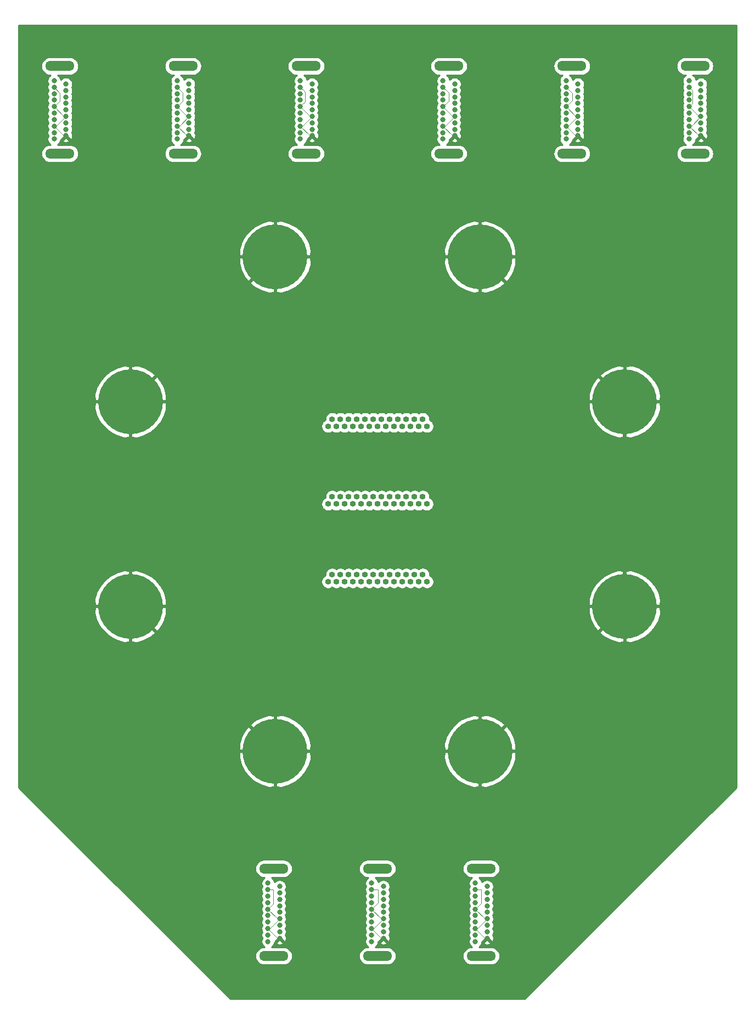
<source format=gbr>
%TF.GenerationSoftware,KiCad,Pcbnew,(5.1.10)-1*%
%TF.CreationDate,2022-04-08T13:19:25-06:00*%
%TF.ProjectId,VacuumFeedThruHDMI,56616375-756d-4466-9565-645468727548,rev?*%
%TF.SameCoordinates,Original*%
%TF.FileFunction,Copper,L1,Top*%
%TF.FilePolarity,Positive*%
%FSLAX46Y46*%
G04 Gerber Fmt 4.6, Leading zero omitted, Abs format (unit mm)*
G04 Created by KiCad (PCBNEW (5.1.10)-1) date 2022-04-08 13:19:25*
%MOMM*%
%LPD*%
G01*
G04 APERTURE LIST*
%TA.AperFunction,ComponentPad*%
%ADD10O,4.500000X1.500000*%
%TD*%
%TA.AperFunction,ComponentPad*%
%ADD11C,0.800000*%
%TD*%
%TA.AperFunction,ComponentPad*%
%ADD12O,0.920000X0.920000*%
%TD*%
%TA.AperFunction,ComponentPad*%
%ADD13C,10.000000*%
%TD*%
%TA.AperFunction,Conductor*%
%ADD14C,0.500000*%
%TD*%
%TA.AperFunction,Conductor*%
%ADD15C,0.090000*%
%TD*%
%TA.AperFunction,Conductor*%
%ADD16C,0.254000*%
%TD*%
%TA.AperFunction,Conductor*%
%ADD17C,0.100000*%
%TD*%
G04 APERTURE END LIST*
D10*
%TO.P,J2,0*%
%TO.N,N/C*%
X30000000Y67550000D03*
X30000000Y54050000D03*
D11*
%TO.P,J2,19*%
%TO.N,Net-(J2-Pad19)*%
X29100000Y65300000D03*
%TO.P,J2,18*%
%TO.N,Net-(J2-Pad18)*%
X30900000Y64800000D03*
%TO.P,J2,17*%
%TO.N,GND*%
X29100000Y64300000D03*
%TO.P,J2,16*%
%TO.N,Net-(J2-Pad16)*%
X30900000Y63800000D03*
%TO.P,J2,15*%
%TO.N,Net-(J2-Pad15)*%
X29100000Y63300000D03*
%TO.P,J2,14*%
%TO.N,Net-(J2-Pad14)*%
X30900000Y62800000D03*
%TO.P,J2,13*%
%TO.N,Net-(J2-Pad13)*%
X29100000Y62300000D03*
%TO.P,J2,12*%
%TO.N,Net-(J2-Pad12)*%
X30900000Y61800000D03*
%TO.P,J2,11*%
%TO.N,GND*%
X29100000Y61300000D03*
%TO.P,J2,10*%
%TO.N,Net-(J2-Pad10)*%
X30900000Y60800000D03*
%TO.P,J2,9*%
%TO.N,Net-(J2-Pad9)*%
X29100000Y60300000D03*
%TO.P,J2,8*%
%TO.N,GND*%
X30900000Y59800000D03*
%TO.P,J2,7*%
%TO.N,Net-(J2-Pad7)*%
X29100000Y59300000D03*
%TO.P,J2,6*%
%TO.N,Net-(J2-Pad6)*%
X30900000Y58800000D03*
%TO.P,J2,5*%
%TO.N,GND*%
X29100000Y58300000D03*
%TO.P,J2,4*%
%TO.N,Net-(J2-Pad4)*%
X30900000Y57800000D03*
%TO.P,J2,3*%
%TO.N,Net-(J2-Pad3)*%
X29100000Y57300000D03*
%TO.P,J2,2*%
%TO.N,GND*%
X30900000Y56800000D03*
%TO.P,J2,1*%
%TO.N,Net-(J2-Pad1)*%
X29100000Y56300000D03*
%TD*%
D10*
%TO.P,J3,0*%
%TO.N,N/C*%
X49000000Y67550000D03*
X49000000Y54050000D03*
D11*
%TO.P,J3,19*%
%TO.N,Net-(J3-Pad19)*%
X48100000Y65300000D03*
%TO.P,J3,18*%
%TO.N,Net-(J3-Pad18)*%
X49900000Y64800000D03*
%TO.P,J3,17*%
%TO.N,GND*%
X48100000Y64300000D03*
%TO.P,J3,16*%
%TO.N,Net-(J3-Pad16)*%
X49900000Y63800000D03*
%TO.P,J3,15*%
%TO.N,Net-(J3-Pad15)*%
X48100000Y63300000D03*
%TO.P,J3,14*%
%TO.N,Net-(J3-Pad14)*%
X49900000Y62800000D03*
%TO.P,J3,13*%
%TO.N,Net-(J3-Pad13)*%
X48100000Y62300000D03*
%TO.P,J3,12*%
%TO.N,Net-(J3-Pad12)*%
X49900000Y61800000D03*
%TO.P,J3,11*%
%TO.N,GND*%
X48100000Y61300000D03*
%TO.P,J3,10*%
%TO.N,Net-(J3-Pad10)*%
X49900000Y60800000D03*
%TO.P,J3,9*%
%TO.N,Net-(J3-Pad9)*%
X48100000Y60300000D03*
%TO.P,J3,8*%
%TO.N,GND*%
X49900000Y59800000D03*
%TO.P,J3,7*%
%TO.N,Net-(J3-Pad7)*%
X48100000Y59300000D03*
%TO.P,J3,6*%
%TO.N,Net-(J3-Pad6)*%
X49900000Y58800000D03*
%TO.P,J3,5*%
%TO.N,GND*%
X48100000Y58300000D03*
%TO.P,J3,4*%
%TO.N,Net-(J3-Pad4)*%
X49900000Y57800000D03*
%TO.P,J3,3*%
%TO.N,Net-(J3-Pad3)*%
X48100000Y57300000D03*
%TO.P,J3,2*%
%TO.N,GND*%
X49900000Y56800000D03*
%TO.P,J3,1*%
%TO.N,Net-(J3-Pad1)*%
X48100000Y56300000D03*
%TD*%
D12*
%TO.P,M3,13*%
%TO.N,Net-(M3-Pad13)*%
X7620000Y-12000000D03*
%TO.P,M3,25*%
%TO.N,Net-(J9-Pad12)*%
X6985000Y-10900000D03*
%TO.P,M3,12*%
%TO.N,Net-(J9-Pad10)*%
X6350000Y-12000000D03*
%TO.P,M3,24*%
%TO.N,Net-(J9-Pad9)*%
X5715000Y-10900000D03*
%TO.P,M3,11*%
%TO.N,Net-(J9-Pad7)*%
X5080000Y-12000000D03*
%TO.P,M3,23*%
%TO.N,Net-(J9-Pad6)*%
X4445000Y-10900000D03*
%TO.P,M3,10*%
%TO.N,Net-(J9-Pad4)*%
X3810000Y-12000000D03*
%TO.P,M3,22*%
%TO.N,Net-(J9-Pad3)*%
X3175000Y-10900000D03*
%TO.P,M3,9*%
%TO.N,Net-(J9-Pad1)*%
X2540000Y-12000000D03*
%TO.P,M3,21*%
%TO.N,Net-(J8-Pad12)*%
X1905000Y-10900000D03*
%TO.P,M3,8*%
%TO.N,Net-(J8-Pad10)*%
X1270000Y-12000000D03*
%TO.P,M3,20*%
%TO.N,Net-(J8-Pad9)*%
X635000Y-10900000D03*
%TO.P,M3,7*%
%TO.N,Net-(J8-Pad7)*%
X0Y-12000000D03*
%TO.P,M3,19*%
%TO.N,Net-(J8-Pad6)*%
X-635000Y-10900000D03*
%TO.P,M3,6*%
%TO.N,Net-(J8-Pad4)*%
X-1270000Y-12000000D03*
%TO.P,M3,18*%
%TO.N,Net-(J8-Pad3)*%
X-1905000Y-10900000D03*
%TO.P,M3,5*%
%TO.N,Net-(J8-Pad1)*%
X-2540000Y-12000000D03*
%TO.P,M3,17*%
%TO.N,Net-(J7-Pad12)*%
X-3175000Y-10900000D03*
%TO.P,M3,4*%
%TO.N,Net-(J7-Pad10)*%
X-3810000Y-12000000D03*
%TO.P,M3,16*%
%TO.N,Net-(J7-Pad9)*%
X-4445000Y-10900000D03*
%TO.P,M3,3*%
%TO.N,Net-(J7-Pad7)*%
X-5080000Y-12000000D03*
%TO.P,M3,15*%
%TO.N,Net-(J7-Pad6)*%
X-5715000Y-10900000D03*
%TO.P,M3,2*%
%TO.N,Net-(J7-Pad4)*%
X-6350000Y-12000000D03*
%TO.P,M3,14*%
%TO.N,Net-(J7-Pad3)*%
X-6985000Y-10900000D03*
%TO.P,M3,1*%
%TO.N,Net-(J7-Pad1)*%
X-7620000Y-12000000D03*
%TD*%
%TO.P,M2,13*%
%TO.N,Net-(M2-Pad13)*%
X7620000Y0D03*
%TO.P,M2,25*%
%TO.N,Net-(J6-Pad12)*%
X6985000Y1100000D03*
%TO.P,M2,12*%
%TO.N,Net-(J6-Pad10)*%
X6350000Y0D03*
%TO.P,M2,24*%
%TO.N,Net-(J6-Pad9)*%
X5715000Y1100000D03*
%TO.P,M2,11*%
%TO.N,Net-(J6-Pad7)*%
X5080000Y0D03*
%TO.P,M2,23*%
%TO.N,Net-(J6-Pad6)*%
X4445000Y1100000D03*
%TO.P,M2,10*%
%TO.N,Net-(J6-Pad4)*%
X3810000Y0D03*
%TO.P,M2,22*%
%TO.N,Net-(J6-Pad3)*%
X3175000Y1100000D03*
%TO.P,M2,9*%
%TO.N,Net-(J6-Pad1)*%
X2540000Y0D03*
%TO.P,M2,21*%
%TO.N,Net-(J5-Pad12)*%
X1905000Y1100000D03*
%TO.P,M2,8*%
%TO.N,Net-(J5-Pad10)*%
X1270000Y0D03*
%TO.P,M2,20*%
%TO.N,Net-(J5-Pad9)*%
X635000Y1100000D03*
%TO.P,M2,7*%
%TO.N,Net-(J5-Pad7)*%
X0Y0D03*
%TO.P,M2,19*%
%TO.N,Net-(J5-Pad6)*%
X-635000Y1100000D03*
%TO.P,M2,6*%
%TO.N,Net-(J5-Pad4)*%
X-1270000Y0D03*
%TO.P,M2,18*%
%TO.N,Net-(J5-Pad3)*%
X-1905000Y1100000D03*
%TO.P,M2,5*%
%TO.N,Net-(J5-Pad1)*%
X-2540000Y0D03*
%TO.P,M2,17*%
%TO.N,Net-(J4-Pad12)*%
X-3175000Y1100000D03*
%TO.P,M2,4*%
%TO.N,Net-(J4-Pad10)*%
X-3810000Y0D03*
%TO.P,M2,16*%
%TO.N,Net-(J4-Pad9)*%
X-4445000Y1100000D03*
%TO.P,M2,3*%
%TO.N,Net-(J4-Pad7)*%
X-5080000Y0D03*
%TO.P,M2,15*%
%TO.N,Net-(J4-Pad6)*%
X-5715000Y1100000D03*
%TO.P,M2,2*%
%TO.N,Net-(J4-Pad4)*%
X-6350000Y0D03*
%TO.P,M2,14*%
%TO.N,Net-(J4-Pad3)*%
X-6985000Y1100000D03*
%TO.P,M2,1*%
%TO.N,Net-(J4-Pad1)*%
X-7620000Y0D03*
%TD*%
%TO.P,M1,13*%
%TO.N,Net-(M1-Pad13)*%
X7620000Y12000000D03*
%TO.P,M1,25*%
%TO.N,Net-(J3-Pad12)*%
X6985000Y13100000D03*
%TO.P,M1,12*%
%TO.N,Net-(J3-Pad10)*%
X6350000Y12000000D03*
%TO.P,M1,24*%
%TO.N,Net-(J3-Pad9)*%
X5715000Y13100000D03*
%TO.P,M1,11*%
%TO.N,Net-(J3-Pad7)*%
X5080000Y12000000D03*
%TO.P,M1,23*%
%TO.N,Net-(J3-Pad6)*%
X4445000Y13100000D03*
%TO.P,M1,10*%
%TO.N,Net-(J3-Pad4)*%
X3810000Y12000000D03*
%TO.P,M1,22*%
%TO.N,Net-(J3-Pad3)*%
X3175000Y13100000D03*
%TO.P,M1,9*%
%TO.N,Net-(J3-Pad1)*%
X2540000Y12000000D03*
%TO.P,M1,21*%
%TO.N,Net-(J2-Pad12)*%
X1905000Y13100000D03*
%TO.P,M1,8*%
%TO.N,Net-(J2-Pad10)*%
X1270000Y12000000D03*
%TO.P,M1,20*%
%TO.N,Net-(J2-Pad9)*%
X635000Y13100000D03*
%TO.P,M1,7*%
%TO.N,Net-(J2-Pad7)*%
X0Y12000000D03*
%TO.P,M1,19*%
%TO.N,Net-(J2-Pad6)*%
X-635000Y13100000D03*
%TO.P,M1,6*%
%TO.N,Net-(J2-Pad4)*%
X-1270000Y12000000D03*
%TO.P,M1,18*%
%TO.N,Net-(J2-Pad3)*%
X-1905000Y13100000D03*
%TO.P,M1,5*%
%TO.N,Net-(J2-Pad1)*%
X-2540000Y12000000D03*
%TO.P,M1,17*%
%TO.N,Net-(J1-Pad12)*%
X-3175000Y13100000D03*
%TO.P,M1,4*%
%TO.N,Net-(J1-Pad10)*%
X-3810000Y12000000D03*
%TO.P,M1,16*%
%TO.N,Net-(J1-Pad9)*%
X-4445000Y13100000D03*
%TO.P,M1,3*%
%TO.N,Net-(J1-Pad7)*%
X-5080000Y12000000D03*
%TO.P,M1,15*%
%TO.N,Net-(J1-Pad6)*%
X-5715000Y13100000D03*
%TO.P,M1,2*%
%TO.N,Net-(J1-Pad4)*%
X-6350000Y12000000D03*
%TO.P,M1,14*%
%TO.N,Net-(J1-Pad3)*%
X-6985000Y13100000D03*
%TO.P,M1,1*%
%TO.N,Net-(J1-Pad1)*%
X-7620000Y12000000D03*
%TD*%
D13*
%TO.P,J13,1*%
%TO.N,GND*%
X15795259Y-38133128D03*
%TO.P,J13,2*%
X38133128Y-15795259D03*
%TO.P,J13,3*%
X38133128Y15795259D03*
%TO.P,J13,4*%
X15795259Y38133128D03*
%TO.P,J13,5*%
X-15795259Y38133128D03*
%TO.P,J13,6*%
X-38133128Y15795259D03*
%TO.P,J13,7*%
X-38133128Y-15795259D03*
%TO.P,J13,8*%
X-15795259Y-38133128D03*
%TD*%
D10*
%TO.P,J4,0*%
%TO.N,N/C*%
X-49000000Y67550000D03*
X-49000000Y54050000D03*
D11*
%TO.P,J4,19*%
%TO.N,Net-(J4-Pad19)*%
X-49900000Y65300000D03*
%TO.P,J4,18*%
%TO.N,Net-(J4-Pad18)*%
X-48100000Y64800000D03*
%TO.P,J4,17*%
%TO.N,GND*%
X-49900000Y64300000D03*
%TO.P,J4,16*%
%TO.N,Net-(J4-Pad16)*%
X-48100000Y63800000D03*
%TO.P,J4,15*%
%TO.N,Net-(J4-Pad15)*%
X-49900000Y63300000D03*
%TO.P,J4,14*%
%TO.N,Net-(J4-Pad14)*%
X-48100000Y62800000D03*
%TO.P,J4,13*%
%TO.N,Net-(J4-Pad13)*%
X-49900000Y62300000D03*
%TO.P,J4,12*%
%TO.N,Net-(J4-Pad12)*%
X-48100000Y61800000D03*
%TO.P,J4,11*%
%TO.N,GND*%
X-49900000Y61300000D03*
%TO.P,J4,10*%
%TO.N,Net-(J4-Pad10)*%
X-48100000Y60800000D03*
%TO.P,J4,9*%
%TO.N,Net-(J4-Pad9)*%
X-49900000Y60300000D03*
%TO.P,J4,8*%
%TO.N,GND*%
X-48100000Y59800000D03*
%TO.P,J4,7*%
%TO.N,Net-(J4-Pad7)*%
X-49900000Y59300000D03*
%TO.P,J4,6*%
%TO.N,Net-(J4-Pad6)*%
X-48100000Y58800000D03*
%TO.P,J4,5*%
%TO.N,GND*%
X-49900000Y58300000D03*
%TO.P,J4,4*%
%TO.N,Net-(J4-Pad4)*%
X-48100000Y57800000D03*
%TO.P,J4,3*%
%TO.N,Net-(J4-Pad3)*%
X-49900000Y57300000D03*
%TO.P,J4,2*%
%TO.N,GND*%
X-48100000Y56800000D03*
%TO.P,J4,1*%
%TO.N,Net-(J4-Pad1)*%
X-49900000Y56300000D03*
%TD*%
D10*
%TO.P,J9,0*%
%TO.N,N/C*%
X16000000Y-56250000D03*
X16000000Y-69750000D03*
D11*
%TO.P,J9,19*%
%TO.N,Net-(J9-Pad19)*%
X15100000Y-58500000D03*
%TO.P,J9,18*%
%TO.N,Net-(J9-Pad18)*%
X16900000Y-59000000D03*
%TO.P,J9,17*%
%TO.N,GND*%
X15100000Y-59500000D03*
%TO.P,J9,16*%
%TO.N,Net-(J9-Pad16)*%
X16900000Y-60000000D03*
%TO.P,J9,15*%
%TO.N,Net-(J9-Pad15)*%
X15100000Y-60500000D03*
%TO.P,J9,14*%
%TO.N,Net-(J9-Pad14)*%
X16900000Y-61000000D03*
%TO.P,J9,13*%
%TO.N,Net-(J9-Pad13)*%
X15100000Y-61500000D03*
%TO.P,J9,12*%
%TO.N,Net-(J9-Pad12)*%
X16900000Y-62000000D03*
%TO.P,J9,11*%
%TO.N,GND*%
X15100000Y-62500000D03*
%TO.P,J9,10*%
%TO.N,Net-(J9-Pad10)*%
X16900000Y-63000000D03*
%TO.P,J9,9*%
%TO.N,Net-(J9-Pad9)*%
X15100000Y-63500000D03*
%TO.P,J9,8*%
%TO.N,GND*%
X16900000Y-64000000D03*
%TO.P,J9,7*%
%TO.N,Net-(J9-Pad7)*%
X15100000Y-64500000D03*
%TO.P,J9,6*%
%TO.N,Net-(J9-Pad6)*%
X16900000Y-65000000D03*
%TO.P,J9,5*%
%TO.N,GND*%
X15100000Y-65500000D03*
%TO.P,J9,4*%
%TO.N,Net-(J9-Pad4)*%
X16900000Y-66000000D03*
%TO.P,J9,3*%
%TO.N,Net-(J9-Pad3)*%
X15100000Y-66500000D03*
%TO.P,J9,2*%
%TO.N,GND*%
X16900000Y-67000000D03*
%TO.P,J9,1*%
%TO.N,Net-(J9-Pad1)*%
X15100000Y-67500000D03*
%TD*%
D10*
%TO.P,J7,0*%
%TO.N,N/C*%
X-16000000Y-56250000D03*
X-16000000Y-69750000D03*
D11*
%TO.P,J7,19*%
%TO.N,Net-(J7-Pad19)*%
X-16900000Y-58500000D03*
%TO.P,J7,18*%
%TO.N,Net-(J7-Pad18)*%
X-15100000Y-59000000D03*
%TO.P,J7,17*%
%TO.N,GND*%
X-16900000Y-59500000D03*
%TO.P,J7,16*%
%TO.N,Net-(J7-Pad16)*%
X-15100000Y-60000000D03*
%TO.P,J7,15*%
%TO.N,Net-(J7-Pad15)*%
X-16900000Y-60500000D03*
%TO.P,J7,14*%
%TO.N,Net-(J7-Pad14)*%
X-15100000Y-61000000D03*
%TO.P,J7,13*%
%TO.N,Net-(J7-Pad13)*%
X-16900000Y-61500000D03*
%TO.P,J7,12*%
%TO.N,Net-(J7-Pad12)*%
X-15100000Y-62000000D03*
%TO.P,J7,11*%
%TO.N,GND*%
X-16900000Y-62500000D03*
%TO.P,J7,10*%
%TO.N,Net-(J7-Pad10)*%
X-15100000Y-63000000D03*
%TO.P,J7,9*%
%TO.N,Net-(J7-Pad9)*%
X-16900000Y-63500000D03*
%TO.P,J7,8*%
%TO.N,GND*%
X-15100000Y-64000000D03*
%TO.P,J7,7*%
%TO.N,Net-(J7-Pad7)*%
X-16900000Y-64500000D03*
%TO.P,J7,6*%
%TO.N,Net-(J7-Pad6)*%
X-15100000Y-65000000D03*
%TO.P,J7,5*%
%TO.N,GND*%
X-16900000Y-65500000D03*
%TO.P,J7,4*%
%TO.N,Net-(J7-Pad4)*%
X-15100000Y-66000000D03*
%TO.P,J7,3*%
%TO.N,Net-(J7-Pad3)*%
X-16900000Y-66500000D03*
%TO.P,J7,2*%
%TO.N,GND*%
X-15100000Y-67000000D03*
%TO.P,J7,1*%
%TO.N,Net-(J7-Pad1)*%
X-16900000Y-67500000D03*
%TD*%
D10*
%TO.P,J8,0*%
%TO.N,N/C*%
X0Y-56250000D03*
X0Y-69750000D03*
D11*
%TO.P,J8,19*%
%TO.N,Net-(J8-Pad19)*%
X-900000Y-58500000D03*
%TO.P,J8,18*%
%TO.N,Net-(J8-Pad18)*%
X900000Y-59000000D03*
%TO.P,J8,17*%
%TO.N,GND*%
X-900000Y-59500000D03*
%TO.P,J8,16*%
%TO.N,Net-(J8-Pad16)*%
X900000Y-60000000D03*
%TO.P,J8,15*%
%TO.N,Net-(J8-Pad15)*%
X-900000Y-60500000D03*
%TO.P,J8,14*%
%TO.N,Net-(J8-Pad14)*%
X900000Y-61000000D03*
%TO.P,J8,13*%
%TO.N,Net-(J8-Pad13)*%
X-900000Y-61500000D03*
%TO.P,J8,12*%
%TO.N,Net-(J8-Pad12)*%
X900000Y-62000000D03*
%TO.P,J8,11*%
%TO.N,GND*%
X-900000Y-62500000D03*
%TO.P,J8,10*%
%TO.N,Net-(J8-Pad10)*%
X900000Y-63000000D03*
%TO.P,J8,9*%
%TO.N,Net-(J8-Pad9)*%
X-900000Y-63500000D03*
%TO.P,J8,8*%
%TO.N,GND*%
X900000Y-64000000D03*
%TO.P,J8,7*%
%TO.N,Net-(J8-Pad7)*%
X-900000Y-64500000D03*
%TO.P,J8,6*%
%TO.N,Net-(J8-Pad6)*%
X900000Y-65000000D03*
%TO.P,J8,5*%
%TO.N,GND*%
X-900000Y-65500000D03*
%TO.P,J8,4*%
%TO.N,Net-(J8-Pad4)*%
X900000Y-66000000D03*
%TO.P,J8,3*%
%TO.N,Net-(J8-Pad3)*%
X-900000Y-66500000D03*
%TO.P,J8,2*%
%TO.N,GND*%
X900000Y-67000000D03*
%TO.P,J8,1*%
%TO.N,Net-(J8-Pad1)*%
X-900000Y-67500000D03*
%TD*%
D10*
%TO.P,J1,0*%
%TO.N,N/C*%
X11000000Y67550000D03*
X11000000Y54050000D03*
D11*
%TO.P,J1,19*%
%TO.N,Net-(J1-Pad19)*%
X10100000Y65300000D03*
%TO.P,J1,18*%
%TO.N,Net-(J1-Pad18)*%
X11900000Y64800000D03*
%TO.P,J1,17*%
%TO.N,GND*%
X10100000Y64300000D03*
%TO.P,J1,16*%
%TO.N,Net-(J1-Pad16)*%
X11900000Y63800000D03*
%TO.P,J1,15*%
%TO.N,Net-(J1-Pad15)*%
X10100000Y63300000D03*
%TO.P,J1,14*%
%TO.N,Net-(J1-Pad14)*%
X11900000Y62800000D03*
%TO.P,J1,13*%
%TO.N,Net-(J1-Pad13)*%
X10100000Y62300000D03*
%TO.P,J1,12*%
%TO.N,Net-(J1-Pad12)*%
X11900000Y61800000D03*
%TO.P,J1,11*%
%TO.N,GND*%
X10100000Y61300000D03*
%TO.P,J1,10*%
%TO.N,Net-(J1-Pad10)*%
X11900000Y60800000D03*
%TO.P,J1,9*%
%TO.N,Net-(J1-Pad9)*%
X10100000Y60300000D03*
%TO.P,J1,8*%
%TO.N,GND*%
X11900000Y59800000D03*
%TO.P,J1,7*%
%TO.N,Net-(J1-Pad7)*%
X10100000Y59300000D03*
%TO.P,J1,6*%
%TO.N,Net-(J1-Pad6)*%
X11900000Y58800000D03*
%TO.P,J1,5*%
%TO.N,GND*%
X10100000Y58300000D03*
%TO.P,J1,4*%
%TO.N,Net-(J1-Pad4)*%
X11900000Y57800000D03*
%TO.P,J1,3*%
%TO.N,Net-(J1-Pad3)*%
X10100000Y57300000D03*
%TO.P,J1,2*%
%TO.N,GND*%
X11900000Y56800000D03*
%TO.P,J1,1*%
%TO.N,Net-(J1-Pad1)*%
X10100000Y56300000D03*
%TD*%
D10*
%TO.P,J6,0*%
%TO.N,N/C*%
X-11000000Y67550000D03*
X-11000000Y54050000D03*
D11*
%TO.P,J6,19*%
%TO.N,Net-(J6-Pad19)*%
X-11900000Y65300000D03*
%TO.P,J6,18*%
%TO.N,Net-(J6-Pad18)*%
X-10100000Y64800000D03*
%TO.P,J6,17*%
%TO.N,GND*%
X-11900000Y64300000D03*
%TO.P,J6,16*%
%TO.N,Net-(J6-Pad16)*%
X-10100000Y63800000D03*
%TO.P,J6,15*%
%TO.N,Net-(J6-Pad15)*%
X-11900000Y63300000D03*
%TO.P,J6,14*%
%TO.N,Net-(J6-Pad14)*%
X-10100000Y62800000D03*
%TO.P,J6,13*%
%TO.N,Net-(J6-Pad13)*%
X-11900000Y62300000D03*
%TO.P,J6,12*%
%TO.N,Net-(J6-Pad12)*%
X-10100000Y61800000D03*
%TO.P,J6,11*%
%TO.N,GND*%
X-11900000Y61300000D03*
%TO.P,J6,10*%
%TO.N,Net-(J6-Pad10)*%
X-10100000Y60800000D03*
%TO.P,J6,9*%
%TO.N,Net-(J6-Pad9)*%
X-11900000Y60300000D03*
%TO.P,J6,8*%
%TO.N,GND*%
X-10100000Y59800000D03*
%TO.P,J6,7*%
%TO.N,Net-(J6-Pad7)*%
X-11900000Y59300000D03*
%TO.P,J6,6*%
%TO.N,Net-(J6-Pad6)*%
X-10100000Y58800000D03*
%TO.P,J6,5*%
%TO.N,GND*%
X-11900000Y58300000D03*
%TO.P,J6,4*%
%TO.N,Net-(J6-Pad4)*%
X-10100000Y57800000D03*
%TO.P,J6,3*%
%TO.N,Net-(J6-Pad3)*%
X-11900000Y57300000D03*
%TO.P,J6,2*%
%TO.N,GND*%
X-10100000Y56800000D03*
%TO.P,J6,1*%
%TO.N,Net-(J6-Pad1)*%
X-11900000Y56300000D03*
%TD*%
D10*
%TO.P,J5,0*%
%TO.N,N/C*%
X-30000000Y67550000D03*
X-30000000Y54050000D03*
D11*
%TO.P,J5,19*%
%TO.N,Net-(J5-Pad19)*%
X-30900000Y65300000D03*
%TO.P,J5,18*%
%TO.N,Net-(J5-Pad18)*%
X-29100000Y64800000D03*
%TO.P,J5,17*%
%TO.N,GND*%
X-30900000Y64300000D03*
%TO.P,J5,16*%
%TO.N,Net-(J5-Pad16)*%
X-29100000Y63800000D03*
%TO.P,J5,15*%
%TO.N,Net-(J5-Pad15)*%
X-30900000Y63300000D03*
%TO.P,J5,14*%
%TO.N,Net-(J5-Pad14)*%
X-29100000Y62800000D03*
%TO.P,J5,13*%
%TO.N,Net-(J5-Pad13)*%
X-30900000Y62300000D03*
%TO.P,J5,12*%
%TO.N,Net-(J5-Pad12)*%
X-29100000Y61800000D03*
%TO.P,J5,11*%
%TO.N,GND*%
X-30900000Y61300000D03*
%TO.P,J5,10*%
%TO.N,Net-(J5-Pad10)*%
X-29100000Y60800000D03*
%TO.P,J5,9*%
%TO.N,Net-(J5-Pad9)*%
X-30900000Y60300000D03*
%TO.P,J5,8*%
%TO.N,GND*%
X-29100000Y59800000D03*
%TO.P,J5,7*%
%TO.N,Net-(J5-Pad7)*%
X-30900000Y59300000D03*
%TO.P,J5,6*%
%TO.N,Net-(J5-Pad6)*%
X-29100000Y58800000D03*
%TO.P,J5,5*%
%TO.N,GND*%
X-30900000Y58300000D03*
%TO.P,J5,4*%
%TO.N,Net-(J5-Pad4)*%
X-29100000Y57800000D03*
%TO.P,J5,3*%
%TO.N,Net-(J5-Pad3)*%
X-30900000Y57300000D03*
%TO.P,J5,2*%
%TO.N,GND*%
X-29100000Y56800000D03*
%TO.P,J5,1*%
%TO.N,Net-(J5-Pad1)*%
X-30900000Y56300000D03*
%TD*%
D14*
%TO.N,GND*%
X15795259Y-38133128D02*
X-15795259Y-38133128D01*
X-15795259Y-38133128D02*
X-38133128Y-15795259D01*
X-38133128Y-15795259D02*
X-38133128Y15795259D01*
X-15795259Y38133128D02*
X-38133128Y15795259D01*
X-15795259Y38133128D02*
X15795259Y38133128D01*
X15795259Y38133128D02*
X38133128Y15795259D01*
X38133128Y-15795259D02*
X38133128Y15795259D01*
X38133128Y-15795259D02*
X15795259Y-38133128D01*
X16900000Y-64000000D02*
X16804798Y-64000000D01*
X16804798Y-67000000D02*
X16900000Y-67000000D01*
X-804798Y-62500000D02*
X-900000Y-62500000D01*
X804798Y-64000000D02*
X900000Y-64000000D01*
X-900000Y-65500000D02*
X-804798Y-65500000D01*
X804798Y-67000000D02*
X900000Y-67000000D01*
X-16804798Y-62500000D02*
X-16900000Y-62500000D01*
X-15195202Y-64000000D02*
X-15100000Y-64000000D01*
X-16804798Y-65500000D02*
X-16900000Y-65500000D01*
D15*
X48635001Y61835001D02*
X48100000Y61300000D01*
X48635001Y63764999D02*
X48635001Y61835001D01*
X48100000Y64300000D02*
X48635001Y63764999D01*
X49600000Y59800000D02*
X49900000Y59800000D01*
X48100000Y61300000D02*
X49600000Y59800000D01*
X48400000Y58300000D02*
X48100000Y58300000D01*
X49900000Y59800000D02*
X48400000Y58300000D01*
X49600000Y56800000D02*
X49900000Y56800000D01*
X48100000Y58300000D02*
X49600000Y56800000D01*
X29635001Y61835001D02*
X29100000Y61300000D01*
X29100000Y64300000D02*
X29635001Y63764999D01*
X30600000Y59800000D02*
X30900000Y59800000D01*
X29100000Y61300000D02*
X30600000Y59800000D01*
X29400000Y58300000D02*
X29100000Y58300000D01*
X30900000Y59800000D02*
X29400000Y58300000D01*
X30600000Y56800000D02*
X30900000Y56800000D01*
X29100000Y58300000D02*
X30600000Y56800000D01*
X10635001Y61835001D02*
X10100000Y61300000D01*
X10100000Y64300000D02*
X10635001Y63764999D01*
X11600000Y59800000D02*
X11900000Y59800000D01*
X10100000Y61300000D02*
X11600000Y59800000D01*
X10400000Y58300000D02*
X10100000Y58300000D01*
X11900000Y59800000D02*
X10400000Y58300000D01*
X11600000Y56800000D02*
X11900000Y56800000D01*
X10100000Y58300000D02*
X11600000Y56800000D01*
X-11900000Y64300000D02*
X-11364999Y63764999D01*
X-10400000Y59800000D02*
X-10100000Y59800000D01*
X-11900000Y61300000D02*
X-10400000Y59800000D01*
X-11600000Y58300000D02*
X-11900000Y58300000D01*
X-10100000Y59800000D02*
X-11600000Y58300000D01*
X-10400000Y56800000D02*
X-10100000Y56800000D01*
X-11900000Y58300000D02*
X-10400000Y56800000D01*
X-30900000Y64300000D02*
X-30900000Y64091802D01*
X-29400000Y59800000D02*
X-29100000Y59800000D01*
X-30900000Y61300000D02*
X-29400000Y59800000D01*
X-30600000Y58300000D02*
X-30900000Y58300000D01*
X-29100000Y59800000D02*
X-30600000Y58300000D01*
X-30900000Y58300000D02*
X-30900000Y58091802D01*
X-48400000Y59800000D02*
X-48100000Y59800000D01*
X-49900000Y61300000D02*
X-48400000Y59800000D01*
X-49600000Y58300000D02*
X-49900000Y58300000D01*
X-48100000Y59800000D02*
X-49600000Y58300000D01*
X-48400000Y56800000D02*
X-48100000Y56800000D01*
X-49900000Y58300000D02*
X-48400000Y56800000D01*
X-30060000Y63460000D02*
X-30900000Y64300000D01*
X-30060000Y62160000D02*
X-30060000Y63460000D01*
X-30050000Y62150000D02*
X-30060000Y62160000D01*
X-30900000Y61300000D02*
X-30050000Y62150000D01*
X-11364999Y63764999D02*
X-11354999Y63764999D01*
X-11354999Y63764999D02*
X-11140000Y63550000D01*
X-11140000Y62060000D02*
X-11405000Y61795000D01*
X-11140000Y63550000D02*
X-11140000Y62060000D01*
X-11405000Y61795000D02*
X-11900000Y61300000D01*
X-11364999Y61835001D02*
X-11405000Y61795000D01*
X10970000Y62170000D02*
X10635001Y61835001D01*
X10970000Y63420000D02*
X10970000Y62170000D01*
X10635001Y63754999D02*
X10970000Y63420000D01*
X10635001Y63764999D02*
X10635001Y63754999D01*
X29635001Y63764999D02*
X30030000Y63370000D01*
X29635001Y61835001D02*
X29645001Y61835001D01*
X30030000Y62220000D02*
X30030000Y63370000D01*
X29645001Y61835001D02*
X30030000Y62220000D01*
X-30900000Y58280000D02*
X-30900000Y58300000D01*
X-29420000Y56800000D02*
X-30900000Y58280000D01*
X-29100000Y56800000D02*
X-29420000Y56800000D01*
X-49000000Y62200000D02*
X-49455000Y61745000D01*
X-49000000Y63400000D02*
X-49000000Y62200000D01*
X-49900000Y64300000D02*
X-49000000Y63400000D01*
X-49455000Y61745000D02*
X-49900000Y61300000D01*
X-49364999Y61835001D02*
X-49455000Y61745000D01*
X15100000Y-59500000D02*
X16010000Y-59500000D01*
X16010000Y-59500000D02*
X15980000Y-59530000D01*
X15980000Y-61620000D02*
X15100000Y-62500000D01*
X15980000Y-59530000D02*
X15980000Y-61620000D01*
X16600000Y-64000000D02*
X16900000Y-64000000D01*
X15100000Y-62500000D02*
X16600000Y-64000000D01*
X15400000Y-65500000D02*
X15100000Y-65500000D01*
X16900000Y-64000000D02*
X15400000Y-65500000D01*
X16600000Y-67000000D02*
X16900000Y-67000000D01*
X15100000Y-65500000D02*
X16600000Y-67000000D01*
X-900000Y-59500000D02*
X50000Y-59500000D01*
X50000Y-59500000D02*
X90000Y-59540000D01*
X90000Y-61510000D02*
X-900000Y-62500000D01*
X90000Y-59540000D02*
X90000Y-61510000D01*
X600000Y-64000000D02*
X900000Y-64000000D01*
X-900000Y-62500000D02*
X600000Y-64000000D01*
X-600000Y-65500000D02*
X-900000Y-65500000D01*
X900000Y-64000000D02*
X-600000Y-65500000D01*
X600000Y-67000000D02*
X900000Y-67000000D01*
X-900000Y-65500000D02*
X600000Y-67000000D01*
X-16900000Y-59500000D02*
X-16130000Y-59500000D01*
X-16130000Y-59500000D02*
X-16110000Y-59520000D01*
X-16110000Y-61710000D02*
X-16900000Y-62500000D01*
X-16110000Y-59520000D02*
X-16110000Y-61710000D01*
X-15400000Y-64000000D02*
X-15100000Y-64000000D01*
X-16900000Y-62500000D02*
X-15400000Y-64000000D01*
X-16600000Y-65500000D02*
X-16900000Y-65500000D01*
X-15100000Y-64000000D02*
X-16600000Y-65500000D01*
X-15400000Y-67000000D02*
X-15100000Y-67000000D01*
X-16900000Y-65500000D02*
X-15400000Y-67000000D01*
%TD*%
D16*
%TO.N,GND*%
X55348001Y-43729932D02*
X22729934Y-76348000D01*
X-22729933Y-76348000D01*
X-42827933Y-56250000D01*
X-18883662Y-56250000D01*
X-18857075Y-56519939D01*
X-18778337Y-56779505D01*
X-18650473Y-57018721D01*
X-18478397Y-57228397D01*
X-18268721Y-57400473D01*
X-18029505Y-57528337D01*
X-17769939Y-57607075D01*
X-17567640Y-57627000D01*
X-17442014Y-57627000D01*
X-17554674Y-57702277D01*
X-17697723Y-57845326D01*
X-17810115Y-58013533D01*
X-17887533Y-58200435D01*
X-17927000Y-58398849D01*
X-17927000Y-58601151D01*
X-17887533Y-58799565D01*
X-17810115Y-58986467D01*
X-17804152Y-58995391D01*
X-17809736Y-58996019D01*
X-17890577Y-59183184D01*
X-17933351Y-59382523D01*
X-17936413Y-59586377D01*
X-17899647Y-59786912D01*
X-17824466Y-59976420D01*
X-17809736Y-60003981D01*
X-17804152Y-60004609D01*
X-17810115Y-60013533D01*
X-17887533Y-60200435D01*
X-17927000Y-60398849D01*
X-17927000Y-60601151D01*
X-17887533Y-60799565D01*
X-17810115Y-60986467D01*
X-17801073Y-61000000D01*
X-17810115Y-61013533D01*
X-17887533Y-61200435D01*
X-17927000Y-61398849D01*
X-17927000Y-61601151D01*
X-17887533Y-61799565D01*
X-17810115Y-61986467D01*
X-17804152Y-61995391D01*
X-17809736Y-61996019D01*
X-17890577Y-62183184D01*
X-17933351Y-62382523D01*
X-17936413Y-62586377D01*
X-17899647Y-62786912D01*
X-17824466Y-62976420D01*
X-17809736Y-63003981D01*
X-17804152Y-63004609D01*
X-17810115Y-63013533D01*
X-17887533Y-63200435D01*
X-17927000Y-63398849D01*
X-17927000Y-63601151D01*
X-17887533Y-63799565D01*
X-17810115Y-63986467D01*
X-17801073Y-64000000D01*
X-17810115Y-64013533D01*
X-17887533Y-64200435D01*
X-17927000Y-64398849D01*
X-17927000Y-64601151D01*
X-17887533Y-64799565D01*
X-17810115Y-64986467D01*
X-17804152Y-64995391D01*
X-17809736Y-64996019D01*
X-17890577Y-65183184D01*
X-17933351Y-65382523D01*
X-17936413Y-65586377D01*
X-17899647Y-65786912D01*
X-17824466Y-65976420D01*
X-17809736Y-66003981D01*
X-17804152Y-66004609D01*
X-17810115Y-66013533D01*
X-17887533Y-66200435D01*
X-17927000Y-66398849D01*
X-17927000Y-66601151D01*
X-17887533Y-66799565D01*
X-17810115Y-66986467D01*
X-17801073Y-67000000D01*
X-17810115Y-67013533D01*
X-17887533Y-67200435D01*
X-17927000Y-67398849D01*
X-17927000Y-67601151D01*
X-17887533Y-67799565D01*
X-17810115Y-67986467D01*
X-17697723Y-68154674D01*
X-17554674Y-68297723D01*
X-17442014Y-68373000D01*
X-17567640Y-68373000D01*
X-17769939Y-68392925D01*
X-18029505Y-68471663D01*
X-18268721Y-68599527D01*
X-18478397Y-68771603D01*
X-18650473Y-68981279D01*
X-18778337Y-69220495D01*
X-18857075Y-69480061D01*
X-18883662Y-69750000D01*
X-18857075Y-70019939D01*
X-18778337Y-70279505D01*
X-18650473Y-70518721D01*
X-18478397Y-70728397D01*
X-18268721Y-70900473D01*
X-18029505Y-71028337D01*
X-17769939Y-71107075D01*
X-17567640Y-71127000D01*
X-14432360Y-71127000D01*
X-14230061Y-71107075D01*
X-13970495Y-71028337D01*
X-13731279Y-70900473D01*
X-13521603Y-70728397D01*
X-13349527Y-70518721D01*
X-13221663Y-70279505D01*
X-13142925Y-70019939D01*
X-13116338Y-69750000D01*
X-13142925Y-69480061D01*
X-13221663Y-69220495D01*
X-13349527Y-68981279D01*
X-13521603Y-68771603D01*
X-13731279Y-68599527D01*
X-13970495Y-68471663D01*
X-14230061Y-68392925D01*
X-14432360Y-68373000D01*
X-16357986Y-68373000D01*
X-16245326Y-68297723D01*
X-16102277Y-68154674D01*
X-15989885Y-67986467D01*
X-15912467Y-67799565D01*
X-15893944Y-67706441D01*
X-15626836Y-67706441D01*
X-15603981Y-67909736D01*
X-15416816Y-67990577D01*
X-15217477Y-68033351D01*
X-15013623Y-68036413D01*
X-14813088Y-67999647D01*
X-14623580Y-67924466D01*
X-14596019Y-67909736D01*
X-14573164Y-67706441D01*
X-15100000Y-67179605D01*
X-15626836Y-67706441D01*
X-15893944Y-67706441D01*
X-15873000Y-67601151D01*
X-15873000Y-67519353D01*
X-15806441Y-67526836D01*
X-15289109Y-67009504D01*
X-15201151Y-67027000D01*
X-14998849Y-67027000D01*
X-14910891Y-67009504D01*
X-14393559Y-67526836D01*
X-14190264Y-67503981D01*
X-14109423Y-67316816D01*
X-14066649Y-67117477D01*
X-14063587Y-66913623D01*
X-14100353Y-66713088D01*
X-14175534Y-66523580D01*
X-14190264Y-66496019D01*
X-14195848Y-66495391D01*
X-14189885Y-66486467D01*
X-14112467Y-66299565D01*
X-14073000Y-66101151D01*
X-14073000Y-65898849D01*
X-14112467Y-65700435D01*
X-14189885Y-65513533D01*
X-14198927Y-65500000D01*
X-14189885Y-65486467D01*
X-14112467Y-65299565D01*
X-14073000Y-65101151D01*
X-14073000Y-64898849D01*
X-14112467Y-64700435D01*
X-14189885Y-64513533D01*
X-14195848Y-64504609D01*
X-14190264Y-64503981D01*
X-14109423Y-64316816D01*
X-14066649Y-64117477D01*
X-14063587Y-63913623D01*
X-14100353Y-63713088D01*
X-14175534Y-63523580D01*
X-14190264Y-63496019D01*
X-14195848Y-63495391D01*
X-14189885Y-63486467D01*
X-14112467Y-63299565D01*
X-14073000Y-63101151D01*
X-14073000Y-62898849D01*
X-14112467Y-62700435D01*
X-14189885Y-62513533D01*
X-14198927Y-62500000D01*
X-14189885Y-62486467D01*
X-14112467Y-62299565D01*
X-14073000Y-62101151D01*
X-14073000Y-61898849D01*
X-14112467Y-61700435D01*
X-14189885Y-61513533D01*
X-14198927Y-61500000D01*
X-14189885Y-61486467D01*
X-14112467Y-61299565D01*
X-14073000Y-61101151D01*
X-14073000Y-60898849D01*
X-14112467Y-60700435D01*
X-14189885Y-60513533D01*
X-14198927Y-60500000D01*
X-14189885Y-60486467D01*
X-14112467Y-60299565D01*
X-14073000Y-60101151D01*
X-14073000Y-59898849D01*
X-14112467Y-59700435D01*
X-14189885Y-59513533D01*
X-14198927Y-59500000D01*
X-14189885Y-59486467D01*
X-14112467Y-59299565D01*
X-14073000Y-59101151D01*
X-14073000Y-58898849D01*
X-14112467Y-58700435D01*
X-14189885Y-58513533D01*
X-14302277Y-58345326D01*
X-14445326Y-58202277D01*
X-14613533Y-58089885D01*
X-14800435Y-58012467D01*
X-14998849Y-57973000D01*
X-15201151Y-57973000D01*
X-15399565Y-58012467D01*
X-15586467Y-58089885D01*
X-15754674Y-58202277D01*
X-15885982Y-58333585D01*
X-15912467Y-58200435D01*
X-15989885Y-58013533D01*
X-16102277Y-57845326D01*
X-16245326Y-57702277D01*
X-16357986Y-57627000D01*
X-14432360Y-57627000D01*
X-14230061Y-57607075D01*
X-13970495Y-57528337D01*
X-13731279Y-57400473D01*
X-13521603Y-57228397D01*
X-13349527Y-57018721D01*
X-13221663Y-56779505D01*
X-13142925Y-56519939D01*
X-13116338Y-56250000D01*
X-2883662Y-56250000D01*
X-2857075Y-56519939D01*
X-2778337Y-56779505D01*
X-2650473Y-57018721D01*
X-2478397Y-57228397D01*
X-2268721Y-57400473D01*
X-2029505Y-57528337D01*
X-1769939Y-57607075D01*
X-1567640Y-57627000D01*
X-1442014Y-57627000D01*
X-1554674Y-57702277D01*
X-1697723Y-57845326D01*
X-1810115Y-58013533D01*
X-1887533Y-58200435D01*
X-1927000Y-58398849D01*
X-1927000Y-58601151D01*
X-1887533Y-58799565D01*
X-1810115Y-58986467D01*
X-1804152Y-58995391D01*
X-1809736Y-58996019D01*
X-1890577Y-59183184D01*
X-1933351Y-59382523D01*
X-1936413Y-59586377D01*
X-1899647Y-59786912D01*
X-1824466Y-59976420D01*
X-1809736Y-60003981D01*
X-1804152Y-60004609D01*
X-1810115Y-60013533D01*
X-1887533Y-60200435D01*
X-1927000Y-60398849D01*
X-1927000Y-60601151D01*
X-1887533Y-60799565D01*
X-1810115Y-60986467D01*
X-1801073Y-61000000D01*
X-1810115Y-61013533D01*
X-1887533Y-61200435D01*
X-1927000Y-61398849D01*
X-1927000Y-61601151D01*
X-1887533Y-61799565D01*
X-1810115Y-61986467D01*
X-1804152Y-61995391D01*
X-1809736Y-61996019D01*
X-1890577Y-62183184D01*
X-1933351Y-62382523D01*
X-1936413Y-62586377D01*
X-1899647Y-62786912D01*
X-1824466Y-62976420D01*
X-1809736Y-63003981D01*
X-1804152Y-63004609D01*
X-1810115Y-63013533D01*
X-1887533Y-63200435D01*
X-1927000Y-63398849D01*
X-1927000Y-63601151D01*
X-1887533Y-63799565D01*
X-1810115Y-63986467D01*
X-1801073Y-64000000D01*
X-1810115Y-64013533D01*
X-1887533Y-64200435D01*
X-1927000Y-64398849D01*
X-1927000Y-64601151D01*
X-1887533Y-64799565D01*
X-1810115Y-64986467D01*
X-1804152Y-64995391D01*
X-1809736Y-64996019D01*
X-1890577Y-65183184D01*
X-1933351Y-65382523D01*
X-1936413Y-65586377D01*
X-1899647Y-65786912D01*
X-1824466Y-65976420D01*
X-1809736Y-66003981D01*
X-1804152Y-66004609D01*
X-1810115Y-66013533D01*
X-1887533Y-66200435D01*
X-1927000Y-66398849D01*
X-1927000Y-66601151D01*
X-1887533Y-66799565D01*
X-1810115Y-66986467D01*
X-1801073Y-67000000D01*
X-1810115Y-67013533D01*
X-1887533Y-67200435D01*
X-1927000Y-67398849D01*
X-1927000Y-67601151D01*
X-1887533Y-67799565D01*
X-1810115Y-67986467D01*
X-1697723Y-68154674D01*
X-1554674Y-68297723D01*
X-1442014Y-68373000D01*
X-1567640Y-68373000D01*
X-1769939Y-68392925D01*
X-2029505Y-68471663D01*
X-2268721Y-68599527D01*
X-2478397Y-68771603D01*
X-2650473Y-68981279D01*
X-2778337Y-69220495D01*
X-2857075Y-69480061D01*
X-2883662Y-69750000D01*
X-2857075Y-70019939D01*
X-2778337Y-70279505D01*
X-2650473Y-70518721D01*
X-2478397Y-70728397D01*
X-2268721Y-70900473D01*
X-2029505Y-71028337D01*
X-1769939Y-71107075D01*
X-1567640Y-71127000D01*
X1567640Y-71127000D01*
X1769939Y-71107075D01*
X2029505Y-71028337D01*
X2268721Y-70900473D01*
X2478397Y-70728397D01*
X2650473Y-70518721D01*
X2778337Y-70279505D01*
X2857075Y-70019939D01*
X2883662Y-69750000D01*
X2857075Y-69480061D01*
X2778337Y-69220495D01*
X2650473Y-68981279D01*
X2478397Y-68771603D01*
X2268721Y-68599527D01*
X2029505Y-68471663D01*
X1769939Y-68392925D01*
X1567640Y-68373000D01*
X-357986Y-68373000D01*
X-245326Y-68297723D01*
X-102277Y-68154674D01*
X10115Y-67986467D01*
X87533Y-67799565D01*
X106056Y-67706441D01*
X373164Y-67706441D01*
X396019Y-67909736D01*
X583184Y-67990577D01*
X782523Y-68033351D01*
X986377Y-68036413D01*
X1186912Y-67999647D01*
X1376420Y-67924466D01*
X1403981Y-67909736D01*
X1426836Y-67706441D01*
X900000Y-67179605D01*
X373164Y-67706441D01*
X106056Y-67706441D01*
X127000Y-67601151D01*
X127000Y-67519353D01*
X193559Y-67526836D01*
X710891Y-67009504D01*
X798849Y-67027000D01*
X1001151Y-67027000D01*
X1089109Y-67009504D01*
X1606441Y-67526836D01*
X1809736Y-67503981D01*
X1890577Y-67316816D01*
X1933351Y-67117477D01*
X1936413Y-66913623D01*
X1899647Y-66713088D01*
X1824466Y-66523580D01*
X1809736Y-66496019D01*
X1804152Y-66495391D01*
X1810115Y-66486467D01*
X1887533Y-66299565D01*
X1927000Y-66101151D01*
X1927000Y-65898849D01*
X1887533Y-65700435D01*
X1810115Y-65513533D01*
X1801073Y-65500000D01*
X1810115Y-65486467D01*
X1887533Y-65299565D01*
X1927000Y-65101151D01*
X1927000Y-64898849D01*
X1887533Y-64700435D01*
X1810115Y-64513533D01*
X1804152Y-64504609D01*
X1809736Y-64503981D01*
X1890577Y-64316816D01*
X1933351Y-64117477D01*
X1936413Y-63913623D01*
X1899647Y-63713088D01*
X1824466Y-63523580D01*
X1809736Y-63496019D01*
X1804152Y-63495391D01*
X1810115Y-63486467D01*
X1887533Y-63299565D01*
X1927000Y-63101151D01*
X1927000Y-62898849D01*
X1887533Y-62700435D01*
X1810115Y-62513533D01*
X1801073Y-62500000D01*
X1810115Y-62486467D01*
X1887533Y-62299565D01*
X1927000Y-62101151D01*
X1927000Y-61898849D01*
X1887533Y-61700435D01*
X1810115Y-61513533D01*
X1801073Y-61500000D01*
X1810115Y-61486467D01*
X1887533Y-61299565D01*
X1927000Y-61101151D01*
X1927000Y-60898849D01*
X1887533Y-60700435D01*
X1810115Y-60513533D01*
X1801073Y-60500000D01*
X1810115Y-60486467D01*
X1887533Y-60299565D01*
X1927000Y-60101151D01*
X1927000Y-59898849D01*
X1887533Y-59700435D01*
X1810115Y-59513533D01*
X1801073Y-59500000D01*
X1810115Y-59486467D01*
X1887533Y-59299565D01*
X1927000Y-59101151D01*
X1927000Y-58898849D01*
X1887533Y-58700435D01*
X1810115Y-58513533D01*
X1697723Y-58345326D01*
X1554674Y-58202277D01*
X1386467Y-58089885D01*
X1199565Y-58012467D01*
X1001151Y-57973000D01*
X798849Y-57973000D01*
X600435Y-58012467D01*
X413533Y-58089885D01*
X245326Y-58202277D01*
X114018Y-58333585D01*
X87533Y-58200435D01*
X10115Y-58013533D01*
X-102277Y-57845326D01*
X-245326Y-57702277D01*
X-357986Y-57627000D01*
X1567640Y-57627000D01*
X1769939Y-57607075D01*
X2029505Y-57528337D01*
X2268721Y-57400473D01*
X2478397Y-57228397D01*
X2650473Y-57018721D01*
X2778337Y-56779505D01*
X2857075Y-56519939D01*
X2883662Y-56250000D01*
X13116338Y-56250000D01*
X13142925Y-56519939D01*
X13221663Y-56779505D01*
X13349527Y-57018721D01*
X13521603Y-57228397D01*
X13731279Y-57400473D01*
X13970495Y-57528337D01*
X14230061Y-57607075D01*
X14432360Y-57627000D01*
X14557986Y-57627000D01*
X14445326Y-57702277D01*
X14302277Y-57845326D01*
X14189885Y-58013533D01*
X14112467Y-58200435D01*
X14073000Y-58398849D01*
X14073000Y-58601151D01*
X14112467Y-58799565D01*
X14189885Y-58986467D01*
X14195848Y-58995391D01*
X14190264Y-58996019D01*
X14109423Y-59183184D01*
X14066649Y-59382523D01*
X14063587Y-59586377D01*
X14100353Y-59786912D01*
X14175534Y-59976420D01*
X14190264Y-60003981D01*
X14195848Y-60004609D01*
X14189885Y-60013533D01*
X14112467Y-60200435D01*
X14073000Y-60398849D01*
X14073000Y-60601151D01*
X14112467Y-60799565D01*
X14189885Y-60986467D01*
X14198927Y-61000000D01*
X14189885Y-61013533D01*
X14112467Y-61200435D01*
X14073000Y-61398849D01*
X14073000Y-61601151D01*
X14112467Y-61799565D01*
X14189885Y-61986467D01*
X14195848Y-61995391D01*
X14190264Y-61996019D01*
X14109423Y-62183184D01*
X14066649Y-62382523D01*
X14063587Y-62586377D01*
X14100353Y-62786912D01*
X14175534Y-62976420D01*
X14190264Y-63003981D01*
X14195848Y-63004609D01*
X14189885Y-63013533D01*
X14112467Y-63200435D01*
X14073000Y-63398849D01*
X14073000Y-63601151D01*
X14112467Y-63799565D01*
X14189885Y-63986467D01*
X14198927Y-64000000D01*
X14189885Y-64013533D01*
X14112467Y-64200435D01*
X14073000Y-64398849D01*
X14073000Y-64601151D01*
X14112467Y-64799565D01*
X14189885Y-64986467D01*
X14195848Y-64995391D01*
X14190264Y-64996019D01*
X14109423Y-65183184D01*
X14066649Y-65382523D01*
X14063587Y-65586377D01*
X14100353Y-65786912D01*
X14175534Y-65976420D01*
X14190264Y-66003981D01*
X14195848Y-66004609D01*
X14189885Y-66013533D01*
X14112467Y-66200435D01*
X14073000Y-66398849D01*
X14073000Y-66601151D01*
X14112467Y-66799565D01*
X14189885Y-66986467D01*
X14198927Y-67000000D01*
X14189885Y-67013533D01*
X14112467Y-67200435D01*
X14073000Y-67398849D01*
X14073000Y-67601151D01*
X14112467Y-67799565D01*
X14189885Y-67986467D01*
X14302277Y-68154674D01*
X14445326Y-68297723D01*
X14557986Y-68373000D01*
X14432360Y-68373000D01*
X14230061Y-68392925D01*
X13970495Y-68471663D01*
X13731279Y-68599527D01*
X13521603Y-68771603D01*
X13349527Y-68981279D01*
X13221663Y-69220495D01*
X13142925Y-69480061D01*
X13116338Y-69750000D01*
X13142925Y-70019939D01*
X13221663Y-70279505D01*
X13349527Y-70518721D01*
X13521603Y-70728397D01*
X13731279Y-70900473D01*
X13970495Y-71028337D01*
X14230061Y-71107075D01*
X14432360Y-71127000D01*
X17567640Y-71127000D01*
X17769939Y-71107075D01*
X18029505Y-71028337D01*
X18268721Y-70900473D01*
X18478397Y-70728397D01*
X18650473Y-70518721D01*
X18778337Y-70279505D01*
X18857075Y-70019939D01*
X18883662Y-69750000D01*
X18857075Y-69480061D01*
X18778337Y-69220495D01*
X18650473Y-68981279D01*
X18478397Y-68771603D01*
X18268721Y-68599527D01*
X18029505Y-68471663D01*
X17769939Y-68392925D01*
X17567640Y-68373000D01*
X15642014Y-68373000D01*
X15754674Y-68297723D01*
X15897723Y-68154674D01*
X16010115Y-67986467D01*
X16087533Y-67799565D01*
X16106056Y-67706441D01*
X16373164Y-67706441D01*
X16396019Y-67909736D01*
X16583184Y-67990577D01*
X16782523Y-68033351D01*
X16986377Y-68036413D01*
X17186912Y-67999647D01*
X17376420Y-67924466D01*
X17403981Y-67909736D01*
X17426836Y-67706441D01*
X16900000Y-67179605D01*
X16373164Y-67706441D01*
X16106056Y-67706441D01*
X16127000Y-67601151D01*
X16127000Y-67519353D01*
X16193559Y-67526836D01*
X16710891Y-67009504D01*
X16798849Y-67027000D01*
X17001151Y-67027000D01*
X17089109Y-67009504D01*
X17606441Y-67526836D01*
X17809736Y-67503981D01*
X17890577Y-67316816D01*
X17933351Y-67117477D01*
X17936413Y-66913623D01*
X17899647Y-66713088D01*
X17824466Y-66523580D01*
X17809736Y-66496019D01*
X17804152Y-66495391D01*
X17810115Y-66486467D01*
X17887533Y-66299565D01*
X17927000Y-66101151D01*
X17927000Y-65898849D01*
X17887533Y-65700435D01*
X17810115Y-65513533D01*
X17801073Y-65500000D01*
X17810115Y-65486467D01*
X17887533Y-65299565D01*
X17927000Y-65101151D01*
X17927000Y-64898849D01*
X17887533Y-64700435D01*
X17810115Y-64513533D01*
X17804152Y-64504609D01*
X17809736Y-64503981D01*
X17890577Y-64316816D01*
X17933351Y-64117477D01*
X17936413Y-63913623D01*
X17899647Y-63713088D01*
X17824466Y-63523580D01*
X17809736Y-63496019D01*
X17804152Y-63495391D01*
X17810115Y-63486467D01*
X17887533Y-63299565D01*
X17927000Y-63101151D01*
X17927000Y-62898849D01*
X17887533Y-62700435D01*
X17810115Y-62513533D01*
X17801073Y-62500000D01*
X17810115Y-62486467D01*
X17887533Y-62299565D01*
X17927000Y-62101151D01*
X17927000Y-61898849D01*
X17887533Y-61700435D01*
X17810115Y-61513533D01*
X17801073Y-61500000D01*
X17810115Y-61486467D01*
X17887533Y-61299565D01*
X17927000Y-61101151D01*
X17927000Y-60898849D01*
X17887533Y-60700435D01*
X17810115Y-60513533D01*
X17801073Y-60500000D01*
X17810115Y-60486467D01*
X17887533Y-60299565D01*
X17927000Y-60101151D01*
X17927000Y-59898849D01*
X17887533Y-59700435D01*
X17810115Y-59513533D01*
X17801073Y-59500000D01*
X17810115Y-59486467D01*
X17887533Y-59299565D01*
X17927000Y-59101151D01*
X17927000Y-58898849D01*
X17887533Y-58700435D01*
X17810115Y-58513533D01*
X17697723Y-58345326D01*
X17554674Y-58202277D01*
X17386467Y-58089885D01*
X17199565Y-58012467D01*
X17001151Y-57973000D01*
X16798849Y-57973000D01*
X16600435Y-58012467D01*
X16413533Y-58089885D01*
X16245326Y-58202277D01*
X16114018Y-58333585D01*
X16087533Y-58200435D01*
X16010115Y-58013533D01*
X15897723Y-57845326D01*
X15754674Y-57702277D01*
X15642014Y-57627000D01*
X17567640Y-57627000D01*
X17769939Y-57607075D01*
X18029505Y-57528337D01*
X18268721Y-57400473D01*
X18478397Y-57228397D01*
X18650473Y-57018721D01*
X18778337Y-56779505D01*
X18857075Y-56519939D01*
X18883662Y-56250000D01*
X18857075Y-55980061D01*
X18778337Y-55720495D01*
X18650473Y-55481279D01*
X18478397Y-55271603D01*
X18268721Y-55099527D01*
X18029505Y-54971663D01*
X17769939Y-54892925D01*
X17567640Y-54873000D01*
X14432360Y-54873000D01*
X14230061Y-54892925D01*
X13970495Y-54971663D01*
X13731279Y-55099527D01*
X13521603Y-55271603D01*
X13349527Y-55481279D01*
X13221663Y-55720495D01*
X13142925Y-55980061D01*
X13116338Y-56250000D01*
X2883662Y-56250000D01*
X2857075Y-55980061D01*
X2778337Y-55720495D01*
X2650473Y-55481279D01*
X2478397Y-55271603D01*
X2268721Y-55099527D01*
X2029505Y-54971663D01*
X1769939Y-54892925D01*
X1567640Y-54873000D01*
X-1567640Y-54873000D01*
X-1769939Y-54892925D01*
X-2029505Y-54971663D01*
X-2268721Y-55099527D01*
X-2478397Y-55271603D01*
X-2650473Y-55481279D01*
X-2778337Y-55720495D01*
X-2857075Y-55980061D01*
X-2883662Y-56250000D01*
X-13116338Y-56250000D01*
X-13142925Y-55980061D01*
X-13221663Y-55720495D01*
X-13349527Y-55481279D01*
X-13521603Y-55271603D01*
X-13731279Y-55099527D01*
X-13970495Y-54971663D01*
X-14230061Y-54892925D01*
X-14432360Y-54873000D01*
X-17567640Y-54873000D01*
X-17769939Y-54892925D01*
X-18029505Y-54971663D01*
X-18268721Y-55099527D01*
X-18478397Y-55271603D01*
X-18650473Y-55481279D01*
X-18778337Y-55720495D01*
X-18857075Y-55980061D01*
X-18883662Y-56250000D01*
X-42827933Y-56250000D01*
X-55348000Y-43729934D01*
X-55348000Y-39144115D01*
X-21366538Y-39144115D01*
X-21062254Y-40211592D01*
X-20555562Y-41199195D01*
X-19865934Y-42068970D01*
X-19019872Y-42787493D01*
X-18049890Y-43327151D01*
X-16993264Y-43667206D01*
X-16806246Y-43704407D01*
X-15922259Y-43635177D01*
X-15922259Y-38260128D01*
X-15668259Y-38260128D01*
X-15668259Y-43635177D01*
X-14784272Y-43704407D01*
X-13716795Y-43400123D01*
X-12729192Y-42893431D01*
X-11859417Y-42203803D01*
X-11140894Y-41357741D01*
X-10601236Y-40387759D01*
X-10261181Y-39331133D01*
X-10223980Y-39144115D01*
X10223980Y-39144115D01*
X10528264Y-40211592D01*
X11034956Y-41199195D01*
X11724584Y-42068970D01*
X12570646Y-42787493D01*
X13540628Y-43327151D01*
X14597254Y-43667206D01*
X14784272Y-43704407D01*
X15668259Y-43635177D01*
X15668259Y-38260128D01*
X15922259Y-38260128D01*
X15922259Y-43635177D01*
X16806246Y-43704407D01*
X17873723Y-43400123D01*
X18861326Y-42893431D01*
X19731101Y-42203803D01*
X20449624Y-41357741D01*
X20989282Y-40387759D01*
X21329337Y-39331133D01*
X21366538Y-39144115D01*
X21297308Y-38260128D01*
X15922259Y-38260128D01*
X15668259Y-38260128D01*
X10293210Y-38260128D01*
X10223980Y-39144115D01*
X-10223980Y-39144115D01*
X-10293210Y-38260128D01*
X-15668259Y-38260128D01*
X-15922259Y-38260128D01*
X-21297308Y-38260128D01*
X-21366538Y-39144115D01*
X-55348000Y-39144115D01*
X-55348000Y-37122141D01*
X-21366538Y-37122141D01*
X-21297308Y-38006128D01*
X-15922259Y-38006128D01*
X-15922259Y-32631079D01*
X-15668259Y-32631079D01*
X-15668259Y-38006128D01*
X-10293210Y-38006128D01*
X-10223980Y-37122141D01*
X10223980Y-37122141D01*
X10293210Y-38006128D01*
X15668259Y-38006128D01*
X15668259Y-32631079D01*
X15922259Y-32631079D01*
X15922259Y-38006128D01*
X21297308Y-38006128D01*
X21366538Y-37122141D01*
X21062254Y-36054664D01*
X20555562Y-35067061D01*
X19865934Y-34197286D01*
X19019872Y-33478763D01*
X18049890Y-32939105D01*
X16993264Y-32599050D01*
X16806246Y-32561849D01*
X15922259Y-32631079D01*
X15668259Y-32631079D01*
X14784272Y-32561849D01*
X13716795Y-32866133D01*
X12729192Y-33372825D01*
X11859417Y-34062453D01*
X11140894Y-34908515D01*
X10601236Y-35878497D01*
X10261181Y-36935123D01*
X10223980Y-37122141D01*
X-10223980Y-37122141D01*
X-10528264Y-36054664D01*
X-11034956Y-35067061D01*
X-11724584Y-34197286D01*
X-12570646Y-33478763D01*
X-13540628Y-32939105D01*
X-14597254Y-32599050D01*
X-14784272Y-32561849D01*
X-15668259Y-32631079D01*
X-15922259Y-32631079D01*
X-16806246Y-32561849D01*
X-17873723Y-32866133D01*
X-18861326Y-33372825D01*
X-19731101Y-34062453D01*
X-20449624Y-34908515D01*
X-20989282Y-35878497D01*
X-21329337Y-36935123D01*
X-21366538Y-37122141D01*
X-55348000Y-37122141D01*
X-55348000Y-16806246D01*
X-43704407Y-16806246D01*
X-43400123Y-17873723D01*
X-42893431Y-18861326D01*
X-42203803Y-19731101D01*
X-41357741Y-20449624D01*
X-40387759Y-20989282D01*
X-39331133Y-21329337D01*
X-39144115Y-21366538D01*
X-38260128Y-21297308D01*
X-38260128Y-15922259D01*
X-38006128Y-15922259D01*
X-38006128Y-21297308D01*
X-37122141Y-21366538D01*
X-36054664Y-21062254D01*
X-35067061Y-20555562D01*
X-34197286Y-19865934D01*
X-33478763Y-19019872D01*
X-32939105Y-18049890D01*
X-32599050Y-16993264D01*
X-32561849Y-16806246D01*
X32561849Y-16806246D01*
X32866133Y-17873723D01*
X33372825Y-18861326D01*
X34062453Y-19731101D01*
X34908515Y-20449624D01*
X35878497Y-20989282D01*
X36935123Y-21329337D01*
X37122141Y-21366538D01*
X38006128Y-21297308D01*
X38006128Y-15922259D01*
X38260128Y-15922259D01*
X38260128Y-21297308D01*
X39144115Y-21366538D01*
X40211592Y-21062254D01*
X41199195Y-20555562D01*
X42068970Y-19865934D01*
X42787493Y-19019872D01*
X43327151Y-18049890D01*
X43667206Y-16993264D01*
X43704407Y-16806246D01*
X43635177Y-15922259D01*
X38260128Y-15922259D01*
X38006128Y-15922259D01*
X32631079Y-15922259D01*
X32561849Y-16806246D01*
X-32561849Y-16806246D01*
X-32631079Y-15922259D01*
X-38006128Y-15922259D01*
X-38260128Y-15922259D01*
X-43635177Y-15922259D01*
X-43704407Y-16806246D01*
X-55348000Y-16806246D01*
X-55348000Y-14784272D01*
X-43704407Y-14784272D01*
X-43635177Y-15668259D01*
X-38260128Y-15668259D01*
X-38260128Y-10293210D01*
X-38006128Y-10293210D01*
X-38006128Y-15668259D01*
X-32631079Y-15668259D01*
X-32561849Y-14784272D01*
X32561849Y-14784272D01*
X32631079Y-15668259D01*
X38006128Y-15668259D01*
X38006128Y-10293210D01*
X38260128Y-10293210D01*
X38260128Y-15668259D01*
X43635177Y-15668259D01*
X43704407Y-14784272D01*
X43400123Y-13716795D01*
X42893431Y-12729192D01*
X42203803Y-11859417D01*
X41357741Y-11140894D01*
X40387759Y-10601236D01*
X39331133Y-10261181D01*
X39144115Y-10223980D01*
X38260128Y-10293210D01*
X38006128Y-10293210D01*
X37122141Y-10223980D01*
X36054664Y-10528264D01*
X35067061Y-11034956D01*
X34197286Y-11724584D01*
X33478763Y-12570646D01*
X32939105Y-13540628D01*
X32599050Y-14597254D01*
X32561849Y-14784272D01*
X-32561849Y-14784272D01*
X-32866133Y-13716795D01*
X-33372825Y-12729192D01*
X-34035873Y-11892940D01*
X-8707000Y-11892940D01*
X-8707000Y-12107060D01*
X-8665228Y-12317066D01*
X-8583287Y-12514888D01*
X-8464328Y-12692922D01*
X-8312922Y-12844328D01*
X-8134888Y-12963287D01*
X-7937066Y-13045228D01*
X-7727060Y-13087000D01*
X-7512940Y-13087000D01*
X-7302934Y-13045228D01*
X-7105112Y-12963287D01*
X-6985000Y-12883030D01*
X-6864888Y-12963287D01*
X-6667066Y-13045228D01*
X-6457060Y-13087000D01*
X-6242940Y-13087000D01*
X-6032934Y-13045228D01*
X-5835112Y-12963287D01*
X-5715000Y-12883030D01*
X-5594888Y-12963287D01*
X-5397066Y-13045228D01*
X-5187060Y-13087000D01*
X-4972940Y-13087000D01*
X-4762934Y-13045228D01*
X-4565112Y-12963287D01*
X-4445000Y-12883030D01*
X-4324888Y-12963287D01*
X-4127066Y-13045228D01*
X-3917060Y-13087000D01*
X-3702940Y-13087000D01*
X-3492934Y-13045228D01*
X-3295112Y-12963287D01*
X-3175000Y-12883030D01*
X-3054888Y-12963287D01*
X-2857066Y-13045228D01*
X-2647060Y-13087000D01*
X-2432940Y-13087000D01*
X-2222934Y-13045228D01*
X-2025112Y-12963287D01*
X-1905000Y-12883030D01*
X-1784888Y-12963287D01*
X-1587066Y-13045228D01*
X-1377060Y-13087000D01*
X-1162940Y-13087000D01*
X-952934Y-13045228D01*
X-755112Y-12963287D01*
X-635000Y-12883030D01*
X-514888Y-12963287D01*
X-317066Y-13045228D01*
X-107060Y-13087000D01*
X107060Y-13087000D01*
X317066Y-13045228D01*
X514888Y-12963287D01*
X635000Y-12883030D01*
X755112Y-12963287D01*
X952934Y-13045228D01*
X1162940Y-13087000D01*
X1377060Y-13087000D01*
X1587066Y-13045228D01*
X1784888Y-12963287D01*
X1905000Y-12883030D01*
X2025112Y-12963287D01*
X2222934Y-13045228D01*
X2432940Y-13087000D01*
X2647060Y-13087000D01*
X2857066Y-13045228D01*
X3054888Y-12963287D01*
X3175000Y-12883030D01*
X3295112Y-12963287D01*
X3492934Y-13045228D01*
X3702940Y-13087000D01*
X3917060Y-13087000D01*
X4127066Y-13045228D01*
X4324888Y-12963287D01*
X4445000Y-12883030D01*
X4565112Y-12963287D01*
X4762934Y-13045228D01*
X4972940Y-13087000D01*
X5187060Y-13087000D01*
X5397066Y-13045228D01*
X5594888Y-12963287D01*
X5715000Y-12883030D01*
X5835112Y-12963287D01*
X6032934Y-13045228D01*
X6242940Y-13087000D01*
X6457060Y-13087000D01*
X6667066Y-13045228D01*
X6864888Y-12963287D01*
X6985000Y-12883030D01*
X7105112Y-12963287D01*
X7302934Y-13045228D01*
X7512940Y-13087000D01*
X7727060Y-13087000D01*
X7937066Y-13045228D01*
X8134888Y-12963287D01*
X8312922Y-12844328D01*
X8464328Y-12692922D01*
X8583287Y-12514888D01*
X8665228Y-12317066D01*
X8707000Y-12107060D01*
X8707000Y-11892940D01*
X8665228Y-11682934D01*
X8583287Y-11485112D01*
X8464328Y-11307078D01*
X8312922Y-11155672D01*
X8134888Y-11036713D01*
X8071338Y-11010389D01*
X8072000Y-11007060D01*
X8072000Y-10792940D01*
X8030228Y-10582934D01*
X7948287Y-10385112D01*
X7829328Y-10207078D01*
X7677922Y-10055672D01*
X7499888Y-9936713D01*
X7302066Y-9854772D01*
X7092060Y-9813000D01*
X6877940Y-9813000D01*
X6667934Y-9854772D01*
X6470112Y-9936713D01*
X6350000Y-10016970D01*
X6229888Y-9936713D01*
X6032066Y-9854772D01*
X5822060Y-9813000D01*
X5607940Y-9813000D01*
X5397934Y-9854772D01*
X5200112Y-9936713D01*
X5080000Y-10016970D01*
X4959888Y-9936713D01*
X4762066Y-9854772D01*
X4552060Y-9813000D01*
X4337940Y-9813000D01*
X4127934Y-9854772D01*
X3930112Y-9936713D01*
X3810000Y-10016970D01*
X3689888Y-9936713D01*
X3492066Y-9854772D01*
X3282060Y-9813000D01*
X3067940Y-9813000D01*
X2857934Y-9854772D01*
X2660112Y-9936713D01*
X2540000Y-10016970D01*
X2419888Y-9936713D01*
X2222066Y-9854772D01*
X2012060Y-9813000D01*
X1797940Y-9813000D01*
X1587934Y-9854772D01*
X1390112Y-9936713D01*
X1270000Y-10016970D01*
X1149888Y-9936713D01*
X952066Y-9854772D01*
X742060Y-9813000D01*
X527940Y-9813000D01*
X317934Y-9854772D01*
X120112Y-9936713D01*
X0Y-10016970D01*
X-120112Y-9936713D01*
X-317934Y-9854772D01*
X-527940Y-9813000D01*
X-742060Y-9813000D01*
X-952066Y-9854772D01*
X-1149888Y-9936713D01*
X-1270000Y-10016970D01*
X-1390112Y-9936713D01*
X-1587934Y-9854772D01*
X-1797940Y-9813000D01*
X-2012060Y-9813000D01*
X-2222066Y-9854772D01*
X-2419888Y-9936713D01*
X-2540000Y-10016970D01*
X-2660112Y-9936713D01*
X-2857934Y-9854772D01*
X-3067940Y-9813000D01*
X-3282060Y-9813000D01*
X-3492066Y-9854772D01*
X-3689888Y-9936713D01*
X-3810000Y-10016970D01*
X-3930112Y-9936713D01*
X-4127934Y-9854772D01*
X-4337940Y-9813000D01*
X-4552060Y-9813000D01*
X-4762066Y-9854772D01*
X-4959888Y-9936713D01*
X-5080000Y-10016970D01*
X-5200112Y-9936713D01*
X-5397934Y-9854772D01*
X-5607940Y-9813000D01*
X-5822060Y-9813000D01*
X-6032066Y-9854772D01*
X-6229888Y-9936713D01*
X-6350000Y-10016970D01*
X-6470112Y-9936713D01*
X-6667934Y-9854772D01*
X-6877940Y-9813000D01*
X-7092060Y-9813000D01*
X-7302066Y-9854772D01*
X-7499888Y-9936713D01*
X-7677922Y-10055672D01*
X-7829328Y-10207078D01*
X-7948287Y-10385112D01*
X-8030228Y-10582934D01*
X-8072000Y-10792940D01*
X-8072000Y-11007060D01*
X-8071338Y-11010389D01*
X-8134888Y-11036713D01*
X-8312922Y-11155672D01*
X-8464328Y-11307078D01*
X-8583287Y-11485112D01*
X-8665228Y-11682934D01*
X-8707000Y-11892940D01*
X-34035873Y-11892940D01*
X-34062453Y-11859417D01*
X-34908515Y-11140894D01*
X-35878497Y-10601236D01*
X-36935123Y-10261181D01*
X-37122141Y-10223980D01*
X-38006128Y-10293210D01*
X-38260128Y-10293210D01*
X-39144115Y-10223980D01*
X-40211592Y-10528264D01*
X-41199195Y-11034956D01*
X-42068970Y-11724584D01*
X-42787493Y-12570646D01*
X-43327151Y-13540628D01*
X-43667206Y-14597254D01*
X-43704407Y-14784272D01*
X-55348000Y-14784272D01*
X-55348000Y107060D01*
X-8707000Y107060D01*
X-8707000Y-107060D01*
X-8665228Y-317066D01*
X-8583287Y-514888D01*
X-8464328Y-692922D01*
X-8312922Y-844328D01*
X-8134888Y-963287D01*
X-7937066Y-1045228D01*
X-7727060Y-1087000D01*
X-7512940Y-1087000D01*
X-7302934Y-1045228D01*
X-7105112Y-963287D01*
X-6985000Y-883030D01*
X-6864888Y-963287D01*
X-6667066Y-1045228D01*
X-6457060Y-1087000D01*
X-6242940Y-1087000D01*
X-6032934Y-1045228D01*
X-5835112Y-963287D01*
X-5715000Y-883030D01*
X-5594888Y-963287D01*
X-5397066Y-1045228D01*
X-5187060Y-1087000D01*
X-4972940Y-1087000D01*
X-4762934Y-1045228D01*
X-4565112Y-963287D01*
X-4445000Y-883030D01*
X-4324888Y-963287D01*
X-4127066Y-1045228D01*
X-3917060Y-1087000D01*
X-3702940Y-1087000D01*
X-3492934Y-1045228D01*
X-3295112Y-963287D01*
X-3175000Y-883030D01*
X-3054888Y-963287D01*
X-2857066Y-1045228D01*
X-2647060Y-1087000D01*
X-2432940Y-1087000D01*
X-2222934Y-1045228D01*
X-2025112Y-963287D01*
X-1905000Y-883030D01*
X-1784888Y-963287D01*
X-1587066Y-1045228D01*
X-1377060Y-1087000D01*
X-1162940Y-1087000D01*
X-952934Y-1045228D01*
X-755112Y-963287D01*
X-635000Y-883030D01*
X-514888Y-963287D01*
X-317066Y-1045228D01*
X-107060Y-1087000D01*
X107060Y-1087000D01*
X317066Y-1045228D01*
X514888Y-963287D01*
X635000Y-883030D01*
X755112Y-963287D01*
X952934Y-1045228D01*
X1162940Y-1087000D01*
X1377060Y-1087000D01*
X1587066Y-1045228D01*
X1784888Y-963287D01*
X1905000Y-883030D01*
X2025112Y-963287D01*
X2222934Y-1045228D01*
X2432940Y-1087000D01*
X2647060Y-1087000D01*
X2857066Y-1045228D01*
X3054888Y-963287D01*
X3175000Y-883030D01*
X3295112Y-963287D01*
X3492934Y-1045228D01*
X3702940Y-1087000D01*
X3917060Y-1087000D01*
X4127066Y-1045228D01*
X4324888Y-963287D01*
X4445000Y-883030D01*
X4565112Y-963287D01*
X4762934Y-1045228D01*
X4972940Y-1087000D01*
X5187060Y-1087000D01*
X5397066Y-1045228D01*
X5594888Y-963287D01*
X5715000Y-883030D01*
X5835112Y-963287D01*
X6032934Y-1045228D01*
X6242940Y-1087000D01*
X6457060Y-1087000D01*
X6667066Y-1045228D01*
X6864888Y-963287D01*
X6985000Y-883030D01*
X7105112Y-963287D01*
X7302934Y-1045228D01*
X7512940Y-1087000D01*
X7727060Y-1087000D01*
X7937066Y-1045228D01*
X8134888Y-963287D01*
X8312922Y-844328D01*
X8464328Y-692922D01*
X8583287Y-514888D01*
X8665228Y-317066D01*
X8707000Y-107060D01*
X8707000Y107060D01*
X8665228Y317066D01*
X8583287Y514888D01*
X8464328Y692922D01*
X8312922Y844328D01*
X8134888Y963287D01*
X8071338Y989611D01*
X8072000Y992940D01*
X8072000Y1207060D01*
X8030228Y1417066D01*
X7948287Y1614888D01*
X7829328Y1792922D01*
X7677922Y1944328D01*
X7499888Y2063287D01*
X7302066Y2145228D01*
X7092060Y2187000D01*
X6877940Y2187000D01*
X6667934Y2145228D01*
X6470112Y2063287D01*
X6350000Y1983030D01*
X6229888Y2063287D01*
X6032066Y2145228D01*
X5822060Y2187000D01*
X5607940Y2187000D01*
X5397934Y2145228D01*
X5200112Y2063287D01*
X5080000Y1983030D01*
X4959888Y2063287D01*
X4762066Y2145228D01*
X4552060Y2187000D01*
X4337940Y2187000D01*
X4127934Y2145228D01*
X3930112Y2063287D01*
X3810000Y1983030D01*
X3689888Y2063287D01*
X3492066Y2145228D01*
X3282060Y2187000D01*
X3067940Y2187000D01*
X2857934Y2145228D01*
X2660112Y2063287D01*
X2540000Y1983030D01*
X2419888Y2063287D01*
X2222066Y2145228D01*
X2012060Y2187000D01*
X1797940Y2187000D01*
X1587934Y2145228D01*
X1390112Y2063287D01*
X1270000Y1983030D01*
X1149888Y2063287D01*
X952066Y2145228D01*
X742060Y2187000D01*
X527940Y2187000D01*
X317934Y2145228D01*
X120112Y2063287D01*
X0Y1983030D01*
X-120112Y2063287D01*
X-317934Y2145228D01*
X-527940Y2187000D01*
X-742060Y2187000D01*
X-952066Y2145228D01*
X-1149888Y2063287D01*
X-1270000Y1983030D01*
X-1390112Y2063287D01*
X-1587934Y2145228D01*
X-1797940Y2187000D01*
X-2012060Y2187000D01*
X-2222066Y2145228D01*
X-2419888Y2063287D01*
X-2540000Y1983030D01*
X-2660112Y2063287D01*
X-2857934Y2145228D01*
X-3067940Y2187000D01*
X-3282060Y2187000D01*
X-3492066Y2145228D01*
X-3689888Y2063287D01*
X-3810000Y1983030D01*
X-3930112Y2063287D01*
X-4127934Y2145228D01*
X-4337940Y2187000D01*
X-4552060Y2187000D01*
X-4762066Y2145228D01*
X-4959888Y2063287D01*
X-5080000Y1983030D01*
X-5200112Y2063287D01*
X-5397934Y2145228D01*
X-5607940Y2187000D01*
X-5822060Y2187000D01*
X-6032066Y2145228D01*
X-6229888Y2063287D01*
X-6350000Y1983030D01*
X-6470112Y2063287D01*
X-6667934Y2145228D01*
X-6877940Y2187000D01*
X-7092060Y2187000D01*
X-7302066Y2145228D01*
X-7499888Y2063287D01*
X-7677922Y1944328D01*
X-7829328Y1792922D01*
X-7948287Y1614888D01*
X-8030228Y1417066D01*
X-8072000Y1207060D01*
X-8072000Y992940D01*
X-8071338Y989611D01*
X-8134888Y963287D01*
X-8312922Y844328D01*
X-8464328Y692922D01*
X-8583287Y514888D01*
X-8665228Y317066D01*
X-8707000Y107060D01*
X-55348000Y107060D01*
X-55348000Y14784272D01*
X-43704407Y14784272D01*
X-43400123Y13716795D01*
X-42893431Y12729192D01*
X-42203803Y11859417D01*
X-41357741Y11140894D01*
X-40387759Y10601236D01*
X-39331133Y10261181D01*
X-39144115Y10223980D01*
X-38260128Y10293210D01*
X-38260128Y15668259D01*
X-38006128Y15668259D01*
X-38006128Y10293210D01*
X-37122141Y10223980D01*
X-36054664Y10528264D01*
X-35067061Y11034956D01*
X-34197286Y11724584D01*
X-33872467Y12107060D01*
X-8707000Y12107060D01*
X-8707000Y11892940D01*
X-8665228Y11682934D01*
X-8583287Y11485112D01*
X-8464328Y11307078D01*
X-8312922Y11155672D01*
X-8134888Y11036713D01*
X-7937066Y10954772D01*
X-7727060Y10913000D01*
X-7512940Y10913000D01*
X-7302934Y10954772D01*
X-7105112Y11036713D01*
X-6985000Y11116970D01*
X-6864888Y11036713D01*
X-6667066Y10954772D01*
X-6457060Y10913000D01*
X-6242940Y10913000D01*
X-6032934Y10954772D01*
X-5835112Y11036713D01*
X-5715000Y11116970D01*
X-5594888Y11036713D01*
X-5397066Y10954772D01*
X-5187060Y10913000D01*
X-4972940Y10913000D01*
X-4762934Y10954772D01*
X-4565112Y11036713D01*
X-4445000Y11116970D01*
X-4324888Y11036713D01*
X-4127066Y10954772D01*
X-3917060Y10913000D01*
X-3702940Y10913000D01*
X-3492934Y10954772D01*
X-3295112Y11036713D01*
X-3175000Y11116970D01*
X-3054888Y11036713D01*
X-2857066Y10954772D01*
X-2647060Y10913000D01*
X-2432940Y10913000D01*
X-2222934Y10954772D01*
X-2025112Y11036713D01*
X-1905000Y11116970D01*
X-1784888Y11036713D01*
X-1587066Y10954772D01*
X-1377060Y10913000D01*
X-1162940Y10913000D01*
X-952934Y10954772D01*
X-755112Y11036713D01*
X-635000Y11116970D01*
X-514888Y11036713D01*
X-317066Y10954772D01*
X-107060Y10913000D01*
X107060Y10913000D01*
X317066Y10954772D01*
X514888Y11036713D01*
X635000Y11116970D01*
X755112Y11036713D01*
X952934Y10954772D01*
X1162940Y10913000D01*
X1377060Y10913000D01*
X1587066Y10954772D01*
X1784888Y11036713D01*
X1905000Y11116970D01*
X2025112Y11036713D01*
X2222934Y10954772D01*
X2432940Y10913000D01*
X2647060Y10913000D01*
X2857066Y10954772D01*
X3054888Y11036713D01*
X3175000Y11116970D01*
X3295112Y11036713D01*
X3492934Y10954772D01*
X3702940Y10913000D01*
X3917060Y10913000D01*
X4127066Y10954772D01*
X4324888Y11036713D01*
X4445000Y11116970D01*
X4565112Y11036713D01*
X4762934Y10954772D01*
X4972940Y10913000D01*
X5187060Y10913000D01*
X5397066Y10954772D01*
X5594888Y11036713D01*
X5715000Y11116970D01*
X5835112Y11036713D01*
X6032934Y10954772D01*
X6242940Y10913000D01*
X6457060Y10913000D01*
X6667066Y10954772D01*
X6864888Y11036713D01*
X6985000Y11116970D01*
X7105112Y11036713D01*
X7302934Y10954772D01*
X7512940Y10913000D01*
X7727060Y10913000D01*
X7937066Y10954772D01*
X8134888Y11036713D01*
X8312922Y11155672D01*
X8464328Y11307078D01*
X8583287Y11485112D01*
X8665228Y11682934D01*
X8707000Y11892940D01*
X8707000Y12107060D01*
X8665228Y12317066D01*
X8583287Y12514888D01*
X8464328Y12692922D01*
X8312922Y12844328D01*
X8134888Y12963287D01*
X8071338Y12989611D01*
X8072000Y12992940D01*
X8072000Y13207060D01*
X8030228Y13417066D01*
X7948287Y13614888D01*
X7829328Y13792922D01*
X7677922Y13944328D01*
X7499888Y14063287D01*
X7302066Y14145228D01*
X7092060Y14187000D01*
X6877940Y14187000D01*
X6667934Y14145228D01*
X6470112Y14063287D01*
X6350000Y13983030D01*
X6229888Y14063287D01*
X6032066Y14145228D01*
X5822060Y14187000D01*
X5607940Y14187000D01*
X5397934Y14145228D01*
X5200112Y14063287D01*
X5080000Y13983030D01*
X4959888Y14063287D01*
X4762066Y14145228D01*
X4552060Y14187000D01*
X4337940Y14187000D01*
X4127934Y14145228D01*
X3930112Y14063287D01*
X3810000Y13983030D01*
X3689888Y14063287D01*
X3492066Y14145228D01*
X3282060Y14187000D01*
X3067940Y14187000D01*
X2857934Y14145228D01*
X2660112Y14063287D01*
X2540000Y13983030D01*
X2419888Y14063287D01*
X2222066Y14145228D01*
X2012060Y14187000D01*
X1797940Y14187000D01*
X1587934Y14145228D01*
X1390112Y14063287D01*
X1270000Y13983030D01*
X1149888Y14063287D01*
X952066Y14145228D01*
X742060Y14187000D01*
X527940Y14187000D01*
X317934Y14145228D01*
X120112Y14063287D01*
X0Y13983030D01*
X-120112Y14063287D01*
X-317934Y14145228D01*
X-527940Y14187000D01*
X-742060Y14187000D01*
X-952066Y14145228D01*
X-1149888Y14063287D01*
X-1270000Y13983030D01*
X-1390112Y14063287D01*
X-1587934Y14145228D01*
X-1797940Y14187000D01*
X-2012060Y14187000D01*
X-2222066Y14145228D01*
X-2419888Y14063287D01*
X-2540000Y13983030D01*
X-2660112Y14063287D01*
X-2857934Y14145228D01*
X-3067940Y14187000D01*
X-3282060Y14187000D01*
X-3492066Y14145228D01*
X-3689888Y14063287D01*
X-3810000Y13983030D01*
X-3930112Y14063287D01*
X-4127934Y14145228D01*
X-4337940Y14187000D01*
X-4552060Y14187000D01*
X-4762066Y14145228D01*
X-4959888Y14063287D01*
X-5080000Y13983030D01*
X-5200112Y14063287D01*
X-5397934Y14145228D01*
X-5607940Y14187000D01*
X-5822060Y14187000D01*
X-6032066Y14145228D01*
X-6229888Y14063287D01*
X-6350000Y13983030D01*
X-6470112Y14063287D01*
X-6667934Y14145228D01*
X-6877940Y14187000D01*
X-7092060Y14187000D01*
X-7302066Y14145228D01*
X-7499888Y14063287D01*
X-7677922Y13944328D01*
X-7829328Y13792922D01*
X-7948287Y13614888D01*
X-8030228Y13417066D01*
X-8072000Y13207060D01*
X-8072000Y12992940D01*
X-8071338Y12989611D01*
X-8134888Y12963287D01*
X-8312922Y12844328D01*
X-8464328Y12692922D01*
X-8583287Y12514888D01*
X-8665228Y12317066D01*
X-8707000Y12107060D01*
X-33872467Y12107060D01*
X-33478763Y12570646D01*
X-32939105Y13540628D01*
X-32599050Y14597254D01*
X-32561849Y14784272D01*
X32561849Y14784272D01*
X32866133Y13716795D01*
X33372825Y12729192D01*
X34062453Y11859417D01*
X34908515Y11140894D01*
X35878497Y10601236D01*
X36935123Y10261181D01*
X37122141Y10223980D01*
X38006128Y10293210D01*
X38006128Y15668259D01*
X38260128Y15668259D01*
X38260128Y10293210D01*
X39144115Y10223980D01*
X40211592Y10528264D01*
X41199195Y11034956D01*
X42068970Y11724584D01*
X42787493Y12570646D01*
X43327151Y13540628D01*
X43667206Y14597254D01*
X43704407Y14784272D01*
X43635177Y15668259D01*
X38260128Y15668259D01*
X38006128Y15668259D01*
X32631079Y15668259D01*
X32561849Y14784272D01*
X-32561849Y14784272D01*
X-32631079Y15668259D01*
X-38006128Y15668259D01*
X-38260128Y15668259D01*
X-43635177Y15668259D01*
X-43704407Y14784272D01*
X-55348000Y14784272D01*
X-55348000Y16806246D01*
X-43704407Y16806246D01*
X-43635177Y15922259D01*
X-38260128Y15922259D01*
X-38260128Y21297308D01*
X-38006128Y21297308D01*
X-38006128Y15922259D01*
X-32631079Y15922259D01*
X-32561849Y16806246D01*
X32561849Y16806246D01*
X32631079Y15922259D01*
X38006128Y15922259D01*
X38006128Y21297308D01*
X38260128Y21297308D01*
X38260128Y15922259D01*
X43635177Y15922259D01*
X43704407Y16806246D01*
X43400123Y17873723D01*
X42893431Y18861326D01*
X42203803Y19731101D01*
X41357741Y20449624D01*
X40387759Y20989282D01*
X39331133Y21329337D01*
X39144115Y21366538D01*
X38260128Y21297308D01*
X38006128Y21297308D01*
X37122141Y21366538D01*
X36054664Y21062254D01*
X35067061Y20555562D01*
X34197286Y19865934D01*
X33478763Y19019872D01*
X32939105Y18049890D01*
X32599050Y16993264D01*
X32561849Y16806246D01*
X-32561849Y16806246D01*
X-32866133Y17873723D01*
X-33372825Y18861326D01*
X-34062453Y19731101D01*
X-34908515Y20449624D01*
X-35878497Y20989282D01*
X-36935123Y21329337D01*
X-37122141Y21366538D01*
X-38006128Y21297308D01*
X-38260128Y21297308D01*
X-39144115Y21366538D01*
X-40211592Y21062254D01*
X-41199195Y20555562D01*
X-42068970Y19865934D01*
X-42787493Y19019872D01*
X-43327151Y18049890D01*
X-43667206Y16993264D01*
X-43704407Y16806246D01*
X-55348000Y16806246D01*
X-55348000Y37122141D01*
X-21366538Y37122141D01*
X-21062254Y36054664D01*
X-20555562Y35067061D01*
X-19865934Y34197286D01*
X-19019872Y33478763D01*
X-18049890Y32939105D01*
X-16993264Y32599050D01*
X-16806246Y32561849D01*
X-15922259Y32631079D01*
X-15922259Y38006128D01*
X-15668259Y38006128D01*
X-15668259Y32631079D01*
X-14784272Y32561849D01*
X-13716795Y32866133D01*
X-12729192Y33372825D01*
X-11859417Y34062453D01*
X-11140894Y34908515D01*
X-10601236Y35878497D01*
X-10261181Y36935123D01*
X-10223980Y37122141D01*
X10223980Y37122141D01*
X10528264Y36054664D01*
X11034956Y35067061D01*
X11724584Y34197286D01*
X12570646Y33478763D01*
X13540628Y32939105D01*
X14597254Y32599050D01*
X14784272Y32561849D01*
X15668259Y32631079D01*
X15668259Y38006128D01*
X15922259Y38006128D01*
X15922259Y32631079D01*
X16806246Y32561849D01*
X17873723Y32866133D01*
X18861326Y33372825D01*
X19731101Y34062453D01*
X20449624Y34908515D01*
X20989282Y35878497D01*
X21329337Y36935123D01*
X21366538Y37122141D01*
X21297308Y38006128D01*
X15922259Y38006128D01*
X15668259Y38006128D01*
X10293210Y38006128D01*
X10223980Y37122141D01*
X-10223980Y37122141D01*
X-10293210Y38006128D01*
X-15668259Y38006128D01*
X-15922259Y38006128D01*
X-21297308Y38006128D01*
X-21366538Y37122141D01*
X-55348000Y37122141D01*
X-55348000Y39144115D01*
X-21366538Y39144115D01*
X-21297308Y38260128D01*
X-15922259Y38260128D01*
X-15922259Y43635177D01*
X-15668259Y43635177D01*
X-15668259Y38260128D01*
X-10293210Y38260128D01*
X-10223980Y39144115D01*
X10223980Y39144115D01*
X10293210Y38260128D01*
X15668259Y38260128D01*
X15668259Y43635177D01*
X15922259Y43635177D01*
X15922259Y38260128D01*
X21297308Y38260128D01*
X21366538Y39144115D01*
X21062254Y40211592D01*
X20555562Y41199195D01*
X19865934Y42068970D01*
X19019872Y42787493D01*
X18049890Y43327151D01*
X16993264Y43667206D01*
X16806246Y43704407D01*
X15922259Y43635177D01*
X15668259Y43635177D01*
X14784272Y43704407D01*
X13716795Y43400123D01*
X12729192Y42893431D01*
X11859417Y42203803D01*
X11140894Y41357741D01*
X10601236Y40387759D01*
X10261181Y39331133D01*
X10223980Y39144115D01*
X-10223980Y39144115D01*
X-10528264Y40211592D01*
X-11034956Y41199195D01*
X-11724584Y42068970D01*
X-12570646Y42787493D01*
X-13540628Y43327151D01*
X-14597254Y43667206D01*
X-14784272Y43704407D01*
X-15668259Y43635177D01*
X-15922259Y43635177D01*
X-16806246Y43704407D01*
X-17873723Y43400123D01*
X-18861326Y42893431D01*
X-19731101Y42203803D01*
X-20449624Y41357741D01*
X-20989282Y40387759D01*
X-21329337Y39331133D01*
X-21366538Y39144115D01*
X-55348000Y39144115D01*
X-55348000Y67550000D01*
X-51883662Y67550000D01*
X-51857075Y67280061D01*
X-51778337Y67020495D01*
X-51650473Y66781279D01*
X-51478397Y66571603D01*
X-51268721Y66399527D01*
X-51029505Y66271663D01*
X-50769939Y66192925D01*
X-50567640Y66173000D01*
X-50442014Y66173000D01*
X-50554674Y66097723D01*
X-50697723Y65954674D01*
X-50810115Y65786467D01*
X-50887533Y65599565D01*
X-50927000Y65401151D01*
X-50927000Y65198849D01*
X-50887533Y65000435D01*
X-50810115Y64813533D01*
X-50804152Y64804609D01*
X-50809736Y64803981D01*
X-50890577Y64616816D01*
X-50933351Y64417477D01*
X-50936413Y64213623D01*
X-50899647Y64013088D01*
X-50824466Y63823580D01*
X-50809736Y63796019D01*
X-50804152Y63795391D01*
X-50810115Y63786467D01*
X-50887533Y63599565D01*
X-50927000Y63401151D01*
X-50927000Y63198849D01*
X-50887533Y63000435D01*
X-50810115Y62813533D01*
X-50801073Y62800000D01*
X-50810115Y62786467D01*
X-50887533Y62599565D01*
X-50927000Y62401151D01*
X-50927000Y62198849D01*
X-50887533Y62000435D01*
X-50810115Y61813533D01*
X-50804152Y61804609D01*
X-50809736Y61803981D01*
X-50890577Y61616816D01*
X-50933351Y61417477D01*
X-50936413Y61213623D01*
X-50899647Y61013088D01*
X-50824466Y60823580D01*
X-50809736Y60796019D01*
X-50804152Y60795391D01*
X-50810115Y60786467D01*
X-50887533Y60599565D01*
X-50927000Y60401151D01*
X-50927000Y60198849D01*
X-50887533Y60000435D01*
X-50810115Y59813533D01*
X-50801073Y59800000D01*
X-50810115Y59786467D01*
X-50887533Y59599565D01*
X-50927000Y59401151D01*
X-50927000Y59198849D01*
X-50887533Y59000435D01*
X-50810115Y58813533D01*
X-50804152Y58804609D01*
X-50809736Y58803981D01*
X-50890577Y58616816D01*
X-50933351Y58417477D01*
X-50936413Y58213623D01*
X-50899647Y58013088D01*
X-50824466Y57823580D01*
X-50809736Y57796019D01*
X-50804152Y57795391D01*
X-50810115Y57786467D01*
X-50887533Y57599565D01*
X-50927000Y57401151D01*
X-50927000Y57198849D01*
X-50887533Y57000435D01*
X-50810115Y56813533D01*
X-50801073Y56800000D01*
X-50810115Y56786467D01*
X-50887533Y56599565D01*
X-50927000Y56401151D01*
X-50927000Y56198849D01*
X-50887533Y56000435D01*
X-50810115Y55813533D01*
X-50697723Y55645326D01*
X-50554674Y55502277D01*
X-50442014Y55427000D01*
X-50567640Y55427000D01*
X-50769939Y55407075D01*
X-51029505Y55328337D01*
X-51268721Y55200473D01*
X-51478397Y55028397D01*
X-51650473Y54818721D01*
X-51778337Y54579505D01*
X-51857075Y54319939D01*
X-51883662Y54050000D01*
X-51857075Y53780061D01*
X-51778337Y53520495D01*
X-51650473Y53281279D01*
X-51478397Y53071603D01*
X-51268721Y52899527D01*
X-51029505Y52771663D01*
X-50769939Y52692925D01*
X-50567640Y52673000D01*
X-47432360Y52673000D01*
X-47230061Y52692925D01*
X-46970495Y52771663D01*
X-46731279Y52899527D01*
X-46521603Y53071603D01*
X-46349527Y53281279D01*
X-46221663Y53520495D01*
X-46142925Y53780061D01*
X-46116338Y54050000D01*
X-46142925Y54319939D01*
X-46221663Y54579505D01*
X-46349527Y54818721D01*
X-46521603Y55028397D01*
X-46731279Y55200473D01*
X-46970495Y55328337D01*
X-47230061Y55407075D01*
X-47432360Y55427000D01*
X-49357986Y55427000D01*
X-49245326Y55502277D01*
X-49102277Y55645326D01*
X-48989885Y55813533D01*
X-48912467Y56000435D01*
X-48893944Y56093559D01*
X-48626836Y56093559D01*
X-48603981Y55890264D01*
X-48416816Y55809423D01*
X-48217477Y55766649D01*
X-48013623Y55763587D01*
X-47813088Y55800353D01*
X-47623580Y55875534D01*
X-47596019Y55890264D01*
X-47573164Y56093559D01*
X-48100000Y56620395D01*
X-48626836Y56093559D01*
X-48893944Y56093559D01*
X-48873000Y56198849D01*
X-48873000Y56280647D01*
X-48806441Y56273164D01*
X-48289109Y56790496D01*
X-48201151Y56773000D01*
X-47998849Y56773000D01*
X-47910891Y56790496D01*
X-47393559Y56273164D01*
X-47190264Y56296019D01*
X-47109423Y56483184D01*
X-47066649Y56682523D01*
X-47063587Y56886377D01*
X-47100353Y57086912D01*
X-47175534Y57276420D01*
X-47190264Y57303981D01*
X-47195848Y57304609D01*
X-47189885Y57313533D01*
X-47112467Y57500435D01*
X-47073000Y57698849D01*
X-47073000Y57901151D01*
X-47112467Y58099565D01*
X-47189885Y58286467D01*
X-47198927Y58300000D01*
X-47189885Y58313533D01*
X-47112467Y58500435D01*
X-47073000Y58698849D01*
X-47073000Y58901151D01*
X-47112467Y59099565D01*
X-47189885Y59286467D01*
X-47195848Y59295391D01*
X-47190264Y59296019D01*
X-47109423Y59483184D01*
X-47066649Y59682523D01*
X-47063587Y59886377D01*
X-47100353Y60086912D01*
X-47175534Y60276420D01*
X-47190264Y60303981D01*
X-47195848Y60304609D01*
X-47189885Y60313533D01*
X-47112467Y60500435D01*
X-47073000Y60698849D01*
X-47073000Y60901151D01*
X-47112467Y61099565D01*
X-47189885Y61286467D01*
X-47198927Y61300000D01*
X-47189885Y61313533D01*
X-47112467Y61500435D01*
X-47073000Y61698849D01*
X-47073000Y61901151D01*
X-47112467Y62099565D01*
X-47189885Y62286467D01*
X-47198927Y62300000D01*
X-47189885Y62313533D01*
X-47112467Y62500435D01*
X-47073000Y62698849D01*
X-47073000Y62901151D01*
X-47112467Y63099565D01*
X-47189885Y63286467D01*
X-47198927Y63300000D01*
X-47189885Y63313533D01*
X-47112467Y63500435D01*
X-47073000Y63698849D01*
X-47073000Y63901151D01*
X-47112467Y64099565D01*
X-47189885Y64286467D01*
X-47198927Y64300000D01*
X-47189885Y64313533D01*
X-47112467Y64500435D01*
X-47073000Y64698849D01*
X-47073000Y64901151D01*
X-47112467Y65099565D01*
X-47189885Y65286467D01*
X-47302277Y65454674D01*
X-47445326Y65597723D01*
X-47613533Y65710115D01*
X-47800435Y65787533D01*
X-47998849Y65827000D01*
X-48201151Y65827000D01*
X-48399565Y65787533D01*
X-48586467Y65710115D01*
X-48754674Y65597723D01*
X-48885982Y65466415D01*
X-48912467Y65599565D01*
X-48989885Y65786467D01*
X-49102277Y65954674D01*
X-49245326Y66097723D01*
X-49357986Y66173000D01*
X-47432360Y66173000D01*
X-47230061Y66192925D01*
X-46970495Y66271663D01*
X-46731279Y66399527D01*
X-46521603Y66571603D01*
X-46349527Y66781279D01*
X-46221663Y67020495D01*
X-46142925Y67280061D01*
X-46116338Y67550000D01*
X-32883662Y67550000D01*
X-32857075Y67280061D01*
X-32778337Y67020495D01*
X-32650473Y66781279D01*
X-32478397Y66571603D01*
X-32268721Y66399527D01*
X-32029505Y66271663D01*
X-31769939Y66192925D01*
X-31567640Y66173000D01*
X-31442014Y66173000D01*
X-31554674Y66097723D01*
X-31697723Y65954674D01*
X-31810115Y65786467D01*
X-31887533Y65599565D01*
X-31927000Y65401151D01*
X-31927000Y65198849D01*
X-31887533Y65000435D01*
X-31810115Y64813533D01*
X-31804152Y64804609D01*
X-31809736Y64803981D01*
X-31890577Y64616816D01*
X-31933351Y64417477D01*
X-31936413Y64213623D01*
X-31899647Y64013088D01*
X-31824466Y63823580D01*
X-31809736Y63796019D01*
X-31804152Y63795391D01*
X-31810115Y63786467D01*
X-31887533Y63599565D01*
X-31927000Y63401151D01*
X-31927000Y63198849D01*
X-31887533Y63000435D01*
X-31810115Y62813533D01*
X-31801073Y62800000D01*
X-31810115Y62786467D01*
X-31887533Y62599565D01*
X-31927000Y62401151D01*
X-31927000Y62198849D01*
X-31887533Y62000435D01*
X-31810115Y61813533D01*
X-31804152Y61804609D01*
X-31809736Y61803981D01*
X-31890577Y61616816D01*
X-31933351Y61417477D01*
X-31936413Y61213623D01*
X-31899647Y61013088D01*
X-31824466Y60823580D01*
X-31809736Y60796019D01*
X-31804152Y60795391D01*
X-31810115Y60786467D01*
X-31887533Y60599565D01*
X-31927000Y60401151D01*
X-31927000Y60198849D01*
X-31887533Y60000435D01*
X-31810115Y59813533D01*
X-31801073Y59800000D01*
X-31810115Y59786467D01*
X-31887533Y59599565D01*
X-31927000Y59401151D01*
X-31927000Y59198849D01*
X-31887533Y59000435D01*
X-31810115Y58813533D01*
X-31804152Y58804609D01*
X-31809736Y58803981D01*
X-31890577Y58616816D01*
X-31933351Y58417477D01*
X-31936413Y58213623D01*
X-31899647Y58013088D01*
X-31824466Y57823580D01*
X-31809736Y57796019D01*
X-31804152Y57795391D01*
X-31810115Y57786467D01*
X-31887533Y57599565D01*
X-31927000Y57401151D01*
X-31927000Y57198849D01*
X-31887533Y57000435D01*
X-31810115Y56813533D01*
X-31801073Y56800000D01*
X-31810115Y56786467D01*
X-31887533Y56599565D01*
X-31927000Y56401151D01*
X-31927000Y56198849D01*
X-31887533Y56000435D01*
X-31810115Y55813533D01*
X-31697723Y55645326D01*
X-31554674Y55502277D01*
X-31442014Y55427000D01*
X-31567640Y55427000D01*
X-31769939Y55407075D01*
X-32029505Y55328337D01*
X-32268721Y55200473D01*
X-32478397Y55028397D01*
X-32650473Y54818721D01*
X-32778337Y54579505D01*
X-32857075Y54319939D01*
X-32883662Y54050000D01*
X-32857075Y53780061D01*
X-32778337Y53520495D01*
X-32650473Y53281279D01*
X-32478397Y53071603D01*
X-32268721Y52899527D01*
X-32029505Y52771663D01*
X-31769939Y52692925D01*
X-31567640Y52673000D01*
X-28432360Y52673000D01*
X-28230061Y52692925D01*
X-27970495Y52771663D01*
X-27731279Y52899527D01*
X-27521603Y53071603D01*
X-27349527Y53281279D01*
X-27221663Y53520495D01*
X-27142925Y53780061D01*
X-27116338Y54050000D01*
X-27142925Y54319939D01*
X-27221663Y54579505D01*
X-27349527Y54818721D01*
X-27521603Y55028397D01*
X-27731279Y55200473D01*
X-27970495Y55328337D01*
X-28230061Y55407075D01*
X-28432360Y55427000D01*
X-30357986Y55427000D01*
X-30245326Y55502277D01*
X-30102277Y55645326D01*
X-29989885Y55813533D01*
X-29912467Y56000435D01*
X-29893944Y56093559D01*
X-29626836Y56093559D01*
X-29603981Y55890264D01*
X-29416816Y55809423D01*
X-29217477Y55766649D01*
X-29013623Y55763587D01*
X-28813088Y55800353D01*
X-28623580Y55875534D01*
X-28596019Y55890264D01*
X-28573164Y56093559D01*
X-29100000Y56620395D01*
X-29626836Y56093559D01*
X-29893944Y56093559D01*
X-29873000Y56198849D01*
X-29873000Y56280647D01*
X-29806441Y56273164D01*
X-29289109Y56790496D01*
X-29201151Y56773000D01*
X-28998849Y56773000D01*
X-28910891Y56790496D01*
X-28393559Y56273164D01*
X-28190264Y56296019D01*
X-28109423Y56483184D01*
X-28066649Y56682523D01*
X-28063587Y56886377D01*
X-28100353Y57086912D01*
X-28175534Y57276420D01*
X-28190264Y57303981D01*
X-28195848Y57304609D01*
X-28189885Y57313533D01*
X-28112467Y57500435D01*
X-28073000Y57698849D01*
X-28073000Y57901151D01*
X-28112467Y58099565D01*
X-28189885Y58286467D01*
X-28198927Y58300000D01*
X-28189885Y58313533D01*
X-28112467Y58500435D01*
X-28073000Y58698849D01*
X-28073000Y58901151D01*
X-28112467Y59099565D01*
X-28189885Y59286467D01*
X-28195848Y59295391D01*
X-28190264Y59296019D01*
X-28109423Y59483184D01*
X-28066649Y59682523D01*
X-28063587Y59886377D01*
X-28100353Y60086912D01*
X-28175534Y60276420D01*
X-28190264Y60303981D01*
X-28195848Y60304609D01*
X-28189885Y60313533D01*
X-28112467Y60500435D01*
X-28073000Y60698849D01*
X-28073000Y60901151D01*
X-28112467Y61099565D01*
X-28189885Y61286467D01*
X-28198927Y61300000D01*
X-28189885Y61313533D01*
X-28112467Y61500435D01*
X-28073000Y61698849D01*
X-28073000Y61901151D01*
X-28112467Y62099565D01*
X-28189885Y62286467D01*
X-28198927Y62300000D01*
X-28189885Y62313533D01*
X-28112467Y62500435D01*
X-28073000Y62698849D01*
X-28073000Y62901151D01*
X-28112467Y63099565D01*
X-28189885Y63286467D01*
X-28198927Y63300000D01*
X-28189885Y63313533D01*
X-28112467Y63500435D01*
X-28073000Y63698849D01*
X-28073000Y63901151D01*
X-28112467Y64099565D01*
X-28189885Y64286467D01*
X-28198927Y64300000D01*
X-28189885Y64313533D01*
X-28112467Y64500435D01*
X-28073000Y64698849D01*
X-28073000Y64901151D01*
X-28112467Y65099565D01*
X-28189885Y65286467D01*
X-28302277Y65454674D01*
X-28445326Y65597723D01*
X-28613533Y65710115D01*
X-28800435Y65787533D01*
X-28998849Y65827000D01*
X-29201151Y65827000D01*
X-29399565Y65787533D01*
X-29586467Y65710115D01*
X-29754674Y65597723D01*
X-29885982Y65466415D01*
X-29912467Y65599565D01*
X-29989885Y65786467D01*
X-30102277Y65954674D01*
X-30245326Y66097723D01*
X-30357986Y66173000D01*
X-28432360Y66173000D01*
X-28230061Y66192925D01*
X-27970495Y66271663D01*
X-27731279Y66399527D01*
X-27521603Y66571603D01*
X-27349527Y66781279D01*
X-27221663Y67020495D01*
X-27142925Y67280061D01*
X-27116338Y67550000D01*
X-13883662Y67550000D01*
X-13857075Y67280061D01*
X-13778337Y67020495D01*
X-13650473Y66781279D01*
X-13478397Y66571603D01*
X-13268721Y66399527D01*
X-13029505Y66271663D01*
X-12769939Y66192925D01*
X-12567640Y66173000D01*
X-12442014Y66173000D01*
X-12554674Y66097723D01*
X-12697723Y65954674D01*
X-12810115Y65786467D01*
X-12887533Y65599565D01*
X-12927000Y65401151D01*
X-12927000Y65198849D01*
X-12887533Y65000435D01*
X-12810115Y64813533D01*
X-12804152Y64804609D01*
X-12809736Y64803981D01*
X-12890577Y64616816D01*
X-12933351Y64417477D01*
X-12936413Y64213623D01*
X-12899647Y64013088D01*
X-12824466Y63823580D01*
X-12809736Y63796019D01*
X-12804152Y63795391D01*
X-12810115Y63786467D01*
X-12887533Y63599565D01*
X-12927000Y63401151D01*
X-12927000Y63198849D01*
X-12887533Y63000435D01*
X-12810115Y62813533D01*
X-12801073Y62800000D01*
X-12810115Y62786467D01*
X-12887533Y62599565D01*
X-12927000Y62401151D01*
X-12927000Y62198849D01*
X-12887533Y62000435D01*
X-12810115Y61813533D01*
X-12804152Y61804609D01*
X-12809736Y61803981D01*
X-12890577Y61616816D01*
X-12933351Y61417477D01*
X-12936413Y61213623D01*
X-12899647Y61013088D01*
X-12824466Y60823580D01*
X-12809736Y60796019D01*
X-12804152Y60795391D01*
X-12810115Y60786467D01*
X-12887533Y60599565D01*
X-12927000Y60401151D01*
X-12927000Y60198849D01*
X-12887533Y60000435D01*
X-12810115Y59813533D01*
X-12801073Y59800000D01*
X-12810115Y59786467D01*
X-12887533Y59599565D01*
X-12927000Y59401151D01*
X-12927000Y59198849D01*
X-12887533Y59000435D01*
X-12810115Y58813533D01*
X-12804152Y58804609D01*
X-12809736Y58803981D01*
X-12890577Y58616816D01*
X-12933351Y58417477D01*
X-12936413Y58213623D01*
X-12899647Y58013088D01*
X-12824466Y57823580D01*
X-12809736Y57796019D01*
X-12804152Y57795391D01*
X-12810115Y57786467D01*
X-12887533Y57599565D01*
X-12927000Y57401151D01*
X-12927000Y57198849D01*
X-12887533Y57000435D01*
X-12810115Y56813533D01*
X-12801073Y56800000D01*
X-12810115Y56786467D01*
X-12887533Y56599565D01*
X-12927000Y56401151D01*
X-12927000Y56198849D01*
X-12887533Y56000435D01*
X-12810115Y55813533D01*
X-12697723Y55645326D01*
X-12554674Y55502277D01*
X-12442014Y55427000D01*
X-12567640Y55427000D01*
X-12769939Y55407075D01*
X-13029505Y55328337D01*
X-13268721Y55200473D01*
X-13478397Y55028397D01*
X-13650473Y54818721D01*
X-13778337Y54579505D01*
X-13857075Y54319939D01*
X-13883662Y54050000D01*
X-13857075Y53780061D01*
X-13778337Y53520495D01*
X-13650473Y53281279D01*
X-13478397Y53071603D01*
X-13268721Y52899527D01*
X-13029505Y52771663D01*
X-12769939Y52692925D01*
X-12567640Y52673000D01*
X-9432360Y52673000D01*
X-9230061Y52692925D01*
X-8970495Y52771663D01*
X-8731279Y52899527D01*
X-8521603Y53071603D01*
X-8349527Y53281279D01*
X-8221663Y53520495D01*
X-8142925Y53780061D01*
X-8116338Y54050000D01*
X-8142925Y54319939D01*
X-8221663Y54579505D01*
X-8349527Y54818721D01*
X-8521603Y55028397D01*
X-8731279Y55200473D01*
X-8970495Y55328337D01*
X-9230061Y55407075D01*
X-9432360Y55427000D01*
X-11357986Y55427000D01*
X-11245326Y55502277D01*
X-11102277Y55645326D01*
X-10989885Y55813533D01*
X-10912467Y56000435D01*
X-10893944Y56093559D01*
X-10626836Y56093559D01*
X-10603981Y55890264D01*
X-10416816Y55809423D01*
X-10217477Y55766649D01*
X-10013623Y55763587D01*
X-9813088Y55800353D01*
X-9623580Y55875534D01*
X-9596019Y55890264D01*
X-9573164Y56093559D01*
X-10100000Y56620395D01*
X-10626836Y56093559D01*
X-10893944Y56093559D01*
X-10873000Y56198849D01*
X-10873000Y56280647D01*
X-10806441Y56273164D01*
X-10289109Y56790496D01*
X-10201151Y56773000D01*
X-9998849Y56773000D01*
X-9910891Y56790496D01*
X-9393559Y56273164D01*
X-9190264Y56296019D01*
X-9109423Y56483184D01*
X-9066649Y56682523D01*
X-9063587Y56886377D01*
X-9100353Y57086912D01*
X-9175534Y57276420D01*
X-9190264Y57303981D01*
X-9195848Y57304609D01*
X-9189885Y57313533D01*
X-9112467Y57500435D01*
X-9073000Y57698849D01*
X-9073000Y57901151D01*
X-9112467Y58099565D01*
X-9189885Y58286467D01*
X-9198927Y58300000D01*
X-9189885Y58313533D01*
X-9112467Y58500435D01*
X-9073000Y58698849D01*
X-9073000Y58901151D01*
X-9112467Y59099565D01*
X-9189885Y59286467D01*
X-9195848Y59295391D01*
X-9190264Y59296019D01*
X-9109423Y59483184D01*
X-9066649Y59682523D01*
X-9063587Y59886377D01*
X-9100353Y60086912D01*
X-9175534Y60276420D01*
X-9190264Y60303981D01*
X-9195848Y60304609D01*
X-9189885Y60313533D01*
X-9112467Y60500435D01*
X-9073000Y60698849D01*
X-9073000Y60901151D01*
X-9112467Y61099565D01*
X-9189885Y61286467D01*
X-9198927Y61300000D01*
X-9189885Y61313533D01*
X-9112467Y61500435D01*
X-9073000Y61698849D01*
X-9073000Y61901151D01*
X-9112467Y62099565D01*
X-9189885Y62286467D01*
X-9198927Y62300000D01*
X-9189885Y62313533D01*
X-9112467Y62500435D01*
X-9073000Y62698849D01*
X-9073000Y62901151D01*
X-9112467Y63099565D01*
X-9189885Y63286467D01*
X-9198927Y63300000D01*
X-9189885Y63313533D01*
X-9112467Y63500435D01*
X-9073000Y63698849D01*
X-9073000Y63901151D01*
X-9112467Y64099565D01*
X-9189885Y64286467D01*
X-9198927Y64300000D01*
X-9189885Y64313533D01*
X-9112467Y64500435D01*
X-9073000Y64698849D01*
X-9073000Y64901151D01*
X-9112467Y65099565D01*
X-9189885Y65286467D01*
X-9302277Y65454674D01*
X-9445326Y65597723D01*
X-9613533Y65710115D01*
X-9800435Y65787533D01*
X-9998849Y65827000D01*
X-10201151Y65827000D01*
X-10399565Y65787533D01*
X-10586467Y65710115D01*
X-10754674Y65597723D01*
X-10885982Y65466415D01*
X-10912467Y65599565D01*
X-10989885Y65786467D01*
X-11102277Y65954674D01*
X-11245326Y66097723D01*
X-11357986Y66173000D01*
X-9432360Y66173000D01*
X-9230061Y66192925D01*
X-8970495Y66271663D01*
X-8731279Y66399527D01*
X-8521603Y66571603D01*
X-8349527Y66781279D01*
X-8221663Y67020495D01*
X-8142925Y67280061D01*
X-8116338Y67550000D01*
X8116338Y67550000D01*
X8142925Y67280061D01*
X8221663Y67020495D01*
X8349527Y66781279D01*
X8521603Y66571603D01*
X8731279Y66399527D01*
X8970495Y66271663D01*
X9230061Y66192925D01*
X9432360Y66173000D01*
X9557986Y66173000D01*
X9445326Y66097723D01*
X9302277Y65954674D01*
X9189885Y65786467D01*
X9112467Y65599565D01*
X9073000Y65401151D01*
X9073000Y65198849D01*
X9112467Y65000435D01*
X9189885Y64813533D01*
X9195848Y64804609D01*
X9190264Y64803981D01*
X9109423Y64616816D01*
X9066649Y64417477D01*
X9063587Y64213623D01*
X9100353Y64013088D01*
X9175534Y63823580D01*
X9190264Y63796019D01*
X9195848Y63795391D01*
X9189885Y63786467D01*
X9112467Y63599565D01*
X9073000Y63401151D01*
X9073000Y63198849D01*
X9112467Y63000435D01*
X9189885Y62813533D01*
X9198927Y62800000D01*
X9189885Y62786467D01*
X9112467Y62599565D01*
X9073000Y62401151D01*
X9073000Y62198849D01*
X9112467Y62000435D01*
X9189885Y61813533D01*
X9195848Y61804609D01*
X9190264Y61803981D01*
X9109423Y61616816D01*
X9066649Y61417477D01*
X9063587Y61213623D01*
X9100353Y61013088D01*
X9175534Y60823580D01*
X9190264Y60796019D01*
X9195848Y60795391D01*
X9189885Y60786467D01*
X9112467Y60599565D01*
X9073000Y60401151D01*
X9073000Y60198849D01*
X9112467Y60000435D01*
X9189885Y59813533D01*
X9198927Y59800000D01*
X9189885Y59786467D01*
X9112467Y59599565D01*
X9073000Y59401151D01*
X9073000Y59198849D01*
X9112467Y59000435D01*
X9189885Y58813533D01*
X9195848Y58804609D01*
X9190264Y58803981D01*
X9109423Y58616816D01*
X9066649Y58417477D01*
X9063587Y58213623D01*
X9100353Y58013088D01*
X9175534Y57823580D01*
X9190264Y57796019D01*
X9195848Y57795391D01*
X9189885Y57786467D01*
X9112467Y57599565D01*
X9073000Y57401151D01*
X9073000Y57198849D01*
X9112467Y57000435D01*
X9189885Y56813533D01*
X9198927Y56800000D01*
X9189885Y56786467D01*
X9112467Y56599565D01*
X9073000Y56401151D01*
X9073000Y56198849D01*
X9112467Y56000435D01*
X9189885Y55813533D01*
X9302277Y55645326D01*
X9445326Y55502277D01*
X9557986Y55427000D01*
X9432360Y55427000D01*
X9230061Y55407075D01*
X8970495Y55328337D01*
X8731279Y55200473D01*
X8521603Y55028397D01*
X8349527Y54818721D01*
X8221663Y54579505D01*
X8142925Y54319939D01*
X8116338Y54050000D01*
X8142925Y53780061D01*
X8221663Y53520495D01*
X8349527Y53281279D01*
X8521603Y53071603D01*
X8731279Y52899527D01*
X8970495Y52771663D01*
X9230061Y52692925D01*
X9432360Y52673000D01*
X12567640Y52673000D01*
X12769939Y52692925D01*
X13029505Y52771663D01*
X13268721Y52899527D01*
X13478397Y53071603D01*
X13650473Y53281279D01*
X13778337Y53520495D01*
X13857075Y53780061D01*
X13883662Y54050000D01*
X13857075Y54319939D01*
X13778337Y54579505D01*
X13650473Y54818721D01*
X13478397Y55028397D01*
X13268721Y55200473D01*
X13029505Y55328337D01*
X12769939Y55407075D01*
X12567640Y55427000D01*
X10642014Y55427000D01*
X10754674Y55502277D01*
X10897723Y55645326D01*
X11010115Y55813533D01*
X11087533Y56000435D01*
X11106056Y56093559D01*
X11373164Y56093559D01*
X11396019Y55890264D01*
X11583184Y55809423D01*
X11782523Y55766649D01*
X11986377Y55763587D01*
X12186912Y55800353D01*
X12376420Y55875534D01*
X12403981Y55890264D01*
X12426836Y56093559D01*
X11900000Y56620395D01*
X11373164Y56093559D01*
X11106056Y56093559D01*
X11127000Y56198849D01*
X11127000Y56280647D01*
X11193559Y56273164D01*
X11710891Y56790496D01*
X11798849Y56773000D01*
X12001151Y56773000D01*
X12089109Y56790496D01*
X12606441Y56273164D01*
X12809736Y56296019D01*
X12890577Y56483184D01*
X12933351Y56682523D01*
X12936413Y56886377D01*
X12899647Y57086912D01*
X12824466Y57276420D01*
X12809736Y57303981D01*
X12804152Y57304609D01*
X12810115Y57313533D01*
X12887533Y57500435D01*
X12927000Y57698849D01*
X12927000Y57901151D01*
X12887533Y58099565D01*
X12810115Y58286467D01*
X12801073Y58300000D01*
X12810115Y58313533D01*
X12887533Y58500435D01*
X12927000Y58698849D01*
X12927000Y58901151D01*
X12887533Y59099565D01*
X12810115Y59286467D01*
X12804152Y59295391D01*
X12809736Y59296019D01*
X12890577Y59483184D01*
X12933351Y59682523D01*
X12936413Y59886377D01*
X12899647Y60086912D01*
X12824466Y60276420D01*
X12809736Y60303981D01*
X12804152Y60304609D01*
X12810115Y60313533D01*
X12887533Y60500435D01*
X12927000Y60698849D01*
X12927000Y60901151D01*
X12887533Y61099565D01*
X12810115Y61286467D01*
X12801073Y61300000D01*
X12810115Y61313533D01*
X12887533Y61500435D01*
X12927000Y61698849D01*
X12927000Y61901151D01*
X12887533Y62099565D01*
X12810115Y62286467D01*
X12801073Y62300000D01*
X12810115Y62313533D01*
X12887533Y62500435D01*
X12927000Y62698849D01*
X12927000Y62901151D01*
X12887533Y63099565D01*
X12810115Y63286467D01*
X12801073Y63300000D01*
X12810115Y63313533D01*
X12887533Y63500435D01*
X12927000Y63698849D01*
X12927000Y63901151D01*
X12887533Y64099565D01*
X12810115Y64286467D01*
X12801073Y64300000D01*
X12810115Y64313533D01*
X12887533Y64500435D01*
X12927000Y64698849D01*
X12927000Y64901151D01*
X12887533Y65099565D01*
X12810115Y65286467D01*
X12697723Y65454674D01*
X12554674Y65597723D01*
X12386467Y65710115D01*
X12199565Y65787533D01*
X12001151Y65827000D01*
X11798849Y65827000D01*
X11600435Y65787533D01*
X11413533Y65710115D01*
X11245326Y65597723D01*
X11114018Y65466415D01*
X11087533Y65599565D01*
X11010115Y65786467D01*
X10897723Y65954674D01*
X10754674Y66097723D01*
X10642014Y66173000D01*
X12567640Y66173000D01*
X12769939Y66192925D01*
X13029505Y66271663D01*
X13268721Y66399527D01*
X13478397Y66571603D01*
X13650473Y66781279D01*
X13778337Y67020495D01*
X13857075Y67280061D01*
X13883662Y67550000D01*
X27116338Y67550000D01*
X27142925Y67280061D01*
X27221663Y67020495D01*
X27349527Y66781279D01*
X27521603Y66571603D01*
X27731279Y66399527D01*
X27970495Y66271663D01*
X28230061Y66192925D01*
X28432360Y66173000D01*
X28557986Y66173000D01*
X28445326Y66097723D01*
X28302277Y65954674D01*
X28189885Y65786467D01*
X28112467Y65599565D01*
X28073000Y65401151D01*
X28073000Y65198849D01*
X28112467Y65000435D01*
X28189885Y64813533D01*
X28195848Y64804609D01*
X28190264Y64803981D01*
X28109423Y64616816D01*
X28066649Y64417477D01*
X28063587Y64213623D01*
X28100353Y64013088D01*
X28175534Y63823580D01*
X28190264Y63796019D01*
X28195848Y63795391D01*
X28189885Y63786467D01*
X28112467Y63599565D01*
X28073000Y63401151D01*
X28073000Y63198849D01*
X28112467Y63000435D01*
X28189885Y62813533D01*
X28198927Y62800000D01*
X28189885Y62786467D01*
X28112467Y62599565D01*
X28073000Y62401151D01*
X28073000Y62198849D01*
X28112467Y62000435D01*
X28189885Y61813533D01*
X28195848Y61804609D01*
X28190264Y61803981D01*
X28109423Y61616816D01*
X28066649Y61417477D01*
X28063587Y61213623D01*
X28100353Y61013088D01*
X28175534Y60823580D01*
X28190264Y60796019D01*
X28195848Y60795391D01*
X28189885Y60786467D01*
X28112467Y60599565D01*
X28073000Y60401151D01*
X28073000Y60198849D01*
X28112467Y60000435D01*
X28189885Y59813533D01*
X28198927Y59800000D01*
X28189885Y59786467D01*
X28112467Y59599565D01*
X28073000Y59401151D01*
X28073000Y59198849D01*
X28112467Y59000435D01*
X28189885Y58813533D01*
X28195848Y58804609D01*
X28190264Y58803981D01*
X28109423Y58616816D01*
X28066649Y58417477D01*
X28063587Y58213623D01*
X28100353Y58013088D01*
X28175534Y57823580D01*
X28190264Y57796019D01*
X28195848Y57795391D01*
X28189885Y57786467D01*
X28112467Y57599565D01*
X28073000Y57401151D01*
X28073000Y57198849D01*
X28112467Y57000435D01*
X28189885Y56813533D01*
X28198927Y56800000D01*
X28189885Y56786467D01*
X28112467Y56599565D01*
X28073000Y56401151D01*
X28073000Y56198849D01*
X28112467Y56000435D01*
X28189885Y55813533D01*
X28302277Y55645326D01*
X28445326Y55502277D01*
X28557986Y55427000D01*
X28432360Y55427000D01*
X28230061Y55407075D01*
X27970495Y55328337D01*
X27731279Y55200473D01*
X27521603Y55028397D01*
X27349527Y54818721D01*
X27221663Y54579505D01*
X27142925Y54319939D01*
X27116338Y54050000D01*
X27142925Y53780061D01*
X27221663Y53520495D01*
X27349527Y53281279D01*
X27521603Y53071603D01*
X27731279Y52899527D01*
X27970495Y52771663D01*
X28230061Y52692925D01*
X28432360Y52673000D01*
X31567640Y52673000D01*
X31769939Y52692925D01*
X32029505Y52771663D01*
X32268721Y52899527D01*
X32478397Y53071603D01*
X32650473Y53281279D01*
X32778337Y53520495D01*
X32857075Y53780061D01*
X32883662Y54050000D01*
X32857075Y54319939D01*
X32778337Y54579505D01*
X32650473Y54818721D01*
X32478397Y55028397D01*
X32268721Y55200473D01*
X32029505Y55328337D01*
X31769939Y55407075D01*
X31567640Y55427000D01*
X29642014Y55427000D01*
X29754674Y55502277D01*
X29897723Y55645326D01*
X30010115Y55813533D01*
X30087533Y56000435D01*
X30106056Y56093559D01*
X30373164Y56093559D01*
X30396019Y55890264D01*
X30583184Y55809423D01*
X30782523Y55766649D01*
X30986377Y55763587D01*
X31186912Y55800353D01*
X31376420Y55875534D01*
X31403981Y55890264D01*
X31426836Y56093559D01*
X30900000Y56620395D01*
X30373164Y56093559D01*
X30106056Y56093559D01*
X30127000Y56198849D01*
X30127000Y56280647D01*
X30193559Y56273164D01*
X30710891Y56790496D01*
X30798849Y56773000D01*
X31001151Y56773000D01*
X31089109Y56790496D01*
X31606441Y56273164D01*
X31809736Y56296019D01*
X31890577Y56483184D01*
X31933351Y56682523D01*
X31936413Y56886377D01*
X31899647Y57086912D01*
X31824466Y57276420D01*
X31809736Y57303981D01*
X31804152Y57304609D01*
X31810115Y57313533D01*
X31887533Y57500435D01*
X31927000Y57698849D01*
X31927000Y57901151D01*
X31887533Y58099565D01*
X31810115Y58286467D01*
X31801073Y58300000D01*
X31810115Y58313533D01*
X31887533Y58500435D01*
X31927000Y58698849D01*
X31927000Y58901151D01*
X31887533Y59099565D01*
X31810115Y59286467D01*
X31804152Y59295391D01*
X31809736Y59296019D01*
X31890577Y59483184D01*
X31933351Y59682523D01*
X31936413Y59886377D01*
X31899647Y60086912D01*
X31824466Y60276420D01*
X31809736Y60303981D01*
X31804152Y60304609D01*
X31810115Y60313533D01*
X31887533Y60500435D01*
X31927000Y60698849D01*
X31927000Y60901151D01*
X31887533Y61099565D01*
X31810115Y61286467D01*
X31801073Y61300000D01*
X31810115Y61313533D01*
X31887533Y61500435D01*
X31927000Y61698849D01*
X31927000Y61901151D01*
X31887533Y62099565D01*
X31810115Y62286467D01*
X31801073Y62300000D01*
X31810115Y62313533D01*
X31887533Y62500435D01*
X31927000Y62698849D01*
X31927000Y62901151D01*
X31887533Y63099565D01*
X31810115Y63286467D01*
X31801073Y63300000D01*
X31810115Y63313533D01*
X31887533Y63500435D01*
X31927000Y63698849D01*
X31927000Y63901151D01*
X31887533Y64099565D01*
X31810115Y64286467D01*
X31801073Y64300000D01*
X31810115Y64313533D01*
X31887533Y64500435D01*
X31927000Y64698849D01*
X31927000Y64901151D01*
X31887533Y65099565D01*
X31810115Y65286467D01*
X31697723Y65454674D01*
X31554674Y65597723D01*
X31386467Y65710115D01*
X31199565Y65787533D01*
X31001151Y65827000D01*
X30798849Y65827000D01*
X30600435Y65787533D01*
X30413533Y65710115D01*
X30245326Y65597723D01*
X30114018Y65466415D01*
X30087533Y65599565D01*
X30010115Y65786467D01*
X29897723Y65954674D01*
X29754674Y66097723D01*
X29642014Y66173000D01*
X31567640Y66173000D01*
X31769939Y66192925D01*
X32029505Y66271663D01*
X32268721Y66399527D01*
X32478397Y66571603D01*
X32650473Y66781279D01*
X32778337Y67020495D01*
X32857075Y67280061D01*
X32883662Y67550000D01*
X46116338Y67550000D01*
X46142925Y67280061D01*
X46221663Y67020495D01*
X46349527Y66781279D01*
X46521603Y66571603D01*
X46731279Y66399527D01*
X46970495Y66271663D01*
X47230061Y66192925D01*
X47432360Y66173000D01*
X47557986Y66173000D01*
X47445326Y66097723D01*
X47302277Y65954674D01*
X47189885Y65786467D01*
X47112467Y65599565D01*
X47073000Y65401151D01*
X47073000Y65198849D01*
X47112467Y65000435D01*
X47189885Y64813533D01*
X47195848Y64804609D01*
X47190264Y64803981D01*
X47109423Y64616816D01*
X47066649Y64417477D01*
X47063587Y64213623D01*
X47100353Y64013088D01*
X47175534Y63823580D01*
X47190264Y63796019D01*
X47195848Y63795391D01*
X47189885Y63786467D01*
X47112467Y63599565D01*
X47073000Y63401151D01*
X47073000Y63198849D01*
X47112467Y63000435D01*
X47189885Y62813533D01*
X47198927Y62800000D01*
X47189885Y62786467D01*
X47112467Y62599565D01*
X47073000Y62401151D01*
X47073000Y62198849D01*
X47112467Y62000435D01*
X47189885Y61813533D01*
X47195848Y61804609D01*
X47190264Y61803981D01*
X47109423Y61616816D01*
X47066649Y61417477D01*
X47063587Y61213623D01*
X47100353Y61013088D01*
X47175534Y60823580D01*
X47190264Y60796019D01*
X47195848Y60795391D01*
X47189885Y60786467D01*
X47112467Y60599565D01*
X47073000Y60401151D01*
X47073000Y60198849D01*
X47112467Y60000435D01*
X47189885Y59813533D01*
X47198927Y59800000D01*
X47189885Y59786467D01*
X47112467Y59599565D01*
X47073000Y59401151D01*
X47073000Y59198849D01*
X47112467Y59000435D01*
X47189885Y58813533D01*
X47195848Y58804609D01*
X47190264Y58803981D01*
X47109423Y58616816D01*
X47066649Y58417477D01*
X47063587Y58213623D01*
X47100353Y58013088D01*
X47175534Y57823580D01*
X47190264Y57796019D01*
X47195848Y57795391D01*
X47189885Y57786467D01*
X47112467Y57599565D01*
X47073000Y57401151D01*
X47073000Y57198849D01*
X47112467Y57000435D01*
X47189885Y56813533D01*
X47198927Y56800000D01*
X47189885Y56786467D01*
X47112467Y56599565D01*
X47073000Y56401151D01*
X47073000Y56198849D01*
X47112467Y56000435D01*
X47189885Y55813533D01*
X47302277Y55645326D01*
X47445326Y55502277D01*
X47557986Y55427000D01*
X47432360Y55427000D01*
X47230061Y55407075D01*
X46970495Y55328337D01*
X46731279Y55200473D01*
X46521603Y55028397D01*
X46349527Y54818721D01*
X46221663Y54579505D01*
X46142925Y54319939D01*
X46116338Y54050000D01*
X46142925Y53780061D01*
X46221663Y53520495D01*
X46349527Y53281279D01*
X46521603Y53071603D01*
X46731279Y52899527D01*
X46970495Y52771663D01*
X47230061Y52692925D01*
X47432360Y52673000D01*
X50567640Y52673000D01*
X50769939Y52692925D01*
X51029505Y52771663D01*
X51268721Y52899527D01*
X51478397Y53071603D01*
X51650473Y53281279D01*
X51778337Y53520495D01*
X51857075Y53780061D01*
X51883662Y54050000D01*
X51857075Y54319939D01*
X51778337Y54579505D01*
X51650473Y54818721D01*
X51478397Y55028397D01*
X51268721Y55200473D01*
X51029505Y55328337D01*
X50769939Y55407075D01*
X50567640Y55427000D01*
X48642014Y55427000D01*
X48754674Y55502277D01*
X48897723Y55645326D01*
X49010115Y55813533D01*
X49087533Y56000435D01*
X49106056Y56093559D01*
X49373164Y56093559D01*
X49396019Y55890264D01*
X49583184Y55809423D01*
X49782523Y55766649D01*
X49986377Y55763587D01*
X50186912Y55800353D01*
X50376420Y55875534D01*
X50403981Y55890264D01*
X50426836Y56093559D01*
X49900000Y56620395D01*
X49373164Y56093559D01*
X49106056Y56093559D01*
X49127000Y56198849D01*
X49127000Y56280647D01*
X49193559Y56273164D01*
X49710891Y56790496D01*
X49798849Y56773000D01*
X50001151Y56773000D01*
X50089109Y56790496D01*
X50606441Y56273164D01*
X50809736Y56296019D01*
X50890577Y56483184D01*
X50933351Y56682523D01*
X50936413Y56886377D01*
X50899647Y57086912D01*
X50824466Y57276420D01*
X50809736Y57303981D01*
X50804152Y57304609D01*
X50810115Y57313533D01*
X50887533Y57500435D01*
X50927000Y57698849D01*
X50927000Y57901151D01*
X50887533Y58099565D01*
X50810115Y58286467D01*
X50801073Y58300000D01*
X50810115Y58313533D01*
X50887533Y58500435D01*
X50927000Y58698849D01*
X50927000Y58901151D01*
X50887533Y59099565D01*
X50810115Y59286467D01*
X50804152Y59295391D01*
X50809736Y59296019D01*
X50890577Y59483184D01*
X50933351Y59682523D01*
X50936413Y59886377D01*
X50899647Y60086912D01*
X50824466Y60276420D01*
X50809736Y60303981D01*
X50804152Y60304609D01*
X50810115Y60313533D01*
X50887533Y60500435D01*
X50927000Y60698849D01*
X50927000Y60901151D01*
X50887533Y61099565D01*
X50810115Y61286467D01*
X50801073Y61300000D01*
X50810115Y61313533D01*
X50887533Y61500435D01*
X50927000Y61698849D01*
X50927000Y61901151D01*
X50887533Y62099565D01*
X50810115Y62286467D01*
X50801073Y62300000D01*
X50810115Y62313533D01*
X50887533Y62500435D01*
X50927000Y62698849D01*
X50927000Y62901151D01*
X50887533Y63099565D01*
X50810115Y63286467D01*
X50801073Y63300000D01*
X50810115Y63313533D01*
X50887533Y63500435D01*
X50927000Y63698849D01*
X50927000Y63901151D01*
X50887533Y64099565D01*
X50810115Y64286467D01*
X50801073Y64300000D01*
X50810115Y64313533D01*
X50887533Y64500435D01*
X50927000Y64698849D01*
X50927000Y64901151D01*
X50887533Y65099565D01*
X50810115Y65286467D01*
X50697723Y65454674D01*
X50554674Y65597723D01*
X50386467Y65710115D01*
X50199565Y65787533D01*
X50001151Y65827000D01*
X49798849Y65827000D01*
X49600435Y65787533D01*
X49413533Y65710115D01*
X49245326Y65597723D01*
X49114018Y65466415D01*
X49087533Y65599565D01*
X49010115Y65786467D01*
X48897723Y65954674D01*
X48754674Y66097723D01*
X48642014Y66173000D01*
X50567640Y66173000D01*
X50769939Y66192925D01*
X51029505Y66271663D01*
X51268721Y66399527D01*
X51478397Y66571603D01*
X51650473Y66781279D01*
X51778337Y67020495D01*
X51857075Y67280061D01*
X51883662Y67550000D01*
X51857075Y67819939D01*
X51778337Y68079505D01*
X51650473Y68318721D01*
X51478397Y68528397D01*
X51268721Y68700473D01*
X51029505Y68828337D01*
X50769939Y68907075D01*
X50567640Y68927000D01*
X47432360Y68927000D01*
X47230061Y68907075D01*
X46970495Y68828337D01*
X46731279Y68700473D01*
X46521603Y68528397D01*
X46349527Y68318721D01*
X46221663Y68079505D01*
X46142925Y67819939D01*
X46116338Y67550000D01*
X32883662Y67550000D01*
X32857075Y67819939D01*
X32778337Y68079505D01*
X32650473Y68318721D01*
X32478397Y68528397D01*
X32268721Y68700473D01*
X32029505Y68828337D01*
X31769939Y68907075D01*
X31567640Y68927000D01*
X28432360Y68927000D01*
X28230061Y68907075D01*
X27970495Y68828337D01*
X27731279Y68700473D01*
X27521603Y68528397D01*
X27349527Y68318721D01*
X27221663Y68079505D01*
X27142925Y67819939D01*
X27116338Y67550000D01*
X13883662Y67550000D01*
X13857075Y67819939D01*
X13778337Y68079505D01*
X13650473Y68318721D01*
X13478397Y68528397D01*
X13268721Y68700473D01*
X13029505Y68828337D01*
X12769939Y68907075D01*
X12567640Y68927000D01*
X9432360Y68927000D01*
X9230061Y68907075D01*
X8970495Y68828337D01*
X8731279Y68700473D01*
X8521603Y68528397D01*
X8349527Y68318721D01*
X8221663Y68079505D01*
X8142925Y67819939D01*
X8116338Y67550000D01*
X-8116338Y67550000D01*
X-8142925Y67819939D01*
X-8221663Y68079505D01*
X-8349527Y68318721D01*
X-8521603Y68528397D01*
X-8731279Y68700473D01*
X-8970495Y68828337D01*
X-9230061Y68907075D01*
X-9432360Y68927000D01*
X-12567640Y68927000D01*
X-12769939Y68907075D01*
X-13029505Y68828337D01*
X-13268721Y68700473D01*
X-13478397Y68528397D01*
X-13650473Y68318721D01*
X-13778337Y68079505D01*
X-13857075Y67819939D01*
X-13883662Y67550000D01*
X-27116338Y67550000D01*
X-27142925Y67819939D01*
X-27221663Y68079505D01*
X-27349527Y68318721D01*
X-27521603Y68528397D01*
X-27731279Y68700473D01*
X-27970495Y68828337D01*
X-28230061Y68907075D01*
X-28432360Y68927000D01*
X-31567640Y68927000D01*
X-31769939Y68907075D01*
X-32029505Y68828337D01*
X-32268721Y68700473D01*
X-32478397Y68528397D01*
X-32650473Y68318721D01*
X-32778337Y68079505D01*
X-32857075Y67819939D01*
X-32883662Y67550000D01*
X-46116338Y67550000D01*
X-46142925Y67819939D01*
X-46221663Y68079505D01*
X-46349527Y68318721D01*
X-46521603Y68528397D01*
X-46731279Y68700473D01*
X-46970495Y68828337D01*
X-47230061Y68907075D01*
X-47432360Y68927000D01*
X-50567640Y68927000D01*
X-50769939Y68907075D01*
X-51029505Y68828337D01*
X-51268721Y68700473D01*
X-51478397Y68528397D01*
X-51650473Y68318721D01*
X-51778337Y68079505D01*
X-51857075Y67819939D01*
X-51883662Y67550000D01*
X-55348000Y67550000D01*
X-55348000Y73848000D01*
X55348000Y73848000D01*
X55348001Y-43729932D01*
%TA.AperFunction,Conductor*%
D17*
G36*
X55348001Y-43729932D02*
G01*
X22729934Y-76348000D01*
X-22729933Y-76348000D01*
X-42827933Y-56250000D01*
X-18883662Y-56250000D01*
X-18857075Y-56519939D01*
X-18778337Y-56779505D01*
X-18650473Y-57018721D01*
X-18478397Y-57228397D01*
X-18268721Y-57400473D01*
X-18029505Y-57528337D01*
X-17769939Y-57607075D01*
X-17567640Y-57627000D01*
X-17442014Y-57627000D01*
X-17554674Y-57702277D01*
X-17697723Y-57845326D01*
X-17810115Y-58013533D01*
X-17887533Y-58200435D01*
X-17927000Y-58398849D01*
X-17927000Y-58601151D01*
X-17887533Y-58799565D01*
X-17810115Y-58986467D01*
X-17804152Y-58995391D01*
X-17809736Y-58996019D01*
X-17890577Y-59183184D01*
X-17933351Y-59382523D01*
X-17936413Y-59586377D01*
X-17899647Y-59786912D01*
X-17824466Y-59976420D01*
X-17809736Y-60003981D01*
X-17804152Y-60004609D01*
X-17810115Y-60013533D01*
X-17887533Y-60200435D01*
X-17927000Y-60398849D01*
X-17927000Y-60601151D01*
X-17887533Y-60799565D01*
X-17810115Y-60986467D01*
X-17801073Y-61000000D01*
X-17810115Y-61013533D01*
X-17887533Y-61200435D01*
X-17927000Y-61398849D01*
X-17927000Y-61601151D01*
X-17887533Y-61799565D01*
X-17810115Y-61986467D01*
X-17804152Y-61995391D01*
X-17809736Y-61996019D01*
X-17890577Y-62183184D01*
X-17933351Y-62382523D01*
X-17936413Y-62586377D01*
X-17899647Y-62786912D01*
X-17824466Y-62976420D01*
X-17809736Y-63003981D01*
X-17804152Y-63004609D01*
X-17810115Y-63013533D01*
X-17887533Y-63200435D01*
X-17927000Y-63398849D01*
X-17927000Y-63601151D01*
X-17887533Y-63799565D01*
X-17810115Y-63986467D01*
X-17801073Y-64000000D01*
X-17810115Y-64013533D01*
X-17887533Y-64200435D01*
X-17927000Y-64398849D01*
X-17927000Y-64601151D01*
X-17887533Y-64799565D01*
X-17810115Y-64986467D01*
X-17804152Y-64995391D01*
X-17809736Y-64996019D01*
X-17890577Y-65183184D01*
X-17933351Y-65382523D01*
X-17936413Y-65586377D01*
X-17899647Y-65786912D01*
X-17824466Y-65976420D01*
X-17809736Y-66003981D01*
X-17804152Y-66004609D01*
X-17810115Y-66013533D01*
X-17887533Y-66200435D01*
X-17927000Y-66398849D01*
X-17927000Y-66601151D01*
X-17887533Y-66799565D01*
X-17810115Y-66986467D01*
X-17801073Y-67000000D01*
X-17810115Y-67013533D01*
X-17887533Y-67200435D01*
X-17927000Y-67398849D01*
X-17927000Y-67601151D01*
X-17887533Y-67799565D01*
X-17810115Y-67986467D01*
X-17697723Y-68154674D01*
X-17554674Y-68297723D01*
X-17442014Y-68373000D01*
X-17567640Y-68373000D01*
X-17769939Y-68392925D01*
X-18029505Y-68471663D01*
X-18268721Y-68599527D01*
X-18478397Y-68771603D01*
X-18650473Y-68981279D01*
X-18778337Y-69220495D01*
X-18857075Y-69480061D01*
X-18883662Y-69750000D01*
X-18857075Y-70019939D01*
X-18778337Y-70279505D01*
X-18650473Y-70518721D01*
X-18478397Y-70728397D01*
X-18268721Y-70900473D01*
X-18029505Y-71028337D01*
X-17769939Y-71107075D01*
X-17567640Y-71127000D01*
X-14432360Y-71127000D01*
X-14230061Y-71107075D01*
X-13970495Y-71028337D01*
X-13731279Y-70900473D01*
X-13521603Y-70728397D01*
X-13349527Y-70518721D01*
X-13221663Y-70279505D01*
X-13142925Y-70019939D01*
X-13116338Y-69750000D01*
X-13142925Y-69480061D01*
X-13221663Y-69220495D01*
X-13349527Y-68981279D01*
X-13521603Y-68771603D01*
X-13731279Y-68599527D01*
X-13970495Y-68471663D01*
X-14230061Y-68392925D01*
X-14432360Y-68373000D01*
X-16357986Y-68373000D01*
X-16245326Y-68297723D01*
X-16102277Y-68154674D01*
X-15989885Y-67986467D01*
X-15912467Y-67799565D01*
X-15893944Y-67706441D01*
X-15626836Y-67706441D01*
X-15603981Y-67909736D01*
X-15416816Y-67990577D01*
X-15217477Y-68033351D01*
X-15013623Y-68036413D01*
X-14813088Y-67999647D01*
X-14623580Y-67924466D01*
X-14596019Y-67909736D01*
X-14573164Y-67706441D01*
X-15100000Y-67179605D01*
X-15626836Y-67706441D01*
X-15893944Y-67706441D01*
X-15873000Y-67601151D01*
X-15873000Y-67519353D01*
X-15806441Y-67526836D01*
X-15289109Y-67009504D01*
X-15201151Y-67027000D01*
X-14998849Y-67027000D01*
X-14910891Y-67009504D01*
X-14393559Y-67526836D01*
X-14190264Y-67503981D01*
X-14109423Y-67316816D01*
X-14066649Y-67117477D01*
X-14063587Y-66913623D01*
X-14100353Y-66713088D01*
X-14175534Y-66523580D01*
X-14190264Y-66496019D01*
X-14195848Y-66495391D01*
X-14189885Y-66486467D01*
X-14112467Y-66299565D01*
X-14073000Y-66101151D01*
X-14073000Y-65898849D01*
X-14112467Y-65700435D01*
X-14189885Y-65513533D01*
X-14198927Y-65500000D01*
X-14189885Y-65486467D01*
X-14112467Y-65299565D01*
X-14073000Y-65101151D01*
X-14073000Y-64898849D01*
X-14112467Y-64700435D01*
X-14189885Y-64513533D01*
X-14195848Y-64504609D01*
X-14190264Y-64503981D01*
X-14109423Y-64316816D01*
X-14066649Y-64117477D01*
X-14063587Y-63913623D01*
X-14100353Y-63713088D01*
X-14175534Y-63523580D01*
X-14190264Y-63496019D01*
X-14195848Y-63495391D01*
X-14189885Y-63486467D01*
X-14112467Y-63299565D01*
X-14073000Y-63101151D01*
X-14073000Y-62898849D01*
X-14112467Y-62700435D01*
X-14189885Y-62513533D01*
X-14198927Y-62500000D01*
X-14189885Y-62486467D01*
X-14112467Y-62299565D01*
X-14073000Y-62101151D01*
X-14073000Y-61898849D01*
X-14112467Y-61700435D01*
X-14189885Y-61513533D01*
X-14198927Y-61500000D01*
X-14189885Y-61486467D01*
X-14112467Y-61299565D01*
X-14073000Y-61101151D01*
X-14073000Y-60898849D01*
X-14112467Y-60700435D01*
X-14189885Y-60513533D01*
X-14198927Y-60500000D01*
X-14189885Y-60486467D01*
X-14112467Y-60299565D01*
X-14073000Y-60101151D01*
X-14073000Y-59898849D01*
X-14112467Y-59700435D01*
X-14189885Y-59513533D01*
X-14198927Y-59500000D01*
X-14189885Y-59486467D01*
X-14112467Y-59299565D01*
X-14073000Y-59101151D01*
X-14073000Y-58898849D01*
X-14112467Y-58700435D01*
X-14189885Y-58513533D01*
X-14302277Y-58345326D01*
X-14445326Y-58202277D01*
X-14613533Y-58089885D01*
X-14800435Y-58012467D01*
X-14998849Y-57973000D01*
X-15201151Y-57973000D01*
X-15399565Y-58012467D01*
X-15586467Y-58089885D01*
X-15754674Y-58202277D01*
X-15885982Y-58333585D01*
X-15912467Y-58200435D01*
X-15989885Y-58013533D01*
X-16102277Y-57845326D01*
X-16245326Y-57702277D01*
X-16357986Y-57627000D01*
X-14432360Y-57627000D01*
X-14230061Y-57607075D01*
X-13970495Y-57528337D01*
X-13731279Y-57400473D01*
X-13521603Y-57228397D01*
X-13349527Y-57018721D01*
X-13221663Y-56779505D01*
X-13142925Y-56519939D01*
X-13116338Y-56250000D01*
X-2883662Y-56250000D01*
X-2857075Y-56519939D01*
X-2778337Y-56779505D01*
X-2650473Y-57018721D01*
X-2478397Y-57228397D01*
X-2268721Y-57400473D01*
X-2029505Y-57528337D01*
X-1769939Y-57607075D01*
X-1567640Y-57627000D01*
X-1442014Y-57627000D01*
X-1554674Y-57702277D01*
X-1697723Y-57845326D01*
X-1810115Y-58013533D01*
X-1887533Y-58200435D01*
X-1927000Y-58398849D01*
X-1927000Y-58601151D01*
X-1887533Y-58799565D01*
X-1810115Y-58986467D01*
X-1804152Y-58995391D01*
X-1809736Y-58996019D01*
X-1890577Y-59183184D01*
X-1933351Y-59382523D01*
X-1936413Y-59586377D01*
X-1899647Y-59786912D01*
X-1824466Y-59976420D01*
X-1809736Y-60003981D01*
X-1804152Y-60004609D01*
X-1810115Y-60013533D01*
X-1887533Y-60200435D01*
X-1927000Y-60398849D01*
X-1927000Y-60601151D01*
X-1887533Y-60799565D01*
X-1810115Y-60986467D01*
X-1801073Y-61000000D01*
X-1810115Y-61013533D01*
X-1887533Y-61200435D01*
X-1927000Y-61398849D01*
X-1927000Y-61601151D01*
X-1887533Y-61799565D01*
X-1810115Y-61986467D01*
X-1804152Y-61995391D01*
X-1809736Y-61996019D01*
X-1890577Y-62183184D01*
X-1933351Y-62382523D01*
X-1936413Y-62586377D01*
X-1899647Y-62786912D01*
X-1824466Y-62976420D01*
X-1809736Y-63003981D01*
X-1804152Y-63004609D01*
X-1810115Y-63013533D01*
X-1887533Y-63200435D01*
X-1927000Y-63398849D01*
X-1927000Y-63601151D01*
X-1887533Y-63799565D01*
X-1810115Y-63986467D01*
X-1801073Y-64000000D01*
X-1810115Y-64013533D01*
X-1887533Y-64200435D01*
X-1927000Y-64398849D01*
X-1927000Y-64601151D01*
X-1887533Y-64799565D01*
X-1810115Y-64986467D01*
X-1804152Y-64995391D01*
X-1809736Y-64996019D01*
X-1890577Y-65183184D01*
X-1933351Y-65382523D01*
X-1936413Y-65586377D01*
X-1899647Y-65786912D01*
X-1824466Y-65976420D01*
X-1809736Y-66003981D01*
X-1804152Y-66004609D01*
X-1810115Y-66013533D01*
X-1887533Y-66200435D01*
X-1927000Y-66398849D01*
X-1927000Y-66601151D01*
X-1887533Y-66799565D01*
X-1810115Y-66986467D01*
X-1801073Y-67000000D01*
X-1810115Y-67013533D01*
X-1887533Y-67200435D01*
X-1927000Y-67398849D01*
X-1927000Y-67601151D01*
X-1887533Y-67799565D01*
X-1810115Y-67986467D01*
X-1697723Y-68154674D01*
X-1554674Y-68297723D01*
X-1442014Y-68373000D01*
X-1567640Y-68373000D01*
X-1769939Y-68392925D01*
X-2029505Y-68471663D01*
X-2268721Y-68599527D01*
X-2478397Y-68771603D01*
X-2650473Y-68981279D01*
X-2778337Y-69220495D01*
X-2857075Y-69480061D01*
X-2883662Y-69750000D01*
X-2857075Y-70019939D01*
X-2778337Y-70279505D01*
X-2650473Y-70518721D01*
X-2478397Y-70728397D01*
X-2268721Y-70900473D01*
X-2029505Y-71028337D01*
X-1769939Y-71107075D01*
X-1567640Y-71127000D01*
X1567640Y-71127000D01*
X1769939Y-71107075D01*
X2029505Y-71028337D01*
X2268721Y-70900473D01*
X2478397Y-70728397D01*
X2650473Y-70518721D01*
X2778337Y-70279505D01*
X2857075Y-70019939D01*
X2883662Y-69750000D01*
X2857075Y-69480061D01*
X2778337Y-69220495D01*
X2650473Y-68981279D01*
X2478397Y-68771603D01*
X2268721Y-68599527D01*
X2029505Y-68471663D01*
X1769939Y-68392925D01*
X1567640Y-68373000D01*
X-357986Y-68373000D01*
X-245326Y-68297723D01*
X-102277Y-68154674D01*
X10115Y-67986467D01*
X87533Y-67799565D01*
X106056Y-67706441D01*
X373164Y-67706441D01*
X396019Y-67909736D01*
X583184Y-67990577D01*
X782523Y-68033351D01*
X986377Y-68036413D01*
X1186912Y-67999647D01*
X1376420Y-67924466D01*
X1403981Y-67909736D01*
X1426836Y-67706441D01*
X900000Y-67179605D01*
X373164Y-67706441D01*
X106056Y-67706441D01*
X127000Y-67601151D01*
X127000Y-67519353D01*
X193559Y-67526836D01*
X710891Y-67009504D01*
X798849Y-67027000D01*
X1001151Y-67027000D01*
X1089109Y-67009504D01*
X1606441Y-67526836D01*
X1809736Y-67503981D01*
X1890577Y-67316816D01*
X1933351Y-67117477D01*
X1936413Y-66913623D01*
X1899647Y-66713088D01*
X1824466Y-66523580D01*
X1809736Y-66496019D01*
X1804152Y-66495391D01*
X1810115Y-66486467D01*
X1887533Y-66299565D01*
X1927000Y-66101151D01*
X1927000Y-65898849D01*
X1887533Y-65700435D01*
X1810115Y-65513533D01*
X1801073Y-65500000D01*
X1810115Y-65486467D01*
X1887533Y-65299565D01*
X1927000Y-65101151D01*
X1927000Y-64898849D01*
X1887533Y-64700435D01*
X1810115Y-64513533D01*
X1804152Y-64504609D01*
X1809736Y-64503981D01*
X1890577Y-64316816D01*
X1933351Y-64117477D01*
X1936413Y-63913623D01*
X1899647Y-63713088D01*
X1824466Y-63523580D01*
X1809736Y-63496019D01*
X1804152Y-63495391D01*
X1810115Y-63486467D01*
X1887533Y-63299565D01*
X1927000Y-63101151D01*
X1927000Y-62898849D01*
X1887533Y-62700435D01*
X1810115Y-62513533D01*
X1801073Y-62500000D01*
X1810115Y-62486467D01*
X1887533Y-62299565D01*
X1927000Y-62101151D01*
X1927000Y-61898849D01*
X1887533Y-61700435D01*
X1810115Y-61513533D01*
X1801073Y-61500000D01*
X1810115Y-61486467D01*
X1887533Y-61299565D01*
X1927000Y-61101151D01*
X1927000Y-60898849D01*
X1887533Y-60700435D01*
X1810115Y-60513533D01*
X1801073Y-60500000D01*
X1810115Y-60486467D01*
X1887533Y-60299565D01*
X1927000Y-60101151D01*
X1927000Y-59898849D01*
X1887533Y-59700435D01*
X1810115Y-59513533D01*
X1801073Y-59500000D01*
X1810115Y-59486467D01*
X1887533Y-59299565D01*
X1927000Y-59101151D01*
X1927000Y-58898849D01*
X1887533Y-58700435D01*
X1810115Y-58513533D01*
X1697723Y-58345326D01*
X1554674Y-58202277D01*
X1386467Y-58089885D01*
X1199565Y-58012467D01*
X1001151Y-57973000D01*
X798849Y-57973000D01*
X600435Y-58012467D01*
X413533Y-58089885D01*
X245326Y-58202277D01*
X114018Y-58333585D01*
X87533Y-58200435D01*
X10115Y-58013533D01*
X-102277Y-57845326D01*
X-245326Y-57702277D01*
X-357986Y-57627000D01*
X1567640Y-57627000D01*
X1769939Y-57607075D01*
X2029505Y-57528337D01*
X2268721Y-57400473D01*
X2478397Y-57228397D01*
X2650473Y-57018721D01*
X2778337Y-56779505D01*
X2857075Y-56519939D01*
X2883662Y-56250000D01*
X13116338Y-56250000D01*
X13142925Y-56519939D01*
X13221663Y-56779505D01*
X13349527Y-57018721D01*
X13521603Y-57228397D01*
X13731279Y-57400473D01*
X13970495Y-57528337D01*
X14230061Y-57607075D01*
X14432360Y-57627000D01*
X14557986Y-57627000D01*
X14445326Y-57702277D01*
X14302277Y-57845326D01*
X14189885Y-58013533D01*
X14112467Y-58200435D01*
X14073000Y-58398849D01*
X14073000Y-58601151D01*
X14112467Y-58799565D01*
X14189885Y-58986467D01*
X14195848Y-58995391D01*
X14190264Y-58996019D01*
X14109423Y-59183184D01*
X14066649Y-59382523D01*
X14063587Y-59586377D01*
X14100353Y-59786912D01*
X14175534Y-59976420D01*
X14190264Y-60003981D01*
X14195848Y-60004609D01*
X14189885Y-60013533D01*
X14112467Y-60200435D01*
X14073000Y-60398849D01*
X14073000Y-60601151D01*
X14112467Y-60799565D01*
X14189885Y-60986467D01*
X14198927Y-61000000D01*
X14189885Y-61013533D01*
X14112467Y-61200435D01*
X14073000Y-61398849D01*
X14073000Y-61601151D01*
X14112467Y-61799565D01*
X14189885Y-61986467D01*
X14195848Y-61995391D01*
X14190264Y-61996019D01*
X14109423Y-62183184D01*
X14066649Y-62382523D01*
X14063587Y-62586377D01*
X14100353Y-62786912D01*
X14175534Y-62976420D01*
X14190264Y-63003981D01*
X14195848Y-63004609D01*
X14189885Y-63013533D01*
X14112467Y-63200435D01*
X14073000Y-63398849D01*
X14073000Y-63601151D01*
X14112467Y-63799565D01*
X14189885Y-63986467D01*
X14198927Y-64000000D01*
X14189885Y-64013533D01*
X14112467Y-64200435D01*
X14073000Y-64398849D01*
X14073000Y-64601151D01*
X14112467Y-64799565D01*
X14189885Y-64986467D01*
X14195848Y-64995391D01*
X14190264Y-64996019D01*
X14109423Y-65183184D01*
X14066649Y-65382523D01*
X14063587Y-65586377D01*
X14100353Y-65786912D01*
X14175534Y-65976420D01*
X14190264Y-66003981D01*
X14195848Y-66004609D01*
X14189885Y-66013533D01*
X14112467Y-66200435D01*
X14073000Y-66398849D01*
X14073000Y-66601151D01*
X14112467Y-66799565D01*
X14189885Y-66986467D01*
X14198927Y-67000000D01*
X14189885Y-67013533D01*
X14112467Y-67200435D01*
X14073000Y-67398849D01*
X14073000Y-67601151D01*
X14112467Y-67799565D01*
X14189885Y-67986467D01*
X14302277Y-68154674D01*
X14445326Y-68297723D01*
X14557986Y-68373000D01*
X14432360Y-68373000D01*
X14230061Y-68392925D01*
X13970495Y-68471663D01*
X13731279Y-68599527D01*
X13521603Y-68771603D01*
X13349527Y-68981279D01*
X13221663Y-69220495D01*
X13142925Y-69480061D01*
X13116338Y-69750000D01*
X13142925Y-70019939D01*
X13221663Y-70279505D01*
X13349527Y-70518721D01*
X13521603Y-70728397D01*
X13731279Y-70900473D01*
X13970495Y-71028337D01*
X14230061Y-71107075D01*
X14432360Y-71127000D01*
X17567640Y-71127000D01*
X17769939Y-71107075D01*
X18029505Y-71028337D01*
X18268721Y-70900473D01*
X18478397Y-70728397D01*
X18650473Y-70518721D01*
X18778337Y-70279505D01*
X18857075Y-70019939D01*
X18883662Y-69750000D01*
X18857075Y-69480061D01*
X18778337Y-69220495D01*
X18650473Y-68981279D01*
X18478397Y-68771603D01*
X18268721Y-68599527D01*
X18029505Y-68471663D01*
X17769939Y-68392925D01*
X17567640Y-68373000D01*
X15642014Y-68373000D01*
X15754674Y-68297723D01*
X15897723Y-68154674D01*
X16010115Y-67986467D01*
X16087533Y-67799565D01*
X16106056Y-67706441D01*
X16373164Y-67706441D01*
X16396019Y-67909736D01*
X16583184Y-67990577D01*
X16782523Y-68033351D01*
X16986377Y-68036413D01*
X17186912Y-67999647D01*
X17376420Y-67924466D01*
X17403981Y-67909736D01*
X17426836Y-67706441D01*
X16900000Y-67179605D01*
X16373164Y-67706441D01*
X16106056Y-67706441D01*
X16127000Y-67601151D01*
X16127000Y-67519353D01*
X16193559Y-67526836D01*
X16710891Y-67009504D01*
X16798849Y-67027000D01*
X17001151Y-67027000D01*
X17089109Y-67009504D01*
X17606441Y-67526836D01*
X17809736Y-67503981D01*
X17890577Y-67316816D01*
X17933351Y-67117477D01*
X17936413Y-66913623D01*
X17899647Y-66713088D01*
X17824466Y-66523580D01*
X17809736Y-66496019D01*
X17804152Y-66495391D01*
X17810115Y-66486467D01*
X17887533Y-66299565D01*
X17927000Y-66101151D01*
X17927000Y-65898849D01*
X17887533Y-65700435D01*
X17810115Y-65513533D01*
X17801073Y-65500000D01*
X17810115Y-65486467D01*
X17887533Y-65299565D01*
X17927000Y-65101151D01*
X17927000Y-64898849D01*
X17887533Y-64700435D01*
X17810115Y-64513533D01*
X17804152Y-64504609D01*
X17809736Y-64503981D01*
X17890577Y-64316816D01*
X17933351Y-64117477D01*
X17936413Y-63913623D01*
X17899647Y-63713088D01*
X17824466Y-63523580D01*
X17809736Y-63496019D01*
X17804152Y-63495391D01*
X17810115Y-63486467D01*
X17887533Y-63299565D01*
X17927000Y-63101151D01*
X17927000Y-62898849D01*
X17887533Y-62700435D01*
X17810115Y-62513533D01*
X17801073Y-62500000D01*
X17810115Y-62486467D01*
X17887533Y-62299565D01*
X17927000Y-62101151D01*
X17927000Y-61898849D01*
X17887533Y-61700435D01*
X17810115Y-61513533D01*
X17801073Y-61500000D01*
X17810115Y-61486467D01*
X17887533Y-61299565D01*
X17927000Y-61101151D01*
X17927000Y-60898849D01*
X17887533Y-60700435D01*
X17810115Y-60513533D01*
X17801073Y-60500000D01*
X17810115Y-60486467D01*
X17887533Y-60299565D01*
X17927000Y-60101151D01*
X17927000Y-59898849D01*
X17887533Y-59700435D01*
X17810115Y-59513533D01*
X17801073Y-59500000D01*
X17810115Y-59486467D01*
X17887533Y-59299565D01*
X17927000Y-59101151D01*
X17927000Y-58898849D01*
X17887533Y-58700435D01*
X17810115Y-58513533D01*
X17697723Y-58345326D01*
X17554674Y-58202277D01*
X17386467Y-58089885D01*
X17199565Y-58012467D01*
X17001151Y-57973000D01*
X16798849Y-57973000D01*
X16600435Y-58012467D01*
X16413533Y-58089885D01*
X16245326Y-58202277D01*
X16114018Y-58333585D01*
X16087533Y-58200435D01*
X16010115Y-58013533D01*
X15897723Y-57845326D01*
X15754674Y-57702277D01*
X15642014Y-57627000D01*
X17567640Y-57627000D01*
X17769939Y-57607075D01*
X18029505Y-57528337D01*
X18268721Y-57400473D01*
X18478397Y-57228397D01*
X18650473Y-57018721D01*
X18778337Y-56779505D01*
X18857075Y-56519939D01*
X18883662Y-56250000D01*
X18857075Y-55980061D01*
X18778337Y-55720495D01*
X18650473Y-55481279D01*
X18478397Y-55271603D01*
X18268721Y-55099527D01*
X18029505Y-54971663D01*
X17769939Y-54892925D01*
X17567640Y-54873000D01*
X14432360Y-54873000D01*
X14230061Y-54892925D01*
X13970495Y-54971663D01*
X13731279Y-55099527D01*
X13521603Y-55271603D01*
X13349527Y-55481279D01*
X13221663Y-55720495D01*
X13142925Y-55980061D01*
X13116338Y-56250000D01*
X2883662Y-56250000D01*
X2857075Y-55980061D01*
X2778337Y-55720495D01*
X2650473Y-55481279D01*
X2478397Y-55271603D01*
X2268721Y-55099527D01*
X2029505Y-54971663D01*
X1769939Y-54892925D01*
X1567640Y-54873000D01*
X-1567640Y-54873000D01*
X-1769939Y-54892925D01*
X-2029505Y-54971663D01*
X-2268721Y-55099527D01*
X-2478397Y-55271603D01*
X-2650473Y-55481279D01*
X-2778337Y-55720495D01*
X-2857075Y-55980061D01*
X-2883662Y-56250000D01*
X-13116338Y-56250000D01*
X-13142925Y-55980061D01*
X-13221663Y-55720495D01*
X-13349527Y-55481279D01*
X-13521603Y-55271603D01*
X-13731279Y-55099527D01*
X-13970495Y-54971663D01*
X-14230061Y-54892925D01*
X-14432360Y-54873000D01*
X-17567640Y-54873000D01*
X-17769939Y-54892925D01*
X-18029505Y-54971663D01*
X-18268721Y-55099527D01*
X-18478397Y-55271603D01*
X-18650473Y-55481279D01*
X-18778337Y-55720495D01*
X-18857075Y-55980061D01*
X-18883662Y-56250000D01*
X-42827933Y-56250000D01*
X-55348000Y-43729934D01*
X-55348000Y-39144115D01*
X-21366538Y-39144115D01*
X-21062254Y-40211592D01*
X-20555562Y-41199195D01*
X-19865934Y-42068970D01*
X-19019872Y-42787493D01*
X-18049890Y-43327151D01*
X-16993264Y-43667206D01*
X-16806246Y-43704407D01*
X-15922259Y-43635177D01*
X-15922259Y-38260128D01*
X-15668259Y-38260128D01*
X-15668259Y-43635177D01*
X-14784272Y-43704407D01*
X-13716795Y-43400123D01*
X-12729192Y-42893431D01*
X-11859417Y-42203803D01*
X-11140894Y-41357741D01*
X-10601236Y-40387759D01*
X-10261181Y-39331133D01*
X-10223980Y-39144115D01*
X10223980Y-39144115D01*
X10528264Y-40211592D01*
X11034956Y-41199195D01*
X11724584Y-42068970D01*
X12570646Y-42787493D01*
X13540628Y-43327151D01*
X14597254Y-43667206D01*
X14784272Y-43704407D01*
X15668259Y-43635177D01*
X15668259Y-38260128D01*
X15922259Y-38260128D01*
X15922259Y-43635177D01*
X16806246Y-43704407D01*
X17873723Y-43400123D01*
X18861326Y-42893431D01*
X19731101Y-42203803D01*
X20449624Y-41357741D01*
X20989282Y-40387759D01*
X21329337Y-39331133D01*
X21366538Y-39144115D01*
X21297308Y-38260128D01*
X15922259Y-38260128D01*
X15668259Y-38260128D01*
X10293210Y-38260128D01*
X10223980Y-39144115D01*
X-10223980Y-39144115D01*
X-10293210Y-38260128D01*
X-15668259Y-38260128D01*
X-15922259Y-38260128D01*
X-21297308Y-38260128D01*
X-21366538Y-39144115D01*
X-55348000Y-39144115D01*
X-55348000Y-37122141D01*
X-21366538Y-37122141D01*
X-21297308Y-38006128D01*
X-15922259Y-38006128D01*
X-15922259Y-32631079D01*
X-15668259Y-32631079D01*
X-15668259Y-38006128D01*
X-10293210Y-38006128D01*
X-10223980Y-37122141D01*
X10223980Y-37122141D01*
X10293210Y-38006128D01*
X15668259Y-38006128D01*
X15668259Y-32631079D01*
X15922259Y-32631079D01*
X15922259Y-38006128D01*
X21297308Y-38006128D01*
X21366538Y-37122141D01*
X21062254Y-36054664D01*
X20555562Y-35067061D01*
X19865934Y-34197286D01*
X19019872Y-33478763D01*
X18049890Y-32939105D01*
X16993264Y-32599050D01*
X16806246Y-32561849D01*
X15922259Y-32631079D01*
X15668259Y-32631079D01*
X14784272Y-32561849D01*
X13716795Y-32866133D01*
X12729192Y-33372825D01*
X11859417Y-34062453D01*
X11140894Y-34908515D01*
X10601236Y-35878497D01*
X10261181Y-36935123D01*
X10223980Y-37122141D01*
X-10223980Y-37122141D01*
X-10528264Y-36054664D01*
X-11034956Y-35067061D01*
X-11724584Y-34197286D01*
X-12570646Y-33478763D01*
X-13540628Y-32939105D01*
X-14597254Y-32599050D01*
X-14784272Y-32561849D01*
X-15668259Y-32631079D01*
X-15922259Y-32631079D01*
X-16806246Y-32561849D01*
X-17873723Y-32866133D01*
X-18861326Y-33372825D01*
X-19731101Y-34062453D01*
X-20449624Y-34908515D01*
X-20989282Y-35878497D01*
X-21329337Y-36935123D01*
X-21366538Y-37122141D01*
X-55348000Y-37122141D01*
X-55348000Y-16806246D01*
X-43704407Y-16806246D01*
X-43400123Y-17873723D01*
X-42893431Y-18861326D01*
X-42203803Y-19731101D01*
X-41357741Y-20449624D01*
X-40387759Y-20989282D01*
X-39331133Y-21329337D01*
X-39144115Y-21366538D01*
X-38260128Y-21297308D01*
X-38260128Y-15922259D01*
X-38006128Y-15922259D01*
X-38006128Y-21297308D01*
X-37122141Y-21366538D01*
X-36054664Y-21062254D01*
X-35067061Y-20555562D01*
X-34197286Y-19865934D01*
X-33478763Y-19019872D01*
X-32939105Y-18049890D01*
X-32599050Y-16993264D01*
X-32561849Y-16806246D01*
X32561849Y-16806246D01*
X32866133Y-17873723D01*
X33372825Y-18861326D01*
X34062453Y-19731101D01*
X34908515Y-20449624D01*
X35878497Y-20989282D01*
X36935123Y-21329337D01*
X37122141Y-21366538D01*
X38006128Y-21297308D01*
X38006128Y-15922259D01*
X38260128Y-15922259D01*
X38260128Y-21297308D01*
X39144115Y-21366538D01*
X40211592Y-21062254D01*
X41199195Y-20555562D01*
X42068970Y-19865934D01*
X42787493Y-19019872D01*
X43327151Y-18049890D01*
X43667206Y-16993264D01*
X43704407Y-16806246D01*
X43635177Y-15922259D01*
X38260128Y-15922259D01*
X38006128Y-15922259D01*
X32631079Y-15922259D01*
X32561849Y-16806246D01*
X-32561849Y-16806246D01*
X-32631079Y-15922259D01*
X-38006128Y-15922259D01*
X-38260128Y-15922259D01*
X-43635177Y-15922259D01*
X-43704407Y-16806246D01*
X-55348000Y-16806246D01*
X-55348000Y-14784272D01*
X-43704407Y-14784272D01*
X-43635177Y-15668259D01*
X-38260128Y-15668259D01*
X-38260128Y-10293210D01*
X-38006128Y-10293210D01*
X-38006128Y-15668259D01*
X-32631079Y-15668259D01*
X-32561849Y-14784272D01*
X32561849Y-14784272D01*
X32631079Y-15668259D01*
X38006128Y-15668259D01*
X38006128Y-10293210D01*
X38260128Y-10293210D01*
X38260128Y-15668259D01*
X43635177Y-15668259D01*
X43704407Y-14784272D01*
X43400123Y-13716795D01*
X42893431Y-12729192D01*
X42203803Y-11859417D01*
X41357741Y-11140894D01*
X40387759Y-10601236D01*
X39331133Y-10261181D01*
X39144115Y-10223980D01*
X38260128Y-10293210D01*
X38006128Y-10293210D01*
X37122141Y-10223980D01*
X36054664Y-10528264D01*
X35067061Y-11034956D01*
X34197286Y-11724584D01*
X33478763Y-12570646D01*
X32939105Y-13540628D01*
X32599050Y-14597254D01*
X32561849Y-14784272D01*
X-32561849Y-14784272D01*
X-32866133Y-13716795D01*
X-33372825Y-12729192D01*
X-34035873Y-11892940D01*
X-8707000Y-11892940D01*
X-8707000Y-12107060D01*
X-8665228Y-12317066D01*
X-8583287Y-12514888D01*
X-8464328Y-12692922D01*
X-8312922Y-12844328D01*
X-8134888Y-12963287D01*
X-7937066Y-13045228D01*
X-7727060Y-13087000D01*
X-7512940Y-13087000D01*
X-7302934Y-13045228D01*
X-7105112Y-12963287D01*
X-6985000Y-12883030D01*
X-6864888Y-12963287D01*
X-6667066Y-13045228D01*
X-6457060Y-13087000D01*
X-6242940Y-13087000D01*
X-6032934Y-13045228D01*
X-5835112Y-12963287D01*
X-5715000Y-12883030D01*
X-5594888Y-12963287D01*
X-5397066Y-13045228D01*
X-5187060Y-13087000D01*
X-4972940Y-13087000D01*
X-4762934Y-13045228D01*
X-4565112Y-12963287D01*
X-4445000Y-12883030D01*
X-4324888Y-12963287D01*
X-4127066Y-13045228D01*
X-3917060Y-13087000D01*
X-3702940Y-13087000D01*
X-3492934Y-13045228D01*
X-3295112Y-12963287D01*
X-3175000Y-12883030D01*
X-3054888Y-12963287D01*
X-2857066Y-13045228D01*
X-2647060Y-13087000D01*
X-2432940Y-13087000D01*
X-2222934Y-13045228D01*
X-2025112Y-12963287D01*
X-1905000Y-12883030D01*
X-1784888Y-12963287D01*
X-1587066Y-13045228D01*
X-1377060Y-13087000D01*
X-1162940Y-13087000D01*
X-952934Y-13045228D01*
X-755112Y-12963287D01*
X-635000Y-12883030D01*
X-514888Y-12963287D01*
X-317066Y-13045228D01*
X-107060Y-13087000D01*
X107060Y-13087000D01*
X317066Y-13045228D01*
X514888Y-12963287D01*
X635000Y-12883030D01*
X755112Y-12963287D01*
X952934Y-13045228D01*
X1162940Y-13087000D01*
X1377060Y-13087000D01*
X1587066Y-13045228D01*
X1784888Y-12963287D01*
X1905000Y-12883030D01*
X2025112Y-12963287D01*
X2222934Y-13045228D01*
X2432940Y-13087000D01*
X2647060Y-13087000D01*
X2857066Y-13045228D01*
X3054888Y-12963287D01*
X3175000Y-12883030D01*
X3295112Y-12963287D01*
X3492934Y-13045228D01*
X3702940Y-13087000D01*
X3917060Y-13087000D01*
X4127066Y-13045228D01*
X4324888Y-12963287D01*
X4445000Y-12883030D01*
X4565112Y-12963287D01*
X4762934Y-13045228D01*
X4972940Y-13087000D01*
X5187060Y-13087000D01*
X5397066Y-13045228D01*
X5594888Y-12963287D01*
X5715000Y-12883030D01*
X5835112Y-12963287D01*
X6032934Y-13045228D01*
X6242940Y-13087000D01*
X6457060Y-13087000D01*
X6667066Y-13045228D01*
X6864888Y-12963287D01*
X6985000Y-12883030D01*
X7105112Y-12963287D01*
X7302934Y-13045228D01*
X7512940Y-13087000D01*
X7727060Y-13087000D01*
X7937066Y-13045228D01*
X8134888Y-12963287D01*
X8312922Y-12844328D01*
X8464328Y-12692922D01*
X8583287Y-12514888D01*
X8665228Y-12317066D01*
X8707000Y-12107060D01*
X8707000Y-11892940D01*
X8665228Y-11682934D01*
X8583287Y-11485112D01*
X8464328Y-11307078D01*
X8312922Y-11155672D01*
X8134888Y-11036713D01*
X8071338Y-11010389D01*
X8072000Y-11007060D01*
X8072000Y-10792940D01*
X8030228Y-10582934D01*
X7948287Y-10385112D01*
X7829328Y-10207078D01*
X7677922Y-10055672D01*
X7499888Y-9936713D01*
X7302066Y-9854772D01*
X7092060Y-9813000D01*
X6877940Y-9813000D01*
X6667934Y-9854772D01*
X6470112Y-9936713D01*
X6350000Y-10016970D01*
X6229888Y-9936713D01*
X6032066Y-9854772D01*
X5822060Y-9813000D01*
X5607940Y-9813000D01*
X5397934Y-9854772D01*
X5200112Y-9936713D01*
X5080000Y-10016970D01*
X4959888Y-9936713D01*
X4762066Y-9854772D01*
X4552060Y-9813000D01*
X4337940Y-9813000D01*
X4127934Y-9854772D01*
X3930112Y-9936713D01*
X3810000Y-10016970D01*
X3689888Y-9936713D01*
X3492066Y-9854772D01*
X3282060Y-9813000D01*
X3067940Y-9813000D01*
X2857934Y-9854772D01*
X2660112Y-9936713D01*
X2540000Y-10016970D01*
X2419888Y-9936713D01*
X2222066Y-9854772D01*
X2012060Y-9813000D01*
X1797940Y-9813000D01*
X1587934Y-9854772D01*
X1390112Y-9936713D01*
X1270000Y-10016970D01*
X1149888Y-9936713D01*
X952066Y-9854772D01*
X742060Y-9813000D01*
X527940Y-9813000D01*
X317934Y-9854772D01*
X120112Y-9936713D01*
X0Y-10016970D01*
X-120112Y-9936713D01*
X-317934Y-9854772D01*
X-527940Y-9813000D01*
X-742060Y-9813000D01*
X-952066Y-9854772D01*
X-1149888Y-9936713D01*
X-1270000Y-10016970D01*
X-1390112Y-9936713D01*
X-1587934Y-9854772D01*
X-1797940Y-9813000D01*
X-2012060Y-9813000D01*
X-2222066Y-9854772D01*
X-2419888Y-9936713D01*
X-2540000Y-10016970D01*
X-2660112Y-9936713D01*
X-2857934Y-9854772D01*
X-3067940Y-9813000D01*
X-3282060Y-9813000D01*
X-3492066Y-9854772D01*
X-3689888Y-9936713D01*
X-3810000Y-10016970D01*
X-3930112Y-9936713D01*
X-4127934Y-9854772D01*
X-4337940Y-9813000D01*
X-4552060Y-9813000D01*
X-4762066Y-9854772D01*
X-4959888Y-9936713D01*
X-5080000Y-10016970D01*
X-5200112Y-9936713D01*
X-5397934Y-9854772D01*
X-5607940Y-9813000D01*
X-5822060Y-9813000D01*
X-6032066Y-9854772D01*
X-6229888Y-9936713D01*
X-6350000Y-10016970D01*
X-6470112Y-9936713D01*
X-6667934Y-9854772D01*
X-6877940Y-9813000D01*
X-7092060Y-9813000D01*
X-7302066Y-9854772D01*
X-7499888Y-9936713D01*
X-7677922Y-10055672D01*
X-7829328Y-10207078D01*
X-7948287Y-10385112D01*
X-8030228Y-10582934D01*
X-8072000Y-10792940D01*
X-8072000Y-11007060D01*
X-8071338Y-11010389D01*
X-8134888Y-11036713D01*
X-8312922Y-11155672D01*
X-8464328Y-11307078D01*
X-8583287Y-11485112D01*
X-8665228Y-11682934D01*
X-8707000Y-11892940D01*
X-34035873Y-11892940D01*
X-34062453Y-11859417D01*
X-34908515Y-11140894D01*
X-35878497Y-10601236D01*
X-36935123Y-10261181D01*
X-37122141Y-10223980D01*
X-38006128Y-10293210D01*
X-38260128Y-10293210D01*
X-39144115Y-10223980D01*
X-40211592Y-10528264D01*
X-41199195Y-11034956D01*
X-42068970Y-11724584D01*
X-42787493Y-12570646D01*
X-43327151Y-13540628D01*
X-43667206Y-14597254D01*
X-43704407Y-14784272D01*
X-55348000Y-14784272D01*
X-55348000Y107060D01*
X-8707000Y107060D01*
X-8707000Y-107060D01*
X-8665228Y-317066D01*
X-8583287Y-514888D01*
X-8464328Y-692922D01*
X-8312922Y-844328D01*
X-8134888Y-963287D01*
X-7937066Y-1045228D01*
X-7727060Y-1087000D01*
X-7512940Y-1087000D01*
X-7302934Y-1045228D01*
X-7105112Y-963287D01*
X-6985000Y-883030D01*
X-6864888Y-963287D01*
X-6667066Y-1045228D01*
X-6457060Y-1087000D01*
X-6242940Y-1087000D01*
X-6032934Y-1045228D01*
X-5835112Y-963287D01*
X-5715000Y-883030D01*
X-5594888Y-963287D01*
X-5397066Y-1045228D01*
X-5187060Y-1087000D01*
X-4972940Y-1087000D01*
X-4762934Y-1045228D01*
X-4565112Y-963287D01*
X-4445000Y-883030D01*
X-4324888Y-963287D01*
X-4127066Y-1045228D01*
X-3917060Y-1087000D01*
X-3702940Y-1087000D01*
X-3492934Y-1045228D01*
X-3295112Y-963287D01*
X-3175000Y-883030D01*
X-3054888Y-963287D01*
X-2857066Y-1045228D01*
X-2647060Y-1087000D01*
X-2432940Y-1087000D01*
X-2222934Y-1045228D01*
X-2025112Y-963287D01*
X-1905000Y-883030D01*
X-1784888Y-963287D01*
X-1587066Y-1045228D01*
X-1377060Y-1087000D01*
X-1162940Y-1087000D01*
X-952934Y-1045228D01*
X-755112Y-963287D01*
X-635000Y-883030D01*
X-514888Y-963287D01*
X-317066Y-1045228D01*
X-107060Y-1087000D01*
X107060Y-1087000D01*
X317066Y-1045228D01*
X514888Y-963287D01*
X635000Y-883030D01*
X755112Y-963287D01*
X952934Y-1045228D01*
X1162940Y-1087000D01*
X1377060Y-1087000D01*
X1587066Y-1045228D01*
X1784888Y-963287D01*
X1905000Y-883030D01*
X2025112Y-963287D01*
X2222934Y-1045228D01*
X2432940Y-1087000D01*
X2647060Y-1087000D01*
X2857066Y-1045228D01*
X3054888Y-963287D01*
X3175000Y-883030D01*
X3295112Y-963287D01*
X3492934Y-1045228D01*
X3702940Y-1087000D01*
X3917060Y-1087000D01*
X4127066Y-1045228D01*
X4324888Y-963287D01*
X4445000Y-883030D01*
X4565112Y-963287D01*
X4762934Y-1045228D01*
X4972940Y-1087000D01*
X5187060Y-1087000D01*
X5397066Y-1045228D01*
X5594888Y-963287D01*
X5715000Y-883030D01*
X5835112Y-963287D01*
X6032934Y-1045228D01*
X6242940Y-1087000D01*
X6457060Y-1087000D01*
X6667066Y-1045228D01*
X6864888Y-963287D01*
X6985000Y-883030D01*
X7105112Y-963287D01*
X7302934Y-1045228D01*
X7512940Y-1087000D01*
X7727060Y-1087000D01*
X7937066Y-1045228D01*
X8134888Y-963287D01*
X8312922Y-844328D01*
X8464328Y-692922D01*
X8583287Y-514888D01*
X8665228Y-317066D01*
X8707000Y-107060D01*
X8707000Y107060D01*
X8665228Y317066D01*
X8583287Y514888D01*
X8464328Y692922D01*
X8312922Y844328D01*
X8134888Y963287D01*
X8071338Y989611D01*
X8072000Y992940D01*
X8072000Y1207060D01*
X8030228Y1417066D01*
X7948287Y1614888D01*
X7829328Y1792922D01*
X7677922Y1944328D01*
X7499888Y2063287D01*
X7302066Y2145228D01*
X7092060Y2187000D01*
X6877940Y2187000D01*
X6667934Y2145228D01*
X6470112Y2063287D01*
X6350000Y1983030D01*
X6229888Y2063287D01*
X6032066Y2145228D01*
X5822060Y2187000D01*
X5607940Y2187000D01*
X5397934Y2145228D01*
X5200112Y2063287D01*
X5080000Y1983030D01*
X4959888Y2063287D01*
X4762066Y2145228D01*
X4552060Y2187000D01*
X4337940Y2187000D01*
X4127934Y2145228D01*
X3930112Y2063287D01*
X3810000Y1983030D01*
X3689888Y2063287D01*
X3492066Y2145228D01*
X3282060Y2187000D01*
X3067940Y2187000D01*
X2857934Y2145228D01*
X2660112Y2063287D01*
X2540000Y1983030D01*
X2419888Y2063287D01*
X2222066Y2145228D01*
X2012060Y2187000D01*
X1797940Y2187000D01*
X1587934Y2145228D01*
X1390112Y2063287D01*
X1270000Y1983030D01*
X1149888Y2063287D01*
X952066Y2145228D01*
X742060Y2187000D01*
X527940Y2187000D01*
X317934Y2145228D01*
X120112Y2063287D01*
X0Y1983030D01*
X-120112Y2063287D01*
X-317934Y2145228D01*
X-527940Y2187000D01*
X-742060Y2187000D01*
X-952066Y2145228D01*
X-1149888Y2063287D01*
X-1270000Y1983030D01*
X-1390112Y2063287D01*
X-1587934Y2145228D01*
X-1797940Y2187000D01*
X-2012060Y2187000D01*
X-2222066Y2145228D01*
X-2419888Y2063287D01*
X-2540000Y1983030D01*
X-2660112Y2063287D01*
X-2857934Y2145228D01*
X-3067940Y2187000D01*
X-3282060Y2187000D01*
X-3492066Y2145228D01*
X-3689888Y2063287D01*
X-3810000Y1983030D01*
X-3930112Y2063287D01*
X-4127934Y2145228D01*
X-4337940Y2187000D01*
X-4552060Y2187000D01*
X-4762066Y2145228D01*
X-4959888Y2063287D01*
X-5080000Y1983030D01*
X-5200112Y2063287D01*
X-5397934Y2145228D01*
X-5607940Y2187000D01*
X-5822060Y2187000D01*
X-6032066Y2145228D01*
X-6229888Y2063287D01*
X-6350000Y1983030D01*
X-6470112Y2063287D01*
X-6667934Y2145228D01*
X-6877940Y2187000D01*
X-7092060Y2187000D01*
X-7302066Y2145228D01*
X-7499888Y2063287D01*
X-7677922Y1944328D01*
X-7829328Y1792922D01*
X-7948287Y1614888D01*
X-8030228Y1417066D01*
X-8072000Y1207060D01*
X-8072000Y992940D01*
X-8071338Y989611D01*
X-8134888Y963287D01*
X-8312922Y844328D01*
X-8464328Y692922D01*
X-8583287Y514888D01*
X-8665228Y317066D01*
X-8707000Y107060D01*
X-55348000Y107060D01*
X-55348000Y14784272D01*
X-43704407Y14784272D01*
X-43400123Y13716795D01*
X-42893431Y12729192D01*
X-42203803Y11859417D01*
X-41357741Y11140894D01*
X-40387759Y10601236D01*
X-39331133Y10261181D01*
X-39144115Y10223980D01*
X-38260128Y10293210D01*
X-38260128Y15668259D01*
X-38006128Y15668259D01*
X-38006128Y10293210D01*
X-37122141Y10223980D01*
X-36054664Y10528264D01*
X-35067061Y11034956D01*
X-34197286Y11724584D01*
X-33872467Y12107060D01*
X-8707000Y12107060D01*
X-8707000Y11892940D01*
X-8665228Y11682934D01*
X-8583287Y11485112D01*
X-8464328Y11307078D01*
X-8312922Y11155672D01*
X-8134888Y11036713D01*
X-7937066Y10954772D01*
X-7727060Y10913000D01*
X-7512940Y10913000D01*
X-7302934Y10954772D01*
X-7105112Y11036713D01*
X-6985000Y11116970D01*
X-6864888Y11036713D01*
X-6667066Y10954772D01*
X-6457060Y10913000D01*
X-6242940Y10913000D01*
X-6032934Y10954772D01*
X-5835112Y11036713D01*
X-5715000Y11116970D01*
X-5594888Y11036713D01*
X-5397066Y10954772D01*
X-5187060Y10913000D01*
X-4972940Y10913000D01*
X-4762934Y10954772D01*
X-4565112Y11036713D01*
X-4445000Y11116970D01*
X-4324888Y11036713D01*
X-4127066Y10954772D01*
X-3917060Y10913000D01*
X-3702940Y10913000D01*
X-3492934Y10954772D01*
X-3295112Y11036713D01*
X-3175000Y11116970D01*
X-3054888Y11036713D01*
X-2857066Y10954772D01*
X-2647060Y10913000D01*
X-2432940Y10913000D01*
X-2222934Y10954772D01*
X-2025112Y11036713D01*
X-1905000Y11116970D01*
X-1784888Y11036713D01*
X-1587066Y10954772D01*
X-1377060Y10913000D01*
X-1162940Y10913000D01*
X-952934Y10954772D01*
X-755112Y11036713D01*
X-635000Y11116970D01*
X-514888Y11036713D01*
X-317066Y10954772D01*
X-107060Y10913000D01*
X107060Y10913000D01*
X317066Y10954772D01*
X514888Y11036713D01*
X635000Y11116970D01*
X755112Y11036713D01*
X952934Y10954772D01*
X1162940Y10913000D01*
X1377060Y10913000D01*
X1587066Y10954772D01*
X1784888Y11036713D01*
X1905000Y11116970D01*
X2025112Y11036713D01*
X2222934Y10954772D01*
X2432940Y10913000D01*
X2647060Y10913000D01*
X2857066Y10954772D01*
X3054888Y11036713D01*
X3175000Y11116970D01*
X3295112Y11036713D01*
X3492934Y10954772D01*
X3702940Y10913000D01*
X3917060Y10913000D01*
X4127066Y10954772D01*
X4324888Y11036713D01*
X4445000Y11116970D01*
X4565112Y11036713D01*
X4762934Y10954772D01*
X4972940Y10913000D01*
X5187060Y10913000D01*
X5397066Y10954772D01*
X5594888Y11036713D01*
X5715000Y11116970D01*
X5835112Y11036713D01*
X6032934Y10954772D01*
X6242940Y10913000D01*
X6457060Y10913000D01*
X6667066Y10954772D01*
X6864888Y11036713D01*
X6985000Y11116970D01*
X7105112Y11036713D01*
X7302934Y10954772D01*
X7512940Y10913000D01*
X7727060Y10913000D01*
X7937066Y10954772D01*
X8134888Y11036713D01*
X8312922Y11155672D01*
X8464328Y11307078D01*
X8583287Y11485112D01*
X8665228Y11682934D01*
X8707000Y11892940D01*
X8707000Y12107060D01*
X8665228Y12317066D01*
X8583287Y12514888D01*
X8464328Y12692922D01*
X8312922Y12844328D01*
X8134888Y12963287D01*
X8071338Y12989611D01*
X8072000Y12992940D01*
X8072000Y13207060D01*
X8030228Y13417066D01*
X7948287Y13614888D01*
X7829328Y13792922D01*
X7677922Y13944328D01*
X7499888Y14063287D01*
X7302066Y14145228D01*
X7092060Y14187000D01*
X6877940Y14187000D01*
X6667934Y14145228D01*
X6470112Y14063287D01*
X6350000Y13983030D01*
X6229888Y14063287D01*
X6032066Y14145228D01*
X5822060Y14187000D01*
X5607940Y14187000D01*
X5397934Y14145228D01*
X5200112Y14063287D01*
X5080000Y13983030D01*
X4959888Y14063287D01*
X4762066Y14145228D01*
X4552060Y14187000D01*
X4337940Y14187000D01*
X4127934Y14145228D01*
X3930112Y14063287D01*
X3810000Y13983030D01*
X3689888Y14063287D01*
X3492066Y14145228D01*
X3282060Y14187000D01*
X3067940Y14187000D01*
X2857934Y14145228D01*
X2660112Y14063287D01*
X2540000Y13983030D01*
X2419888Y14063287D01*
X2222066Y14145228D01*
X2012060Y14187000D01*
X1797940Y14187000D01*
X1587934Y14145228D01*
X1390112Y14063287D01*
X1270000Y13983030D01*
X1149888Y14063287D01*
X952066Y14145228D01*
X742060Y14187000D01*
X527940Y14187000D01*
X317934Y14145228D01*
X120112Y14063287D01*
X0Y13983030D01*
X-120112Y14063287D01*
X-317934Y14145228D01*
X-527940Y14187000D01*
X-742060Y14187000D01*
X-952066Y14145228D01*
X-1149888Y14063287D01*
X-1270000Y13983030D01*
X-1390112Y14063287D01*
X-1587934Y14145228D01*
X-1797940Y14187000D01*
X-2012060Y14187000D01*
X-2222066Y14145228D01*
X-2419888Y14063287D01*
X-2540000Y13983030D01*
X-2660112Y14063287D01*
X-2857934Y14145228D01*
X-3067940Y14187000D01*
X-3282060Y14187000D01*
X-3492066Y14145228D01*
X-3689888Y14063287D01*
X-3810000Y13983030D01*
X-3930112Y14063287D01*
X-4127934Y14145228D01*
X-4337940Y14187000D01*
X-4552060Y14187000D01*
X-4762066Y14145228D01*
X-4959888Y14063287D01*
X-5080000Y13983030D01*
X-5200112Y14063287D01*
X-5397934Y14145228D01*
X-5607940Y14187000D01*
X-5822060Y14187000D01*
X-6032066Y14145228D01*
X-6229888Y14063287D01*
X-6350000Y13983030D01*
X-6470112Y14063287D01*
X-6667934Y14145228D01*
X-6877940Y14187000D01*
X-7092060Y14187000D01*
X-7302066Y14145228D01*
X-7499888Y14063287D01*
X-7677922Y13944328D01*
X-7829328Y13792922D01*
X-7948287Y13614888D01*
X-8030228Y13417066D01*
X-8072000Y13207060D01*
X-8072000Y12992940D01*
X-8071338Y12989611D01*
X-8134888Y12963287D01*
X-8312922Y12844328D01*
X-8464328Y12692922D01*
X-8583287Y12514888D01*
X-8665228Y12317066D01*
X-8707000Y12107060D01*
X-33872467Y12107060D01*
X-33478763Y12570646D01*
X-32939105Y13540628D01*
X-32599050Y14597254D01*
X-32561849Y14784272D01*
X32561849Y14784272D01*
X32866133Y13716795D01*
X33372825Y12729192D01*
X34062453Y11859417D01*
X34908515Y11140894D01*
X35878497Y10601236D01*
X36935123Y10261181D01*
X37122141Y10223980D01*
X38006128Y10293210D01*
X38006128Y15668259D01*
X38260128Y15668259D01*
X38260128Y10293210D01*
X39144115Y10223980D01*
X40211592Y10528264D01*
X41199195Y11034956D01*
X42068970Y11724584D01*
X42787493Y12570646D01*
X43327151Y13540628D01*
X43667206Y14597254D01*
X43704407Y14784272D01*
X43635177Y15668259D01*
X38260128Y15668259D01*
X38006128Y15668259D01*
X32631079Y15668259D01*
X32561849Y14784272D01*
X-32561849Y14784272D01*
X-32631079Y15668259D01*
X-38006128Y15668259D01*
X-38260128Y15668259D01*
X-43635177Y15668259D01*
X-43704407Y14784272D01*
X-55348000Y14784272D01*
X-55348000Y16806246D01*
X-43704407Y16806246D01*
X-43635177Y15922259D01*
X-38260128Y15922259D01*
X-38260128Y21297308D01*
X-38006128Y21297308D01*
X-38006128Y15922259D01*
X-32631079Y15922259D01*
X-32561849Y16806246D01*
X32561849Y16806246D01*
X32631079Y15922259D01*
X38006128Y15922259D01*
X38006128Y21297308D01*
X38260128Y21297308D01*
X38260128Y15922259D01*
X43635177Y15922259D01*
X43704407Y16806246D01*
X43400123Y17873723D01*
X42893431Y18861326D01*
X42203803Y19731101D01*
X41357741Y20449624D01*
X40387759Y20989282D01*
X39331133Y21329337D01*
X39144115Y21366538D01*
X38260128Y21297308D01*
X38006128Y21297308D01*
X37122141Y21366538D01*
X36054664Y21062254D01*
X35067061Y20555562D01*
X34197286Y19865934D01*
X33478763Y19019872D01*
X32939105Y18049890D01*
X32599050Y16993264D01*
X32561849Y16806246D01*
X-32561849Y16806246D01*
X-32866133Y17873723D01*
X-33372825Y18861326D01*
X-34062453Y19731101D01*
X-34908515Y20449624D01*
X-35878497Y20989282D01*
X-36935123Y21329337D01*
X-37122141Y21366538D01*
X-38006128Y21297308D01*
X-38260128Y21297308D01*
X-39144115Y21366538D01*
X-40211592Y21062254D01*
X-41199195Y20555562D01*
X-42068970Y19865934D01*
X-42787493Y19019872D01*
X-43327151Y18049890D01*
X-43667206Y16993264D01*
X-43704407Y16806246D01*
X-55348000Y16806246D01*
X-55348000Y37122141D01*
X-21366538Y37122141D01*
X-21062254Y36054664D01*
X-20555562Y35067061D01*
X-19865934Y34197286D01*
X-19019872Y33478763D01*
X-18049890Y32939105D01*
X-16993264Y32599050D01*
X-16806246Y32561849D01*
X-15922259Y32631079D01*
X-15922259Y38006128D01*
X-15668259Y38006128D01*
X-15668259Y32631079D01*
X-14784272Y32561849D01*
X-13716795Y32866133D01*
X-12729192Y33372825D01*
X-11859417Y34062453D01*
X-11140894Y34908515D01*
X-10601236Y35878497D01*
X-10261181Y36935123D01*
X-10223980Y37122141D01*
X10223980Y37122141D01*
X10528264Y36054664D01*
X11034956Y35067061D01*
X11724584Y34197286D01*
X12570646Y33478763D01*
X13540628Y32939105D01*
X14597254Y32599050D01*
X14784272Y32561849D01*
X15668259Y32631079D01*
X15668259Y38006128D01*
X15922259Y38006128D01*
X15922259Y32631079D01*
X16806246Y32561849D01*
X17873723Y32866133D01*
X18861326Y33372825D01*
X19731101Y34062453D01*
X20449624Y34908515D01*
X20989282Y35878497D01*
X21329337Y36935123D01*
X21366538Y37122141D01*
X21297308Y38006128D01*
X15922259Y38006128D01*
X15668259Y38006128D01*
X10293210Y38006128D01*
X10223980Y37122141D01*
X-10223980Y37122141D01*
X-10293210Y38006128D01*
X-15668259Y38006128D01*
X-15922259Y38006128D01*
X-21297308Y38006128D01*
X-21366538Y37122141D01*
X-55348000Y37122141D01*
X-55348000Y39144115D01*
X-21366538Y39144115D01*
X-21297308Y38260128D01*
X-15922259Y38260128D01*
X-15922259Y43635177D01*
X-15668259Y43635177D01*
X-15668259Y38260128D01*
X-10293210Y38260128D01*
X-10223980Y39144115D01*
X10223980Y39144115D01*
X10293210Y38260128D01*
X15668259Y38260128D01*
X15668259Y43635177D01*
X15922259Y43635177D01*
X15922259Y38260128D01*
X21297308Y38260128D01*
X21366538Y39144115D01*
X21062254Y40211592D01*
X20555562Y41199195D01*
X19865934Y42068970D01*
X19019872Y42787493D01*
X18049890Y43327151D01*
X16993264Y43667206D01*
X16806246Y43704407D01*
X15922259Y43635177D01*
X15668259Y43635177D01*
X14784272Y43704407D01*
X13716795Y43400123D01*
X12729192Y42893431D01*
X11859417Y42203803D01*
X11140894Y41357741D01*
X10601236Y40387759D01*
X10261181Y39331133D01*
X10223980Y39144115D01*
X-10223980Y39144115D01*
X-10528264Y40211592D01*
X-11034956Y41199195D01*
X-11724584Y42068970D01*
X-12570646Y42787493D01*
X-13540628Y43327151D01*
X-14597254Y43667206D01*
X-14784272Y43704407D01*
X-15668259Y43635177D01*
X-15922259Y43635177D01*
X-16806246Y43704407D01*
X-17873723Y43400123D01*
X-18861326Y42893431D01*
X-19731101Y42203803D01*
X-20449624Y41357741D01*
X-20989282Y40387759D01*
X-21329337Y39331133D01*
X-21366538Y39144115D01*
X-55348000Y39144115D01*
X-55348000Y67550000D01*
X-51883662Y67550000D01*
X-51857075Y67280061D01*
X-51778337Y67020495D01*
X-51650473Y66781279D01*
X-51478397Y66571603D01*
X-51268721Y66399527D01*
X-51029505Y66271663D01*
X-50769939Y66192925D01*
X-50567640Y66173000D01*
X-50442014Y66173000D01*
X-50554674Y66097723D01*
X-50697723Y65954674D01*
X-50810115Y65786467D01*
X-50887533Y65599565D01*
X-50927000Y65401151D01*
X-50927000Y65198849D01*
X-50887533Y65000435D01*
X-50810115Y64813533D01*
X-50804152Y64804609D01*
X-50809736Y64803981D01*
X-50890577Y64616816D01*
X-50933351Y64417477D01*
X-50936413Y64213623D01*
X-50899647Y64013088D01*
X-50824466Y63823580D01*
X-50809736Y63796019D01*
X-50804152Y63795391D01*
X-50810115Y63786467D01*
X-50887533Y63599565D01*
X-50927000Y63401151D01*
X-50927000Y63198849D01*
X-50887533Y63000435D01*
X-50810115Y62813533D01*
X-50801073Y62800000D01*
X-50810115Y62786467D01*
X-50887533Y62599565D01*
X-50927000Y62401151D01*
X-50927000Y62198849D01*
X-50887533Y62000435D01*
X-50810115Y61813533D01*
X-50804152Y61804609D01*
X-50809736Y61803981D01*
X-50890577Y61616816D01*
X-50933351Y61417477D01*
X-50936413Y61213623D01*
X-50899647Y61013088D01*
X-50824466Y60823580D01*
X-50809736Y60796019D01*
X-50804152Y60795391D01*
X-50810115Y60786467D01*
X-50887533Y60599565D01*
X-50927000Y60401151D01*
X-50927000Y60198849D01*
X-50887533Y60000435D01*
X-50810115Y59813533D01*
X-50801073Y59800000D01*
X-50810115Y59786467D01*
X-50887533Y59599565D01*
X-50927000Y59401151D01*
X-50927000Y59198849D01*
X-50887533Y59000435D01*
X-50810115Y58813533D01*
X-50804152Y58804609D01*
X-50809736Y58803981D01*
X-50890577Y58616816D01*
X-50933351Y58417477D01*
X-50936413Y58213623D01*
X-50899647Y58013088D01*
X-50824466Y57823580D01*
X-50809736Y57796019D01*
X-50804152Y57795391D01*
X-50810115Y57786467D01*
X-50887533Y57599565D01*
X-50927000Y57401151D01*
X-50927000Y57198849D01*
X-50887533Y57000435D01*
X-50810115Y56813533D01*
X-50801073Y56800000D01*
X-50810115Y56786467D01*
X-50887533Y56599565D01*
X-50927000Y56401151D01*
X-50927000Y56198849D01*
X-50887533Y56000435D01*
X-50810115Y55813533D01*
X-50697723Y55645326D01*
X-50554674Y55502277D01*
X-50442014Y55427000D01*
X-50567640Y55427000D01*
X-50769939Y55407075D01*
X-51029505Y55328337D01*
X-51268721Y55200473D01*
X-51478397Y55028397D01*
X-51650473Y54818721D01*
X-51778337Y54579505D01*
X-51857075Y54319939D01*
X-51883662Y54050000D01*
X-51857075Y53780061D01*
X-51778337Y53520495D01*
X-51650473Y53281279D01*
X-51478397Y53071603D01*
X-51268721Y52899527D01*
X-51029505Y52771663D01*
X-50769939Y52692925D01*
X-50567640Y52673000D01*
X-47432360Y52673000D01*
X-47230061Y52692925D01*
X-46970495Y52771663D01*
X-46731279Y52899527D01*
X-46521603Y53071603D01*
X-46349527Y53281279D01*
X-46221663Y53520495D01*
X-46142925Y53780061D01*
X-46116338Y54050000D01*
X-46142925Y54319939D01*
X-46221663Y54579505D01*
X-46349527Y54818721D01*
X-46521603Y55028397D01*
X-46731279Y55200473D01*
X-46970495Y55328337D01*
X-47230061Y55407075D01*
X-47432360Y55427000D01*
X-49357986Y55427000D01*
X-49245326Y55502277D01*
X-49102277Y55645326D01*
X-48989885Y55813533D01*
X-48912467Y56000435D01*
X-48893944Y56093559D01*
X-48626836Y56093559D01*
X-48603981Y55890264D01*
X-48416816Y55809423D01*
X-48217477Y55766649D01*
X-48013623Y55763587D01*
X-47813088Y55800353D01*
X-47623580Y55875534D01*
X-47596019Y55890264D01*
X-47573164Y56093559D01*
X-48100000Y56620395D01*
X-48626836Y56093559D01*
X-48893944Y56093559D01*
X-48873000Y56198849D01*
X-48873000Y56280647D01*
X-48806441Y56273164D01*
X-48289109Y56790496D01*
X-48201151Y56773000D01*
X-47998849Y56773000D01*
X-47910891Y56790496D01*
X-47393559Y56273164D01*
X-47190264Y56296019D01*
X-47109423Y56483184D01*
X-47066649Y56682523D01*
X-47063587Y56886377D01*
X-47100353Y57086912D01*
X-47175534Y57276420D01*
X-47190264Y57303981D01*
X-47195848Y57304609D01*
X-47189885Y57313533D01*
X-47112467Y57500435D01*
X-47073000Y57698849D01*
X-47073000Y57901151D01*
X-47112467Y58099565D01*
X-47189885Y58286467D01*
X-47198927Y58300000D01*
X-47189885Y58313533D01*
X-47112467Y58500435D01*
X-47073000Y58698849D01*
X-47073000Y58901151D01*
X-47112467Y59099565D01*
X-47189885Y59286467D01*
X-47195848Y59295391D01*
X-47190264Y59296019D01*
X-47109423Y59483184D01*
X-47066649Y59682523D01*
X-47063587Y59886377D01*
X-47100353Y60086912D01*
X-47175534Y60276420D01*
X-47190264Y60303981D01*
X-47195848Y60304609D01*
X-47189885Y60313533D01*
X-47112467Y60500435D01*
X-47073000Y60698849D01*
X-47073000Y60901151D01*
X-47112467Y61099565D01*
X-47189885Y61286467D01*
X-47198927Y61300000D01*
X-47189885Y61313533D01*
X-47112467Y61500435D01*
X-47073000Y61698849D01*
X-47073000Y61901151D01*
X-47112467Y62099565D01*
X-47189885Y62286467D01*
X-47198927Y62300000D01*
X-47189885Y62313533D01*
X-47112467Y62500435D01*
X-47073000Y62698849D01*
X-47073000Y62901151D01*
X-47112467Y63099565D01*
X-47189885Y63286467D01*
X-47198927Y63300000D01*
X-47189885Y63313533D01*
X-47112467Y63500435D01*
X-47073000Y63698849D01*
X-47073000Y63901151D01*
X-47112467Y64099565D01*
X-47189885Y64286467D01*
X-47198927Y64300000D01*
X-47189885Y64313533D01*
X-47112467Y64500435D01*
X-47073000Y64698849D01*
X-47073000Y64901151D01*
X-47112467Y65099565D01*
X-47189885Y65286467D01*
X-47302277Y65454674D01*
X-47445326Y65597723D01*
X-47613533Y65710115D01*
X-47800435Y65787533D01*
X-47998849Y65827000D01*
X-48201151Y65827000D01*
X-48399565Y65787533D01*
X-48586467Y65710115D01*
X-48754674Y65597723D01*
X-48885982Y65466415D01*
X-48912467Y65599565D01*
X-48989885Y65786467D01*
X-49102277Y65954674D01*
X-49245326Y66097723D01*
X-49357986Y66173000D01*
X-47432360Y66173000D01*
X-47230061Y66192925D01*
X-46970495Y66271663D01*
X-46731279Y66399527D01*
X-46521603Y66571603D01*
X-46349527Y66781279D01*
X-46221663Y67020495D01*
X-46142925Y67280061D01*
X-46116338Y67550000D01*
X-32883662Y67550000D01*
X-32857075Y67280061D01*
X-32778337Y67020495D01*
X-32650473Y66781279D01*
X-32478397Y66571603D01*
X-32268721Y66399527D01*
X-32029505Y66271663D01*
X-31769939Y66192925D01*
X-31567640Y66173000D01*
X-31442014Y66173000D01*
X-31554674Y66097723D01*
X-31697723Y65954674D01*
X-31810115Y65786467D01*
X-31887533Y65599565D01*
X-31927000Y65401151D01*
X-31927000Y65198849D01*
X-31887533Y65000435D01*
X-31810115Y64813533D01*
X-31804152Y64804609D01*
X-31809736Y64803981D01*
X-31890577Y64616816D01*
X-31933351Y64417477D01*
X-31936413Y64213623D01*
X-31899647Y64013088D01*
X-31824466Y63823580D01*
X-31809736Y63796019D01*
X-31804152Y63795391D01*
X-31810115Y63786467D01*
X-31887533Y63599565D01*
X-31927000Y63401151D01*
X-31927000Y63198849D01*
X-31887533Y63000435D01*
X-31810115Y62813533D01*
X-31801073Y62800000D01*
X-31810115Y62786467D01*
X-31887533Y62599565D01*
X-31927000Y62401151D01*
X-31927000Y62198849D01*
X-31887533Y62000435D01*
X-31810115Y61813533D01*
X-31804152Y61804609D01*
X-31809736Y61803981D01*
X-31890577Y61616816D01*
X-31933351Y61417477D01*
X-31936413Y61213623D01*
X-31899647Y61013088D01*
X-31824466Y60823580D01*
X-31809736Y60796019D01*
X-31804152Y60795391D01*
X-31810115Y60786467D01*
X-31887533Y60599565D01*
X-31927000Y60401151D01*
X-31927000Y60198849D01*
X-31887533Y60000435D01*
X-31810115Y59813533D01*
X-31801073Y59800000D01*
X-31810115Y59786467D01*
X-31887533Y59599565D01*
X-31927000Y59401151D01*
X-31927000Y59198849D01*
X-31887533Y59000435D01*
X-31810115Y58813533D01*
X-31804152Y58804609D01*
X-31809736Y58803981D01*
X-31890577Y58616816D01*
X-31933351Y58417477D01*
X-31936413Y58213623D01*
X-31899647Y58013088D01*
X-31824466Y57823580D01*
X-31809736Y57796019D01*
X-31804152Y57795391D01*
X-31810115Y57786467D01*
X-31887533Y57599565D01*
X-31927000Y57401151D01*
X-31927000Y57198849D01*
X-31887533Y57000435D01*
X-31810115Y56813533D01*
X-31801073Y56800000D01*
X-31810115Y56786467D01*
X-31887533Y56599565D01*
X-31927000Y56401151D01*
X-31927000Y56198849D01*
X-31887533Y56000435D01*
X-31810115Y55813533D01*
X-31697723Y55645326D01*
X-31554674Y55502277D01*
X-31442014Y55427000D01*
X-31567640Y55427000D01*
X-31769939Y55407075D01*
X-32029505Y55328337D01*
X-32268721Y55200473D01*
X-32478397Y55028397D01*
X-32650473Y54818721D01*
X-32778337Y54579505D01*
X-32857075Y54319939D01*
X-32883662Y54050000D01*
X-32857075Y53780061D01*
X-32778337Y53520495D01*
X-32650473Y53281279D01*
X-32478397Y53071603D01*
X-32268721Y52899527D01*
X-32029505Y52771663D01*
X-31769939Y52692925D01*
X-31567640Y52673000D01*
X-28432360Y52673000D01*
X-28230061Y52692925D01*
X-27970495Y52771663D01*
X-27731279Y52899527D01*
X-27521603Y53071603D01*
X-27349527Y53281279D01*
X-27221663Y53520495D01*
X-27142925Y53780061D01*
X-27116338Y54050000D01*
X-27142925Y54319939D01*
X-27221663Y54579505D01*
X-27349527Y54818721D01*
X-27521603Y55028397D01*
X-27731279Y55200473D01*
X-27970495Y55328337D01*
X-28230061Y55407075D01*
X-28432360Y55427000D01*
X-30357986Y55427000D01*
X-30245326Y55502277D01*
X-30102277Y55645326D01*
X-29989885Y55813533D01*
X-29912467Y56000435D01*
X-29893944Y56093559D01*
X-29626836Y56093559D01*
X-29603981Y55890264D01*
X-29416816Y55809423D01*
X-29217477Y55766649D01*
X-29013623Y55763587D01*
X-28813088Y55800353D01*
X-28623580Y55875534D01*
X-28596019Y55890264D01*
X-28573164Y56093559D01*
X-29100000Y56620395D01*
X-29626836Y56093559D01*
X-29893944Y56093559D01*
X-29873000Y56198849D01*
X-29873000Y56280647D01*
X-29806441Y56273164D01*
X-29289109Y56790496D01*
X-29201151Y56773000D01*
X-28998849Y56773000D01*
X-28910891Y56790496D01*
X-28393559Y56273164D01*
X-28190264Y56296019D01*
X-28109423Y56483184D01*
X-28066649Y56682523D01*
X-28063587Y56886377D01*
X-28100353Y57086912D01*
X-28175534Y57276420D01*
X-28190264Y57303981D01*
X-28195848Y57304609D01*
X-28189885Y57313533D01*
X-28112467Y57500435D01*
X-28073000Y57698849D01*
X-28073000Y57901151D01*
X-28112467Y58099565D01*
X-28189885Y58286467D01*
X-28198927Y58300000D01*
X-28189885Y58313533D01*
X-28112467Y58500435D01*
X-28073000Y58698849D01*
X-28073000Y58901151D01*
X-28112467Y59099565D01*
X-28189885Y59286467D01*
X-28195848Y59295391D01*
X-28190264Y59296019D01*
X-28109423Y59483184D01*
X-28066649Y59682523D01*
X-28063587Y59886377D01*
X-28100353Y60086912D01*
X-28175534Y60276420D01*
X-28190264Y60303981D01*
X-28195848Y60304609D01*
X-28189885Y60313533D01*
X-28112467Y60500435D01*
X-28073000Y60698849D01*
X-28073000Y60901151D01*
X-28112467Y61099565D01*
X-28189885Y61286467D01*
X-28198927Y61300000D01*
X-28189885Y61313533D01*
X-28112467Y61500435D01*
X-28073000Y61698849D01*
X-28073000Y61901151D01*
X-28112467Y62099565D01*
X-28189885Y62286467D01*
X-28198927Y62300000D01*
X-28189885Y62313533D01*
X-28112467Y62500435D01*
X-28073000Y62698849D01*
X-28073000Y62901151D01*
X-28112467Y63099565D01*
X-28189885Y63286467D01*
X-28198927Y63300000D01*
X-28189885Y63313533D01*
X-28112467Y63500435D01*
X-28073000Y63698849D01*
X-28073000Y63901151D01*
X-28112467Y64099565D01*
X-28189885Y64286467D01*
X-28198927Y64300000D01*
X-28189885Y64313533D01*
X-28112467Y64500435D01*
X-28073000Y64698849D01*
X-28073000Y64901151D01*
X-28112467Y65099565D01*
X-28189885Y65286467D01*
X-28302277Y65454674D01*
X-28445326Y65597723D01*
X-28613533Y65710115D01*
X-28800435Y65787533D01*
X-28998849Y65827000D01*
X-29201151Y65827000D01*
X-29399565Y65787533D01*
X-29586467Y65710115D01*
X-29754674Y65597723D01*
X-29885982Y65466415D01*
X-29912467Y65599565D01*
X-29989885Y65786467D01*
X-30102277Y65954674D01*
X-30245326Y66097723D01*
X-30357986Y66173000D01*
X-28432360Y66173000D01*
X-28230061Y66192925D01*
X-27970495Y66271663D01*
X-27731279Y66399527D01*
X-27521603Y66571603D01*
X-27349527Y66781279D01*
X-27221663Y67020495D01*
X-27142925Y67280061D01*
X-27116338Y67550000D01*
X-13883662Y67550000D01*
X-13857075Y67280061D01*
X-13778337Y67020495D01*
X-13650473Y66781279D01*
X-13478397Y66571603D01*
X-13268721Y66399527D01*
X-13029505Y66271663D01*
X-12769939Y66192925D01*
X-12567640Y66173000D01*
X-12442014Y66173000D01*
X-12554674Y66097723D01*
X-12697723Y65954674D01*
X-12810115Y65786467D01*
X-12887533Y65599565D01*
X-12927000Y65401151D01*
X-12927000Y65198849D01*
X-12887533Y65000435D01*
X-12810115Y64813533D01*
X-12804152Y64804609D01*
X-12809736Y64803981D01*
X-12890577Y64616816D01*
X-12933351Y64417477D01*
X-12936413Y64213623D01*
X-12899647Y64013088D01*
X-12824466Y63823580D01*
X-12809736Y63796019D01*
X-12804152Y63795391D01*
X-12810115Y63786467D01*
X-12887533Y63599565D01*
X-12927000Y63401151D01*
X-12927000Y63198849D01*
X-12887533Y63000435D01*
X-12810115Y62813533D01*
X-12801073Y62800000D01*
X-12810115Y62786467D01*
X-12887533Y62599565D01*
X-12927000Y62401151D01*
X-12927000Y62198849D01*
X-12887533Y62000435D01*
X-12810115Y61813533D01*
X-12804152Y61804609D01*
X-12809736Y61803981D01*
X-12890577Y61616816D01*
X-12933351Y61417477D01*
X-12936413Y61213623D01*
X-12899647Y61013088D01*
X-12824466Y60823580D01*
X-12809736Y60796019D01*
X-12804152Y60795391D01*
X-12810115Y60786467D01*
X-12887533Y60599565D01*
X-12927000Y60401151D01*
X-12927000Y60198849D01*
X-12887533Y60000435D01*
X-12810115Y59813533D01*
X-12801073Y59800000D01*
X-12810115Y59786467D01*
X-12887533Y59599565D01*
X-12927000Y59401151D01*
X-12927000Y59198849D01*
X-12887533Y59000435D01*
X-12810115Y58813533D01*
X-12804152Y58804609D01*
X-12809736Y58803981D01*
X-12890577Y58616816D01*
X-12933351Y58417477D01*
X-12936413Y58213623D01*
X-12899647Y58013088D01*
X-12824466Y57823580D01*
X-12809736Y57796019D01*
X-12804152Y57795391D01*
X-12810115Y57786467D01*
X-12887533Y57599565D01*
X-12927000Y57401151D01*
X-12927000Y57198849D01*
X-12887533Y57000435D01*
X-12810115Y56813533D01*
X-12801073Y56800000D01*
X-12810115Y56786467D01*
X-12887533Y56599565D01*
X-12927000Y56401151D01*
X-12927000Y56198849D01*
X-12887533Y56000435D01*
X-12810115Y55813533D01*
X-12697723Y55645326D01*
X-12554674Y55502277D01*
X-12442014Y55427000D01*
X-12567640Y55427000D01*
X-12769939Y55407075D01*
X-13029505Y55328337D01*
X-13268721Y55200473D01*
X-13478397Y55028397D01*
X-13650473Y54818721D01*
X-13778337Y54579505D01*
X-13857075Y54319939D01*
X-13883662Y54050000D01*
X-13857075Y53780061D01*
X-13778337Y53520495D01*
X-13650473Y53281279D01*
X-13478397Y53071603D01*
X-13268721Y52899527D01*
X-13029505Y52771663D01*
X-12769939Y52692925D01*
X-12567640Y52673000D01*
X-9432360Y52673000D01*
X-9230061Y52692925D01*
X-8970495Y52771663D01*
X-8731279Y52899527D01*
X-8521603Y53071603D01*
X-8349527Y53281279D01*
X-8221663Y53520495D01*
X-8142925Y53780061D01*
X-8116338Y54050000D01*
X-8142925Y54319939D01*
X-8221663Y54579505D01*
X-8349527Y54818721D01*
X-8521603Y55028397D01*
X-8731279Y55200473D01*
X-8970495Y55328337D01*
X-9230061Y55407075D01*
X-9432360Y55427000D01*
X-11357986Y55427000D01*
X-11245326Y55502277D01*
X-11102277Y55645326D01*
X-10989885Y55813533D01*
X-10912467Y56000435D01*
X-10893944Y56093559D01*
X-10626836Y56093559D01*
X-10603981Y55890264D01*
X-10416816Y55809423D01*
X-10217477Y55766649D01*
X-10013623Y55763587D01*
X-9813088Y55800353D01*
X-9623580Y55875534D01*
X-9596019Y55890264D01*
X-9573164Y56093559D01*
X-10100000Y56620395D01*
X-10626836Y56093559D01*
X-10893944Y56093559D01*
X-10873000Y56198849D01*
X-10873000Y56280647D01*
X-10806441Y56273164D01*
X-10289109Y56790496D01*
X-10201151Y56773000D01*
X-9998849Y56773000D01*
X-9910891Y56790496D01*
X-9393559Y56273164D01*
X-9190264Y56296019D01*
X-9109423Y56483184D01*
X-9066649Y56682523D01*
X-9063587Y56886377D01*
X-9100353Y57086912D01*
X-9175534Y57276420D01*
X-9190264Y57303981D01*
X-9195848Y57304609D01*
X-9189885Y57313533D01*
X-9112467Y57500435D01*
X-9073000Y57698849D01*
X-9073000Y57901151D01*
X-9112467Y58099565D01*
X-9189885Y58286467D01*
X-9198927Y58300000D01*
X-9189885Y58313533D01*
X-9112467Y58500435D01*
X-9073000Y58698849D01*
X-9073000Y58901151D01*
X-9112467Y59099565D01*
X-9189885Y59286467D01*
X-9195848Y59295391D01*
X-9190264Y59296019D01*
X-9109423Y59483184D01*
X-9066649Y59682523D01*
X-9063587Y59886377D01*
X-9100353Y60086912D01*
X-9175534Y60276420D01*
X-9190264Y60303981D01*
X-9195848Y60304609D01*
X-9189885Y60313533D01*
X-9112467Y60500435D01*
X-9073000Y60698849D01*
X-9073000Y60901151D01*
X-9112467Y61099565D01*
X-9189885Y61286467D01*
X-9198927Y61300000D01*
X-9189885Y61313533D01*
X-9112467Y61500435D01*
X-9073000Y61698849D01*
X-9073000Y61901151D01*
X-9112467Y62099565D01*
X-9189885Y62286467D01*
X-9198927Y62300000D01*
X-9189885Y62313533D01*
X-9112467Y62500435D01*
X-9073000Y62698849D01*
X-9073000Y62901151D01*
X-9112467Y63099565D01*
X-9189885Y63286467D01*
X-9198927Y63300000D01*
X-9189885Y63313533D01*
X-9112467Y63500435D01*
X-9073000Y63698849D01*
X-9073000Y63901151D01*
X-9112467Y64099565D01*
X-9189885Y64286467D01*
X-9198927Y64300000D01*
X-9189885Y64313533D01*
X-9112467Y64500435D01*
X-9073000Y64698849D01*
X-9073000Y64901151D01*
X-9112467Y65099565D01*
X-9189885Y65286467D01*
X-9302277Y65454674D01*
X-9445326Y65597723D01*
X-9613533Y65710115D01*
X-9800435Y65787533D01*
X-9998849Y65827000D01*
X-10201151Y65827000D01*
X-10399565Y65787533D01*
X-10586467Y65710115D01*
X-10754674Y65597723D01*
X-10885982Y65466415D01*
X-10912467Y65599565D01*
X-10989885Y65786467D01*
X-11102277Y65954674D01*
X-11245326Y66097723D01*
X-11357986Y66173000D01*
X-9432360Y66173000D01*
X-9230061Y66192925D01*
X-8970495Y66271663D01*
X-8731279Y66399527D01*
X-8521603Y66571603D01*
X-8349527Y66781279D01*
X-8221663Y67020495D01*
X-8142925Y67280061D01*
X-8116338Y67550000D01*
X8116338Y67550000D01*
X8142925Y67280061D01*
X8221663Y67020495D01*
X8349527Y66781279D01*
X8521603Y66571603D01*
X8731279Y66399527D01*
X8970495Y66271663D01*
X9230061Y66192925D01*
X9432360Y66173000D01*
X9557986Y66173000D01*
X9445326Y66097723D01*
X9302277Y65954674D01*
X9189885Y65786467D01*
X9112467Y65599565D01*
X9073000Y65401151D01*
X9073000Y65198849D01*
X9112467Y65000435D01*
X9189885Y64813533D01*
X9195848Y64804609D01*
X9190264Y64803981D01*
X9109423Y64616816D01*
X9066649Y64417477D01*
X9063587Y64213623D01*
X9100353Y64013088D01*
X9175534Y63823580D01*
X9190264Y63796019D01*
X9195848Y63795391D01*
X9189885Y63786467D01*
X9112467Y63599565D01*
X9073000Y63401151D01*
X9073000Y63198849D01*
X9112467Y63000435D01*
X9189885Y62813533D01*
X9198927Y62800000D01*
X9189885Y62786467D01*
X9112467Y62599565D01*
X9073000Y62401151D01*
X9073000Y62198849D01*
X9112467Y62000435D01*
X9189885Y61813533D01*
X9195848Y61804609D01*
X9190264Y61803981D01*
X9109423Y61616816D01*
X9066649Y61417477D01*
X9063587Y61213623D01*
X9100353Y61013088D01*
X9175534Y60823580D01*
X9190264Y60796019D01*
X9195848Y60795391D01*
X9189885Y60786467D01*
X9112467Y60599565D01*
X9073000Y60401151D01*
X9073000Y60198849D01*
X9112467Y60000435D01*
X9189885Y59813533D01*
X9198927Y59800000D01*
X9189885Y59786467D01*
X9112467Y59599565D01*
X9073000Y59401151D01*
X9073000Y59198849D01*
X9112467Y59000435D01*
X9189885Y58813533D01*
X9195848Y58804609D01*
X9190264Y58803981D01*
X9109423Y58616816D01*
X9066649Y58417477D01*
X9063587Y58213623D01*
X9100353Y58013088D01*
X9175534Y57823580D01*
X9190264Y57796019D01*
X9195848Y57795391D01*
X9189885Y57786467D01*
X9112467Y57599565D01*
X9073000Y57401151D01*
X9073000Y57198849D01*
X9112467Y57000435D01*
X9189885Y56813533D01*
X9198927Y56800000D01*
X9189885Y56786467D01*
X9112467Y56599565D01*
X9073000Y56401151D01*
X9073000Y56198849D01*
X9112467Y56000435D01*
X9189885Y55813533D01*
X9302277Y55645326D01*
X9445326Y55502277D01*
X9557986Y55427000D01*
X9432360Y55427000D01*
X9230061Y55407075D01*
X8970495Y55328337D01*
X8731279Y55200473D01*
X8521603Y55028397D01*
X8349527Y54818721D01*
X8221663Y54579505D01*
X8142925Y54319939D01*
X8116338Y54050000D01*
X8142925Y53780061D01*
X8221663Y53520495D01*
X8349527Y53281279D01*
X8521603Y53071603D01*
X8731279Y52899527D01*
X8970495Y52771663D01*
X9230061Y52692925D01*
X9432360Y52673000D01*
X12567640Y52673000D01*
X12769939Y52692925D01*
X13029505Y52771663D01*
X13268721Y52899527D01*
X13478397Y53071603D01*
X13650473Y53281279D01*
X13778337Y53520495D01*
X13857075Y53780061D01*
X13883662Y54050000D01*
X13857075Y54319939D01*
X13778337Y54579505D01*
X13650473Y54818721D01*
X13478397Y55028397D01*
X13268721Y55200473D01*
X13029505Y55328337D01*
X12769939Y55407075D01*
X12567640Y55427000D01*
X10642014Y55427000D01*
X10754674Y55502277D01*
X10897723Y55645326D01*
X11010115Y55813533D01*
X11087533Y56000435D01*
X11106056Y56093559D01*
X11373164Y56093559D01*
X11396019Y55890264D01*
X11583184Y55809423D01*
X11782523Y55766649D01*
X11986377Y55763587D01*
X12186912Y55800353D01*
X12376420Y55875534D01*
X12403981Y55890264D01*
X12426836Y56093559D01*
X11900000Y56620395D01*
X11373164Y56093559D01*
X11106056Y56093559D01*
X11127000Y56198849D01*
X11127000Y56280647D01*
X11193559Y56273164D01*
X11710891Y56790496D01*
X11798849Y56773000D01*
X12001151Y56773000D01*
X12089109Y56790496D01*
X12606441Y56273164D01*
X12809736Y56296019D01*
X12890577Y56483184D01*
X12933351Y56682523D01*
X12936413Y56886377D01*
X12899647Y57086912D01*
X12824466Y57276420D01*
X12809736Y57303981D01*
X12804152Y57304609D01*
X12810115Y57313533D01*
X12887533Y57500435D01*
X12927000Y57698849D01*
X12927000Y57901151D01*
X12887533Y58099565D01*
X12810115Y58286467D01*
X12801073Y58300000D01*
X12810115Y58313533D01*
X12887533Y58500435D01*
X12927000Y58698849D01*
X12927000Y58901151D01*
X12887533Y59099565D01*
X12810115Y59286467D01*
X12804152Y59295391D01*
X12809736Y59296019D01*
X12890577Y59483184D01*
X12933351Y59682523D01*
X12936413Y59886377D01*
X12899647Y60086912D01*
X12824466Y60276420D01*
X12809736Y60303981D01*
X12804152Y60304609D01*
X12810115Y60313533D01*
X12887533Y60500435D01*
X12927000Y60698849D01*
X12927000Y60901151D01*
X12887533Y61099565D01*
X12810115Y61286467D01*
X12801073Y61300000D01*
X12810115Y61313533D01*
X12887533Y61500435D01*
X12927000Y61698849D01*
X12927000Y61901151D01*
X12887533Y62099565D01*
X12810115Y62286467D01*
X12801073Y62300000D01*
X12810115Y62313533D01*
X12887533Y62500435D01*
X12927000Y62698849D01*
X12927000Y62901151D01*
X12887533Y63099565D01*
X12810115Y63286467D01*
X12801073Y63300000D01*
X12810115Y63313533D01*
X12887533Y63500435D01*
X12927000Y63698849D01*
X12927000Y63901151D01*
X12887533Y64099565D01*
X12810115Y64286467D01*
X12801073Y64300000D01*
X12810115Y64313533D01*
X12887533Y64500435D01*
X12927000Y64698849D01*
X12927000Y64901151D01*
X12887533Y65099565D01*
X12810115Y65286467D01*
X12697723Y65454674D01*
X12554674Y65597723D01*
X12386467Y65710115D01*
X12199565Y65787533D01*
X12001151Y65827000D01*
X11798849Y65827000D01*
X11600435Y65787533D01*
X11413533Y65710115D01*
X11245326Y65597723D01*
X11114018Y65466415D01*
X11087533Y65599565D01*
X11010115Y65786467D01*
X10897723Y65954674D01*
X10754674Y66097723D01*
X10642014Y66173000D01*
X12567640Y66173000D01*
X12769939Y66192925D01*
X13029505Y66271663D01*
X13268721Y66399527D01*
X13478397Y66571603D01*
X13650473Y66781279D01*
X13778337Y67020495D01*
X13857075Y67280061D01*
X13883662Y67550000D01*
X27116338Y67550000D01*
X27142925Y67280061D01*
X27221663Y67020495D01*
X27349527Y66781279D01*
X27521603Y66571603D01*
X27731279Y66399527D01*
X27970495Y66271663D01*
X28230061Y66192925D01*
X28432360Y66173000D01*
X28557986Y66173000D01*
X28445326Y66097723D01*
X28302277Y65954674D01*
X28189885Y65786467D01*
X28112467Y65599565D01*
X28073000Y65401151D01*
X28073000Y65198849D01*
X28112467Y65000435D01*
X28189885Y64813533D01*
X28195848Y64804609D01*
X28190264Y64803981D01*
X28109423Y64616816D01*
X28066649Y64417477D01*
X28063587Y64213623D01*
X28100353Y64013088D01*
X28175534Y63823580D01*
X28190264Y63796019D01*
X28195848Y63795391D01*
X28189885Y63786467D01*
X28112467Y63599565D01*
X28073000Y63401151D01*
X28073000Y63198849D01*
X28112467Y63000435D01*
X28189885Y62813533D01*
X28198927Y62800000D01*
X28189885Y62786467D01*
X28112467Y62599565D01*
X28073000Y62401151D01*
X28073000Y62198849D01*
X28112467Y62000435D01*
X28189885Y61813533D01*
X28195848Y61804609D01*
X28190264Y61803981D01*
X28109423Y61616816D01*
X28066649Y61417477D01*
X28063587Y61213623D01*
X28100353Y61013088D01*
X28175534Y60823580D01*
X28190264Y60796019D01*
X28195848Y60795391D01*
X28189885Y60786467D01*
X28112467Y60599565D01*
X28073000Y60401151D01*
X28073000Y60198849D01*
X28112467Y60000435D01*
X28189885Y59813533D01*
X28198927Y59800000D01*
X28189885Y59786467D01*
X28112467Y59599565D01*
X28073000Y59401151D01*
X28073000Y59198849D01*
X28112467Y59000435D01*
X28189885Y58813533D01*
X28195848Y58804609D01*
X28190264Y58803981D01*
X28109423Y58616816D01*
X28066649Y58417477D01*
X28063587Y58213623D01*
X28100353Y58013088D01*
X28175534Y57823580D01*
X28190264Y57796019D01*
X28195848Y57795391D01*
X28189885Y57786467D01*
X28112467Y57599565D01*
X28073000Y57401151D01*
X28073000Y57198849D01*
X28112467Y57000435D01*
X28189885Y56813533D01*
X28198927Y56800000D01*
X28189885Y56786467D01*
X28112467Y56599565D01*
X28073000Y56401151D01*
X28073000Y56198849D01*
X28112467Y56000435D01*
X28189885Y55813533D01*
X28302277Y55645326D01*
X28445326Y55502277D01*
X28557986Y55427000D01*
X28432360Y55427000D01*
X28230061Y55407075D01*
X27970495Y55328337D01*
X27731279Y55200473D01*
X27521603Y55028397D01*
X27349527Y54818721D01*
X27221663Y54579505D01*
X27142925Y54319939D01*
X27116338Y54050000D01*
X27142925Y53780061D01*
X27221663Y53520495D01*
X27349527Y53281279D01*
X27521603Y53071603D01*
X27731279Y52899527D01*
X27970495Y52771663D01*
X28230061Y52692925D01*
X28432360Y52673000D01*
X31567640Y52673000D01*
X31769939Y52692925D01*
X32029505Y52771663D01*
X32268721Y52899527D01*
X32478397Y53071603D01*
X32650473Y53281279D01*
X32778337Y53520495D01*
X32857075Y53780061D01*
X32883662Y54050000D01*
X32857075Y54319939D01*
X32778337Y54579505D01*
X32650473Y54818721D01*
X32478397Y55028397D01*
X32268721Y55200473D01*
X32029505Y55328337D01*
X31769939Y55407075D01*
X31567640Y55427000D01*
X29642014Y55427000D01*
X29754674Y55502277D01*
X29897723Y55645326D01*
X30010115Y55813533D01*
X30087533Y56000435D01*
X30106056Y56093559D01*
X30373164Y56093559D01*
X30396019Y55890264D01*
X30583184Y55809423D01*
X30782523Y55766649D01*
X30986377Y55763587D01*
X31186912Y55800353D01*
X31376420Y55875534D01*
X31403981Y55890264D01*
X31426836Y56093559D01*
X30900000Y56620395D01*
X30373164Y56093559D01*
X30106056Y56093559D01*
X30127000Y56198849D01*
X30127000Y56280647D01*
X30193559Y56273164D01*
X30710891Y56790496D01*
X30798849Y56773000D01*
X31001151Y56773000D01*
X31089109Y56790496D01*
X31606441Y56273164D01*
X31809736Y56296019D01*
X31890577Y56483184D01*
X31933351Y56682523D01*
X31936413Y56886377D01*
X31899647Y57086912D01*
X31824466Y57276420D01*
X31809736Y57303981D01*
X31804152Y57304609D01*
X31810115Y57313533D01*
X31887533Y57500435D01*
X31927000Y57698849D01*
X31927000Y57901151D01*
X31887533Y58099565D01*
X31810115Y58286467D01*
X31801073Y58300000D01*
X31810115Y58313533D01*
X31887533Y58500435D01*
X31927000Y58698849D01*
X31927000Y58901151D01*
X31887533Y59099565D01*
X31810115Y59286467D01*
X31804152Y59295391D01*
X31809736Y59296019D01*
X31890577Y59483184D01*
X31933351Y59682523D01*
X31936413Y59886377D01*
X31899647Y60086912D01*
X31824466Y60276420D01*
X31809736Y60303981D01*
X31804152Y60304609D01*
X31810115Y60313533D01*
X31887533Y60500435D01*
X31927000Y60698849D01*
X31927000Y60901151D01*
X31887533Y61099565D01*
X31810115Y61286467D01*
X31801073Y61300000D01*
X31810115Y61313533D01*
X31887533Y61500435D01*
X31927000Y61698849D01*
X31927000Y61901151D01*
X31887533Y62099565D01*
X31810115Y62286467D01*
X31801073Y62300000D01*
X31810115Y62313533D01*
X31887533Y62500435D01*
X31927000Y62698849D01*
X31927000Y62901151D01*
X31887533Y63099565D01*
X31810115Y63286467D01*
X31801073Y63300000D01*
X31810115Y63313533D01*
X31887533Y63500435D01*
X31927000Y63698849D01*
X31927000Y63901151D01*
X31887533Y64099565D01*
X31810115Y64286467D01*
X31801073Y64300000D01*
X31810115Y64313533D01*
X31887533Y64500435D01*
X31927000Y64698849D01*
X31927000Y64901151D01*
X31887533Y65099565D01*
X31810115Y65286467D01*
X31697723Y65454674D01*
X31554674Y65597723D01*
X31386467Y65710115D01*
X31199565Y65787533D01*
X31001151Y65827000D01*
X30798849Y65827000D01*
X30600435Y65787533D01*
X30413533Y65710115D01*
X30245326Y65597723D01*
X30114018Y65466415D01*
X30087533Y65599565D01*
X30010115Y65786467D01*
X29897723Y65954674D01*
X29754674Y66097723D01*
X29642014Y66173000D01*
X31567640Y66173000D01*
X31769939Y66192925D01*
X32029505Y66271663D01*
X32268721Y66399527D01*
X32478397Y66571603D01*
X32650473Y66781279D01*
X32778337Y67020495D01*
X32857075Y67280061D01*
X32883662Y67550000D01*
X46116338Y67550000D01*
X46142925Y67280061D01*
X46221663Y67020495D01*
X46349527Y66781279D01*
X46521603Y66571603D01*
X46731279Y66399527D01*
X46970495Y66271663D01*
X47230061Y66192925D01*
X47432360Y66173000D01*
X47557986Y66173000D01*
X47445326Y66097723D01*
X47302277Y65954674D01*
X47189885Y65786467D01*
X47112467Y65599565D01*
X47073000Y65401151D01*
X47073000Y65198849D01*
X47112467Y65000435D01*
X47189885Y64813533D01*
X47195848Y64804609D01*
X47190264Y64803981D01*
X47109423Y64616816D01*
X47066649Y64417477D01*
X47063587Y64213623D01*
X47100353Y64013088D01*
X47175534Y63823580D01*
X47190264Y63796019D01*
X47195848Y63795391D01*
X47189885Y63786467D01*
X47112467Y63599565D01*
X47073000Y63401151D01*
X47073000Y63198849D01*
X47112467Y63000435D01*
X47189885Y62813533D01*
X47198927Y62800000D01*
X47189885Y62786467D01*
X47112467Y62599565D01*
X47073000Y62401151D01*
X47073000Y62198849D01*
X47112467Y62000435D01*
X47189885Y61813533D01*
X47195848Y61804609D01*
X47190264Y61803981D01*
X47109423Y61616816D01*
X47066649Y61417477D01*
X47063587Y61213623D01*
X47100353Y61013088D01*
X47175534Y60823580D01*
X47190264Y60796019D01*
X47195848Y60795391D01*
X47189885Y60786467D01*
X47112467Y60599565D01*
X47073000Y60401151D01*
X47073000Y60198849D01*
X47112467Y60000435D01*
X47189885Y59813533D01*
X47198927Y59800000D01*
X47189885Y59786467D01*
X47112467Y59599565D01*
X47073000Y59401151D01*
X47073000Y59198849D01*
X47112467Y59000435D01*
X47189885Y58813533D01*
X47195848Y58804609D01*
X47190264Y58803981D01*
X47109423Y58616816D01*
X47066649Y58417477D01*
X47063587Y58213623D01*
X47100353Y58013088D01*
X47175534Y57823580D01*
X47190264Y57796019D01*
X47195848Y57795391D01*
X47189885Y57786467D01*
X47112467Y57599565D01*
X47073000Y57401151D01*
X47073000Y57198849D01*
X47112467Y57000435D01*
X47189885Y56813533D01*
X47198927Y56800000D01*
X47189885Y56786467D01*
X47112467Y56599565D01*
X47073000Y56401151D01*
X47073000Y56198849D01*
X47112467Y56000435D01*
X47189885Y55813533D01*
X47302277Y55645326D01*
X47445326Y55502277D01*
X47557986Y55427000D01*
X47432360Y55427000D01*
X47230061Y55407075D01*
X46970495Y55328337D01*
X46731279Y55200473D01*
X46521603Y55028397D01*
X46349527Y54818721D01*
X46221663Y54579505D01*
X46142925Y54319939D01*
X46116338Y54050000D01*
X46142925Y53780061D01*
X46221663Y53520495D01*
X46349527Y53281279D01*
X46521603Y53071603D01*
X46731279Y52899527D01*
X46970495Y52771663D01*
X47230061Y52692925D01*
X47432360Y52673000D01*
X50567640Y52673000D01*
X50769939Y52692925D01*
X51029505Y52771663D01*
X51268721Y52899527D01*
X51478397Y53071603D01*
X51650473Y53281279D01*
X51778337Y53520495D01*
X51857075Y53780061D01*
X51883662Y54050000D01*
X51857075Y54319939D01*
X51778337Y54579505D01*
X51650473Y54818721D01*
X51478397Y55028397D01*
X51268721Y55200473D01*
X51029505Y55328337D01*
X50769939Y55407075D01*
X50567640Y55427000D01*
X48642014Y55427000D01*
X48754674Y55502277D01*
X48897723Y55645326D01*
X49010115Y55813533D01*
X49087533Y56000435D01*
X49106056Y56093559D01*
X49373164Y56093559D01*
X49396019Y55890264D01*
X49583184Y55809423D01*
X49782523Y55766649D01*
X49986377Y55763587D01*
X50186912Y55800353D01*
X50376420Y55875534D01*
X50403981Y55890264D01*
X50426836Y56093559D01*
X49900000Y56620395D01*
X49373164Y56093559D01*
X49106056Y56093559D01*
X49127000Y56198849D01*
X49127000Y56280647D01*
X49193559Y56273164D01*
X49710891Y56790496D01*
X49798849Y56773000D01*
X50001151Y56773000D01*
X50089109Y56790496D01*
X50606441Y56273164D01*
X50809736Y56296019D01*
X50890577Y56483184D01*
X50933351Y56682523D01*
X50936413Y56886377D01*
X50899647Y57086912D01*
X50824466Y57276420D01*
X50809736Y57303981D01*
X50804152Y57304609D01*
X50810115Y57313533D01*
X50887533Y57500435D01*
X50927000Y57698849D01*
X50927000Y57901151D01*
X50887533Y58099565D01*
X50810115Y58286467D01*
X50801073Y58300000D01*
X50810115Y58313533D01*
X50887533Y58500435D01*
X50927000Y58698849D01*
X50927000Y58901151D01*
X50887533Y59099565D01*
X50810115Y59286467D01*
X50804152Y59295391D01*
X50809736Y59296019D01*
X50890577Y59483184D01*
X50933351Y59682523D01*
X50936413Y59886377D01*
X50899647Y60086912D01*
X50824466Y60276420D01*
X50809736Y60303981D01*
X50804152Y60304609D01*
X50810115Y60313533D01*
X50887533Y60500435D01*
X50927000Y60698849D01*
X50927000Y60901151D01*
X50887533Y61099565D01*
X50810115Y61286467D01*
X50801073Y61300000D01*
X50810115Y61313533D01*
X50887533Y61500435D01*
X50927000Y61698849D01*
X50927000Y61901151D01*
X50887533Y62099565D01*
X50810115Y62286467D01*
X50801073Y62300000D01*
X50810115Y62313533D01*
X50887533Y62500435D01*
X50927000Y62698849D01*
X50927000Y62901151D01*
X50887533Y63099565D01*
X50810115Y63286467D01*
X50801073Y63300000D01*
X50810115Y63313533D01*
X50887533Y63500435D01*
X50927000Y63698849D01*
X50927000Y63901151D01*
X50887533Y64099565D01*
X50810115Y64286467D01*
X50801073Y64300000D01*
X50810115Y64313533D01*
X50887533Y64500435D01*
X50927000Y64698849D01*
X50927000Y64901151D01*
X50887533Y65099565D01*
X50810115Y65286467D01*
X50697723Y65454674D01*
X50554674Y65597723D01*
X50386467Y65710115D01*
X50199565Y65787533D01*
X50001151Y65827000D01*
X49798849Y65827000D01*
X49600435Y65787533D01*
X49413533Y65710115D01*
X49245326Y65597723D01*
X49114018Y65466415D01*
X49087533Y65599565D01*
X49010115Y65786467D01*
X48897723Y65954674D01*
X48754674Y66097723D01*
X48642014Y66173000D01*
X50567640Y66173000D01*
X50769939Y66192925D01*
X51029505Y66271663D01*
X51268721Y66399527D01*
X51478397Y66571603D01*
X51650473Y66781279D01*
X51778337Y67020495D01*
X51857075Y67280061D01*
X51883662Y67550000D01*
X51857075Y67819939D01*
X51778337Y68079505D01*
X51650473Y68318721D01*
X51478397Y68528397D01*
X51268721Y68700473D01*
X51029505Y68828337D01*
X50769939Y68907075D01*
X50567640Y68927000D01*
X47432360Y68927000D01*
X47230061Y68907075D01*
X46970495Y68828337D01*
X46731279Y68700473D01*
X46521603Y68528397D01*
X46349527Y68318721D01*
X46221663Y68079505D01*
X46142925Y67819939D01*
X46116338Y67550000D01*
X32883662Y67550000D01*
X32857075Y67819939D01*
X32778337Y68079505D01*
X32650473Y68318721D01*
X32478397Y68528397D01*
X32268721Y68700473D01*
X32029505Y68828337D01*
X31769939Y68907075D01*
X31567640Y68927000D01*
X28432360Y68927000D01*
X28230061Y68907075D01*
X27970495Y68828337D01*
X27731279Y68700473D01*
X27521603Y68528397D01*
X27349527Y68318721D01*
X27221663Y68079505D01*
X27142925Y67819939D01*
X27116338Y67550000D01*
X13883662Y67550000D01*
X13857075Y67819939D01*
X13778337Y68079505D01*
X13650473Y68318721D01*
X13478397Y68528397D01*
X13268721Y68700473D01*
X13029505Y68828337D01*
X12769939Y68907075D01*
X12567640Y68927000D01*
X9432360Y68927000D01*
X9230061Y68907075D01*
X8970495Y68828337D01*
X8731279Y68700473D01*
X8521603Y68528397D01*
X8349527Y68318721D01*
X8221663Y68079505D01*
X8142925Y67819939D01*
X8116338Y67550000D01*
X-8116338Y67550000D01*
X-8142925Y67819939D01*
X-8221663Y68079505D01*
X-8349527Y68318721D01*
X-8521603Y68528397D01*
X-8731279Y68700473D01*
X-8970495Y68828337D01*
X-9230061Y68907075D01*
X-9432360Y68927000D01*
X-12567640Y68927000D01*
X-12769939Y68907075D01*
X-13029505Y68828337D01*
X-13268721Y68700473D01*
X-13478397Y68528397D01*
X-13650473Y68318721D01*
X-13778337Y68079505D01*
X-13857075Y67819939D01*
X-13883662Y67550000D01*
X-27116338Y67550000D01*
X-27142925Y67819939D01*
X-27221663Y68079505D01*
X-27349527Y68318721D01*
X-27521603Y68528397D01*
X-27731279Y68700473D01*
X-27970495Y68828337D01*
X-28230061Y68907075D01*
X-28432360Y68927000D01*
X-31567640Y68927000D01*
X-31769939Y68907075D01*
X-32029505Y68828337D01*
X-32268721Y68700473D01*
X-32478397Y68528397D01*
X-32650473Y68318721D01*
X-32778337Y68079505D01*
X-32857075Y67819939D01*
X-32883662Y67550000D01*
X-46116338Y67550000D01*
X-46142925Y67819939D01*
X-46221663Y68079505D01*
X-46349527Y68318721D01*
X-46521603Y68528397D01*
X-46731279Y68700473D01*
X-46970495Y68828337D01*
X-47230061Y68907075D01*
X-47432360Y68927000D01*
X-50567640Y68927000D01*
X-50769939Y68907075D01*
X-51029505Y68828337D01*
X-51268721Y68700473D01*
X-51478397Y68528397D01*
X-51650473Y68318721D01*
X-51778337Y68079505D01*
X-51857075Y67819939D01*
X-51883662Y67550000D01*
X-55348000Y67550000D01*
X-55348000Y73848000D01*
X55348000Y73848000D01*
X55348001Y-43729932D01*
G37*
%TD.AperFunction*%
%TD*%
M02*

</source>
